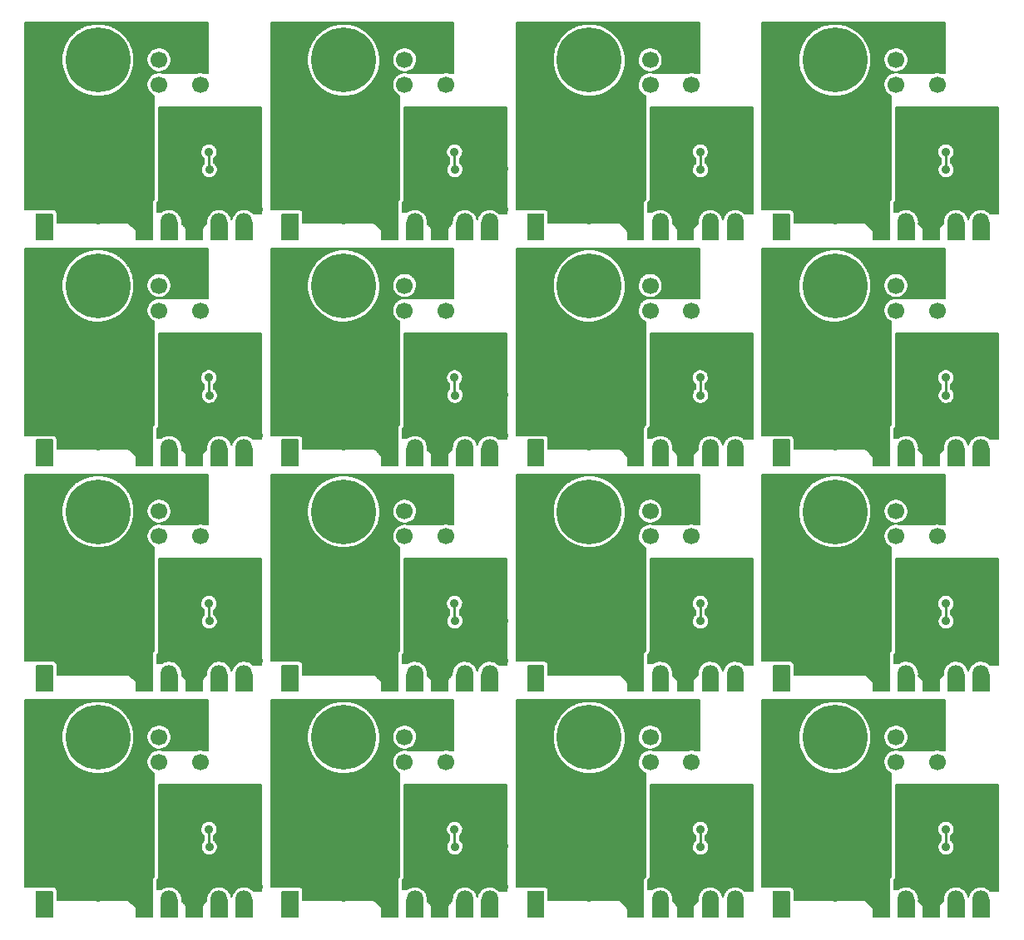
<source format=gbl>
G04 #@! TF.FileFunction,Copper,L2,Bot,Signal*
%FSLAX46Y46*%
G04 Gerber Fmt 4.6, Leading zero omitted, Abs format (unit mm)*
G04 Created by KiCad (PCBNEW 4.0.1-stable) date 31.08.2016 15:32:53*
%MOMM*%
G01*
G04 APERTURE LIST*
%ADD10C,0.100000*%
%ADD11R,1.800000X1.800000*%
%ADD12O,1.800000X1.800000*%
%ADD13C,6.600000*%
%ADD14C,1.700000*%
%ADD15C,0.900000*%
%ADD16C,0.400000*%
%ADD17C,0.250000*%
%ADD18C,0.200000*%
G04 APERTURE END LIST*
D10*
D11*
X115440000Y-115800000D03*
D12*
X125600000Y-115800000D03*
X128140000Y-115800000D03*
X130680000Y-115800000D03*
X133220000Y-115800000D03*
X135760000Y-115800000D03*
D13*
X120890000Y-99300000D03*
D14*
X127100000Y-99260000D03*
X127100000Y-101800000D03*
X131300000Y-99260000D03*
X131300000Y-101800000D03*
D11*
X90440000Y-92800000D03*
D12*
X100600000Y-92800000D03*
X103140000Y-92800000D03*
X105680000Y-92800000D03*
X108220000Y-92800000D03*
X110760000Y-92800000D03*
D14*
X102100000Y-99260000D03*
X102100000Y-101800000D03*
X106300000Y-99260000D03*
X106300000Y-101800000D03*
D13*
X95890000Y-99300000D03*
D11*
X90440000Y-115800000D03*
D12*
X100600000Y-115800000D03*
X103140000Y-115800000D03*
X105680000Y-115800000D03*
X108220000Y-115800000D03*
X110760000Y-115800000D03*
D14*
X77100000Y-99260000D03*
X77100000Y-101800000D03*
X81300000Y-99260000D03*
X81300000Y-101800000D03*
D11*
X65440000Y-115800000D03*
D12*
X75600000Y-115800000D03*
X78140000Y-115800000D03*
X80680000Y-115800000D03*
X83220000Y-115800000D03*
X85760000Y-115800000D03*
D11*
X65440000Y-92800000D03*
D12*
X75600000Y-92800000D03*
X78140000Y-92800000D03*
X80680000Y-92800000D03*
X83220000Y-92800000D03*
X85760000Y-92800000D03*
D13*
X70890000Y-99300000D03*
X95890000Y-76300000D03*
D14*
X77100000Y-76260000D03*
X77100000Y-78800000D03*
X81300000Y-76260000D03*
X81300000Y-78800000D03*
D13*
X70890000Y-76300000D03*
D14*
X102100000Y-76260000D03*
X102100000Y-78800000D03*
X106300000Y-76260000D03*
X106300000Y-78800000D03*
D13*
X120890000Y-76300000D03*
D11*
X115440000Y-92800000D03*
D12*
X125600000Y-92800000D03*
X128140000Y-92800000D03*
X130680000Y-92800000D03*
X133220000Y-92800000D03*
X135760000Y-92800000D03*
D14*
X127100000Y-76260000D03*
X127100000Y-78800000D03*
X131300000Y-76260000D03*
X131300000Y-78800000D03*
D11*
X40440000Y-115800000D03*
D12*
X50600000Y-115800000D03*
X53140000Y-115800000D03*
X55680000Y-115800000D03*
X58220000Y-115800000D03*
X60760000Y-115800000D03*
D13*
X45890000Y-99300000D03*
D14*
X52100000Y-99260000D03*
X52100000Y-101800000D03*
X56300000Y-99260000D03*
X56300000Y-101800000D03*
X52100000Y-76260000D03*
X52100000Y-78800000D03*
X56300000Y-76260000D03*
X56300000Y-78800000D03*
D13*
X45890000Y-76300000D03*
D11*
X40440000Y-92800000D03*
D12*
X50600000Y-92800000D03*
X53140000Y-92800000D03*
X55680000Y-92800000D03*
X58220000Y-92800000D03*
X60760000Y-92800000D03*
D14*
X127100000Y-53260000D03*
X127100000Y-55800000D03*
X131300000Y-53260000D03*
X131300000Y-55800000D03*
D11*
X115440000Y-46800000D03*
D12*
X125600000Y-46800000D03*
X128140000Y-46800000D03*
X130680000Y-46800000D03*
X133220000Y-46800000D03*
X135760000Y-46800000D03*
D13*
X120890000Y-53300000D03*
D11*
X115440000Y-69800000D03*
D12*
X125600000Y-69800000D03*
X128140000Y-69800000D03*
X130680000Y-69800000D03*
X133220000Y-69800000D03*
X135760000Y-69800000D03*
D11*
X90440000Y-69800000D03*
D12*
X100600000Y-69800000D03*
X103140000Y-69800000D03*
X105680000Y-69800000D03*
X108220000Y-69800000D03*
X110760000Y-69800000D03*
D13*
X95890000Y-53300000D03*
D14*
X102100000Y-53260000D03*
X102100000Y-55800000D03*
X106300000Y-53260000D03*
X106300000Y-55800000D03*
X127100000Y-30260000D03*
X127100000Y-32800000D03*
X131300000Y-30260000D03*
X131300000Y-32800000D03*
D13*
X120890000Y-30300000D03*
D14*
X102100000Y-30260000D03*
X102100000Y-32800000D03*
X106300000Y-30260000D03*
X106300000Y-32800000D03*
D13*
X95890000Y-30300000D03*
D11*
X90440000Y-46800000D03*
D12*
X100600000Y-46800000D03*
X103140000Y-46800000D03*
X105680000Y-46800000D03*
X108220000Y-46800000D03*
X110760000Y-46800000D03*
D14*
X77100000Y-30260000D03*
X77100000Y-32800000D03*
X81300000Y-30260000D03*
X81300000Y-32800000D03*
D13*
X70890000Y-30300000D03*
D11*
X65440000Y-46800000D03*
D12*
X75600000Y-46800000D03*
X78140000Y-46800000D03*
X80680000Y-46800000D03*
X83220000Y-46800000D03*
X85760000Y-46800000D03*
D14*
X52100000Y-30260000D03*
X52100000Y-32800000D03*
X56300000Y-30260000D03*
X56300000Y-32800000D03*
D11*
X40440000Y-46800000D03*
D12*
X50600000Y-46800000D03*
X53140000Y-46800000D03*
X55680000Y-46800000D03*
X58220000Y-46800000D03*
X60760000Y-46800000D03*
D13*
X45890000Y-30300000D03*
D11*
X65440000Y-69800000D03*
D12*
X75600000Y-69800000D03*
X78140000Y-69800000D03*
X80680000Y-69800000D03*
X83220000Y-69800000D03*
X85760000Y-69800000D03*
D13*
X70890000Y-53300000D03*
D14*
X77100000Y-53260000D03*
X77100000Y-55800000D03*
X81300000Y-53260000D03*
X81300000Y-55800000D03*
X52100000Y-53260000D03*
X52100000Y-55800000D03*
X56300000Y-53260000D03*
X56300000Y-55800000D03*
D11*
X40440000Y-69800000D03*
D12*
X50600000Y-69800000D03*
X53140000Y-69800000D03*
X55680000Y-69800000D03*
X58220000Y-69800000D03*
X60760000Y-69800000D03*
D13*
X45890000Y-53300000D03*
D15*
X124100000Y-107900000D03*
X124100000Y-109600000D03*
X124099998Y-111300000D03*
X125500004Y-106500000D03*
X120900000Y-115600000D03*
X124100000Y-112900000D03*
X124200000Y-114100000D03*
X123950000Y-115280000D03*
X99099998Y-88300000D03*
X99100000Y-86600000D03*
X100500004Y-83500000D03*
X99100000Y-84900000D03*
X99100000Y-89900000D03*
X99200000Y-91100000D03*
X98950000Y-92280000D03*
X95900000Y-92600000D03*
X98950000Y-115280000D03*
X99200000Y-114100000D03*
X95900000Y-115600000D03*
X99100000Y-112900000D03*
X99099998Y-111300000D03*
X99100000Y-107900000D03*
X99100000Y-109600000D03*
X100500004Y-106500000D03*
X124099998Y-88300000D03*
X124100000Y-84900000D03*
X125500004Y-83500000D03*
X124100000Y-86600000D03*
X123950000Y-92280000D03*
X124100000Y-89900000D03*
X120900000Y-92600000D03*
X124200000Y-91100000D03*
X50500004Y-83500000D03*
X49100000Y-86600000D03*
X49099998Y-88300000D03*
X49100000Y-84900000D03*
X49200000Y-91100000D03*
X45900000Y-92600000D03*
X49100000Y-89900000D03*
X48950000Y-92280000D03*
X70900000Y-115600000D03*
X73950000Y-115280000D03*
X74100000Y-112900000D03*
X74200000Y-114100000D03*
X74099998Y-111300000D03*
X74100000Y-109600000D03*
X75500004Y-106500000D03*
X74100000Y-107900000D03*
X75500004Y-83500000D03*
X74100000Y-86600000D03*
X74099998Y-88300000D03*
X74100000Y-84900000D03*
X73950000Y-92280000D03*
X74100000Y-89900000D03*
X70900000Y-92600000D03*
X74200000Y-91100000D03*
X49200000Y-114100000D03*
X49100000Y-112900000D03*
X45900000Y-115600000D03*
X48950000Y-115280000D03*
X49100000Y-109600000D03*
X49100000Y-107900000D03*
X49099998Y-111300000D03*
X50500004Y-106500000D03*
X99100000Y-38900000D03*
X99099998Y-42300000D03*
X99100000Y-40600000D03*
X100500004Y-37500000D03*
X99200000Y-45100000D03*
X99100000Y-43900000D03*
X98950000Y-46280000D03*
X95900000Y-46600000D03*
X123950000Y-69280000D03*
X124100000Y-66900000D03*
X120900000Y-69600000D03*
X124200000Y-68100000D03*
X124100000Y-61900000D03*
X125500004Y-60500000D03*
X124100000Y-63600000D03*
X124099998Y-65300000D03*
X124100000Y-38900000D03*
X124099998Y-42300000D03*
X124100000Y-40600000D03*
X125500004Y-37500000D03*
X124100000Y-43900000D03*
X120900000Y-46600000D03*
X124200000Y-45100000D03*
X123950000Y-46280000D03*
X100500004Y-60500000D03*
X99100000Y-63600000D03*
X99099998Y-65300000D03*
X99100000Y-61900000D03*
X98950000Y-69280000D03*
X95900000Y-69600000D03*
X99100000Y-66900000D03*
X99200000Y-68100000D03*
X75500004Y-37500000D03*
X74099998Y-42300000D03*
X74100000Y-38900000D03*
X74100000Y-40600000D03*
X74200000Y-45100000D03*
X73950000Y-46280000D03*
X74100000Y-43900000D03*
X70900000Y-46600000D03*
X49100000Y-40600000D03*
X49099998Y-42300000D03*
X50500004Y-37500000D03*
X49100000Y-38900000D03*
X45900000Y-46600000D03*
X49200000Y-45100000D03*
X49100000Y-43900000D03*
X48950000Y-46280000D03*
X74100000Y-61900000D03*
X74100000Y-63600000D03*
X74099998Y-65300000D03*
X75500004Y-60500000D03*
X74200000Y-68100000D03*
X74100000Y-66900000D03*
X73950000Y-69280000D03*
X70900000Y-69600000D03*
X45900000Y-69600000D03*
X48950000Y-69280000D03*
X49200000Y-68100000D03*
X50500004Y-60500000D03*
X49100000Y-66900000D03*
X49099998Y-65300000D03*
X49100000Y-63600000D03*
X49100000Y-61900000D03*
X133500000Y-104900000D03*
X135600000Y-109500000D03*
X134600000Y-104900000D03*
X134108534Y-111321336D03*
X137200000Y-110400000D03*
X131075000Y-113275000D03*
X135354078Y-111422225D03*
X137213835Y-114512921D03*
X133500000Y-114100000D03*
X131202256Y-111968821D03*
X127500000Y-114000000D03*
X109108534Y-111321336D03*
X112200000Y-110400000D03*
X110354078Y-111422225D03*
X112213835Y-114512921D03*
X108500000Y-114100000D03*
X109600000Y-104900000D03*
X110600000Y-109500000D03*
X108500000Y-104900000D03*
X106202256Y-88968821D03*
X106075000Y-90275000D03*
X109108534Y-88321336D03*
X102500000Y-91000000D03*
X106202256Y-111968821D03*
X102500000Y-114000000D03*
X106075000Y-113275000D03*
X127500000Y-91000000D03*
X134600000Y-81900000D03*
X133500000Y-81900000D03*
X135600000Y-86500000D03*
X134108534Y-88321336D03*
X137213835Y-91512921D03*
X133500000Y-91100000D03*
X131075000Y-90275000D03*
X135354078Y-88422225D03*
X137200000Y-87400000D03*
X131202256Y-88968821D03*
X112200000Y-87400000D03*
X112213835Y-91512921D03*
X110354078Y-88422225D03*
X110600000Y-86500000D03*
X108500000Y-81900000D03*
X109600000Y-81900000D03*
X108500000Y-91100000D03*
X59108534Y-88321336D03*
X60354078Y-88422225D03*
X58500000Y-91100000D03*
X62213835Y-91512921D03*
X56202256Y-88968821D03*
X56075000Y-90275000D03*
X52500000Y-91000000D03*
X59600000Y-81900000D03*
X60600000Y-86500000D03*
X58500000Y-81900000D03*
X62200000Y-87400000D03*
X77500000Y-114000000D03*
X81202256Y-111968821D03*
X83500000Y-114100000D03*
X81075000Y-113275000D03*
X85600000Y-109500000D03*
X84600000Y-104900000D03*
X83500000Y-104900000D03*
X84108534Y-111321336D03*
X87200000Y-110400000D03*
X85354078Y-111422225D03*
X87213835Y-114512921D03*
X84600000Y-81900000D03*
X83500000Y-81900000D03*
X85600000Y-86500000D03*
X87213835Y-91512921D03*
X87200000Y-87400000D03*
X85354078Y-88422225D03*
X84108534Y-88321336D03*
X81075000Y-90275000D03*
X83500000Y-91100000D03*
X81202256Y-88968821D03*
X77500000Y-91000000D03*
X56075000Y-113275000D03*
X56202256Y-111968821D03*
X58500000Y-114100000D03*
X52500000Y-114000000D03*
X58500000Y-104900000D03*
X60600000Y-109500000D03*
X59600000Y-104900000D03*
X59108534Y-111321336D03*
X62200000Y-110400000D03*
X60354078Y-111422225D03*
X62213835Y-114512921D03*
X110354078Y-42422225D03*
X109108534Y-42321336D03*
X106075000Y-44275000D03*
X106202256Y-42968821D03*
X112213835Y-45512921D03*
X108500000Y-45100000D03*
X102500000Y-45000000D03*
X112200000Y-41400000D03*
X109600000Y-35900000D03*
X108500000Y-35900000D03*
X110600000Y-40500000D03*
X127500000Y-68000000D03*
X133500000Y-58900000D03*
X134600000Y-58900000D03*
X135600000Y-63500000D03*
X131075000Y-67275000D03*
X131202256Y-65968821D03*
X133500000Y-68100000D03*
X137213835Y-68512921D03*
X137200000Y-64400000D03*
X135354078Y-65422225D03*
X134108534Y-65321336D03*
X135600000Y-40500000D03*
X134600000Y-35900000D03*
X133500000Y-35900000D03*
X131202256Y-42968821D03*
X131075000Y-44275000D03*
X134108534Y-42321336D03*
X133500000Y-45100000D03*
X137213835Y-45512921D03*
X135354078Y-42422225D03*
X137200000Y-41400000D03*
X127500000Y-45000000D03*
X106202256Y-65968821D03*
X106075000Y-67275000D03*
X112213835Y-68512921D03*
X110354078Y-65422225D03*
X109108534Y-65321336D03*
X108500000Y-68100000D03*
X112200000Y-64400000D03*
X109600000Y-58900000D03*
X108500000Y-58900000D03*
X110600000Y-63500000D03*
X102500000Y-68000000D03*
X83500000Y-45100000D03*
X81202256Y-42968821D03*
X87213835Y-45512921D03*
X85354078Y-42422225D03*
X87200000Y-41400000D03*
X84108534Y-42321336D03*
X81075000Y-44275000D03*
X77500000Y-45000000D03*
X84600000Y-35900000D03*
X85600000Y-40500000D03*
X83500000Y-35900000D03*
X62200000Y-41400000D03*
X62213835Y-45512921D03*
X60354078Y-42422225D03*
X56202256Y-42968821D03*
X56075000Y-44275000D03*
X59108534Y-42321336D03*
X58500000Y-45100000D03*
X60600000Y-40500000D03*
X58500000Y-35900000D03*
X59600000Y-35900000D03*
X52500000Y-45000000D03*
X81075000Y-67275000D03*
X83500000Y-58900000D03*
X81202256Y-65968821D03*
X84600000Y-58900000D03*
X83500000Y-68100000D03*
X85600000Y-63500000D03*
X87200000Y-64400000D03*
X84108534Y-65321336D03*
X87213835Y-68512921D03*
X85354078Y-65422225D03*
X77500000Y-68000000D03*
X60354078Y-65422225D03*
X56202256Y-65968821D03*
X62213835Y-68512921D03*
X52500000Y-68000000D03*
X56075000Y-67275000D03*
X62200000Y-64400000D03*
X60600000Y-63500000D03*
X59600000Y-58900000D03*
X58500000Y-58900000D03*
X59108534Y-65321336D03*
X58500000Y-68100000D03*
X132185095Y-108649978D03*
X132218296Y-110454465D03*
X107218296Y-110454465D03*
X107185095Y-108649978D03*
X107218296Y-87454465D03*
X107185095Y-85649978D03*
X132185095Y-85649978D03*
X132218296Y-87454465D03*
X57218296Y-87454465D03*
X57185095Y-85649978D03*
X82185095Y-108649978D03*
X82218296Y-110454465D03*
X82185095Y-85649978D03*
X82218296Y-87454465D03*
X57218296Y-110454465D03*
X57185095Y-108649978D03*
X107185095Y-39649978D03*
X107218296Y-41454465D03*
X132185095Y-62649978D03*
X132218296Y-64454465D03*
X132185095Y-39649978D03*
X132218296Y-41454465D03*
X107218296Y-64454465D03*
X107185095Y-62649978D03*
X82218296Y-41454465D03*
X82185095Y-39649978D03*
X57185095Y-39649978D03*
X57218296Y-41454465D03*
X82185095Y-62649978D03*
X82218296Y-64454465D03*
X57218296Y-64454465D03*
X57185095Y-62649978D03*
D16*
X50500004Y-98599996D02*
X50500004Y-105400000D01*
X54540000Y-97500000D02*
X51600000Y-97500000D01*
X50500004Y-105400000D02*
X50500004Y-106500000D01*
X51600000Y-97500000D02*
X50500004Y-98599996D01*
X49099998Y-110663604D02*
X49099998Y-111300000D01*
X49100000Y-109800000D02*
X49099998Y-109800002D01*
X49099998Y-109800002D02*
X49099998Y-110663604D01*
X49100000Y-111299998D02*
X49099998Y-111300000D01*
X49100000Y-111300002D02*
X49099998Y-111300000D01*
X49100000Y-108800000D02*
X49100000Y-107900000D01*
X49100000Y-109600000D02*
X49100000Y-108800000D01*
X49100000Y-109600000D02*
X49100000Y-111299998D01*
X49649999Y-113650001D02*
X49200000Y-114100000D01*
X49100000Y-114000000D02*
X49200000Y-114100000D01*
X50500004Y-112799996D02*
X49649999Y-113650001D01*
X49100000Y-112900000D02*
X49100000Y-114000000D01*
X49100000Y-112900000D02*
X49100000Y-111300002D01*
X56300000Y-99260000D02*
X54540000Y-97500000D01*
X50500004Y-106500000D02*
X50500004Y-112799996D01*
X50500004Y-83500000D02*
X50500004Y-89799996D01*
X49100000Y-85800000D02*
X49100000Y-84900000D01*
X49100000Y-86600000D02*
X49100000Y-88299998D01*
X49100000Y-86600000D02*
X49100000Y-85800000D01*
X49099998Y-86800002D02*
X49099998Y-87663604D01*
X49099998Y-87663604D02*
X49099998Y-88300000D01*
X49100000Y-88299998D02*
X49099998Y-88300000D01*
X49100000Y-86800000D02*
X49099998Y-86800002D01*
X49100000Y-88300002D02*
X49099998Y-88300000D01*
X51600000Y-74500000D02*
X50500004Y-75599996D01*
X54540000Y-74500000D02*
X51600000Y-74500000D01*
X50500004Y-75599996D02*
X50500004Y-82400000D01*
X56300000Y-76260000D02*
X54540000Y-74500000D01*
X49100000Y-89900000D02*
X49100000Y-91000000D01*
X49100000Y-89900000D02*
X49100000Y-88300002D01*
X50500004Y-82400000D02*
X50500004Y-83500000D01*
X50500004Y-89799996D02*
X49649999Y-90650001D01*
X49649999Y-90650001D02*
X49200000Y-91100000D01*
X49100000Y-91000000D02*
X49200000Y-91100000D01*
X74649999Y-113650001D02*
X74200000Y-114100000D01*
X75500004Y-112799996D02*
X74649999Y-113650001D01*
X74100000Y-114000000D02*
X74200000Y-114100000D01*
X74100000Y-112900000D02*
X74100000Y-114000000D01*
X74100000Y-111300002D02*
X74099998Y-111300000D01*
X74100000Y-112900000D02*
X74100000Y-111300002D01*
X74100000Y-109600000D02*
X74100000Y-108800000D01*
X76600000Y-97500000D02*
X75500004Y-98599996D01*
X81300000Y-99260000D02*
X79540000Y-97500000D01*
X79540000Y-97500000D02*
X76600000Y-97500000D01*
X75500004Y-98599996D02*
X75500004Y-105400000D01*
X75500004Y-105400000D02*
X75500004Y-106500000D01*
X75500004Y-89799996D02*
X74649999Y-90650001D01*
X74100000Y-89900000D02*
X74100000Y-91000000D01*
X74100000Y-91000000D02*
X74200000Y-91100000D01*
X74649999Y-90650001D02*
X74200000Y-91100000D01*
X74099998Y-87663604D02*
X74099998Y-88300000D01*
X74100000Y-88299998D02*
X74099998Y-88300000D01*
X74100000Y-88300002D02*
X74099998Y-88300000D01*
X74100000Y-89900000D02*
X74100000Y-88300002D01*
X75500004Y-83500000D02*
X75500004Y-89799996D01*
X81300000Y-76260000D02*
X79540000Y-74500000D01*
X79540000Y-74500000D02*
X76600000Y-74500000D01*
X76600000Y-74500000D02*
X75500004Y-75599996D01*
X75500004Y-75599996D02*
X75500004Y-82400000D01*
X75500004Y-82400000D02*
X75500004Y-83500000D01*
X74100000Y-86800000D02*
X74099998Y-86800002D01*
X74099998Y-86800002D02*
X74099998Y-87663604D01*
X74100000Y-86600000D02*
X74100000Y-88299998D01*
X74100000Y-86600000D02*
X74100000Y-85800000D01*
X74100000Y-85800000D02*
X74100000Y-84900000D01*
X74100000Y-108800000D02*
X74100000Y-107900000D01*
X74100000Y-111299998D02*
X74099998Y-111300000D01*
X74100000Y-109600000D02*
X74100000Y-111299998D01*
X74100000Y-109800000D02*
X74099998Y-109800002D01*
X74099998Y-110663604D02*
X74099998Y-111300000D01*
X74099998Y-109800002D02*
X74099998Y-110663604D01*
X75500004Y-106500000D02*
X75500004Y-112799996D01*
X129540000Y-74500000D02*
X126600000Y-74500000D01*
X125500004Y-75599996D02*
X125500004Y-82400000D01*
X131300000Y-76260000D02*
X129540000Y-74500000D01*
X126600000Y-74500000D02*
X125500004Y-75599996D01*
X125500004Y-89799996D02*
X124649999Y-90650001D01*
X124100000Y-91000000D02*
X124200000Y-91100000D01*
X124100000Y-88300002D02*
X124099998Y-88300000D01*
X124100000Y-89900000D02*
X124100000Y-88300002D01*
X124649999Y-90650001D02*
X124200000Y-91100000D01*
X124100000Y-89900000D02*
X124100000Y-91000000D01*
X124100000Y-86800000D02*
X124099998Y-86800002D01*
X124099998Y-87663604D02*
X124099998Y-88300000D01*
X124100000Y-88299998D02*
X124099998Y-88300000D01*
X124099998Y-86800002D02*
X124099998Y-87663604D01*
X124100000Y-86600000D02*
X124100000Y-88299998D01*
X124100000Y-86600000D02*
X124100000Y-85800000D01*
X124100000Y-85800000D02*
X124100000Y-84900000D01*
X125500004Y-106500000D02*
X125500004Y-112799996D01*
X124100000Y-109600000D02*
X124100000Y-108800000D01*
X124100000Y-108800000D02*
X124100000Y-107900000D01*
X125500004Y-105400000D02*
X125500004Y-106500000D01*
X131300000Y-99260000D02*
X129540000Y-97500000D01*
X129540000Y-97500000D02*
X126600000Y-97500000D01*
X125500004Y-98599996D02*
X125500004Y-105400000D01*
X126600000Y-97500000D02*
X125500004Y-98599996D01*
X125500004Y-82400000D02*
X125500004Y-83500000D01*
X125500004Y-83500000D02*
X125500004Y-89799996D01*
X104540000Y-74500000D02*
X101600000Y-74500000D01*
X101600000Y-74500000D02*
X100500004Y-75599996D01*
X106300000Y-76260000D02*
X104540000Y-74500000D01*
X100500004Y-75599996D02*
X100500004Y-82400000D01*
X99100000Y-89900000D02*
X99100000Y-88300002D01*
X99649999Y-90650001D02*
X99200000Y-91100000D01*
X100500004Y-82400000D02*
X100500004Y-83500000D01*
X100500004Y-89799996D02*
X99649999Y-90650001D01*
X99100000Y-91000000D02*
X99200000Y-91100000D01*
X99100000Y-89900000D02*
X99100000Y-91000000D01*
X99100000Y-88300002D02*
X99099998Y-88300000D01*
X99100000Y-86600000D02*
X99100000Y-85800000D01*
X99100000Y-85800000D02*
X99100000Y-84900000D01*
X100500004Y-83500000D02*
X100500004Y-89799996D01*
X99100000Y-86600000D02*
X99100000Y-88299998D01*
X99099998Y-86800002D02*
X99099998Y-87663604D01*
X99100000Y-88299998D02*
X99099998Y-88300000D01*
X99099998Y-87663604D02*
X99099998Y-88300000D01*
X99100000Y-86800000D02*
X99099998Y-86800002D01*
X124100000Y-109800000D02*
X124099998Y-109800002D01*
X124099998Y-110663604D02*
X124099998Y-111300000D01*
X124100000Y-109600000D02*
X124100000Y-111299998D01*
X124099998Y-109800002D02*
X124099998Y-110663604D01*
X124100000Y-111299998D02*
X124099998Y-111300000D01*
X124100000Y-112900000D02*
X124100000Y-111300002D01*
X124100000Y-112900000D02*
X124100000Y-114000000D01*
X124649999Y-113650001D02*
X124200000Y-114100000D01*
X125500004Y-112799996D02*
X124649999Y-113650001D01*
X124100000Y-111300002D02*
X124099998Y-111300000D01*
X124100000Y-114000000D02*
X124200000Y-114100000D01*
X101600000Y-97500000D02*
X100500004Y-98599996D01*
X100500004Y-98599996D02*
X100500004Y-105400000D01*
X104540000Y-97500000D02*
X101600000Y-97500000D01*
X106300000Y-99260000D02*
X104540000Y-97500000D01*
X100500004Y-105400000D02*
X100500004Y-106500000D01*
X99100000Y-109600000D02*
X99100000Y-108800000D01*
X99099998Y-110663604D02*
X99099998Y-111300000D01*
X99099998Y-109800002D02*
X99099998Y-110663604D01*
X99100000Y-109800000D02*
X99099998Y-109800002D01*
X99100000Y-111300002D02*
X99099998Y-111300000D01*
X99100000Y-111299998D02*
X99099998Y-111300000D01*
X99100000Y-108800000D02*
X99100000Y-107900000D01*
X99100000Y-109600000D02*
X99100000Y-111299998D01*
X100500004Y-112799996D02*
X99649999Y-113650001D01*
X100500004Y-106500000D02*
X100500004Y-112799996D01*
X99100000Y-114000000D02*
X99200000Y-114100000D01*
X99649999Y-113650001D02*
X99200000Y-114100000D01*
X99100000Y-112900000D02*
X99100000Y-111300002D01*
X99100000Y-112900000D02*
X99100000Y-114000000D01*
X106300000Y-30260000D02*
X104540000Y-28500000D01*
X100500004Y-29599996D02*
X100500004Y-36400000D01*
X104540000Y-28500000D02*
X101600000Y-28500000D01*
X101600000Y-28500000D02*
X100500004Y-29599996D01*
X99100000Y-40600000D02*
X99100000Y-39800000D01*
X100500004Y-37500000D02*
X100500004Y-43799996D01*
X99100000Y-39800000D02*
X99100000Y-38900000D01*
X99100000Y-40600000D02*
X99100000Y-42299998D01*
X99100000Y-40800000D02*
X99099998Y-40800002D01*
X99099998Y-41663604D02*
X99099998Y-42300000D01*
X99100000Y-42299998D02*
X99099998Y-42300000D01*
X99099998Y-40800002D02*
X99099998Y-41663604D01*
X99100000Y-43900000D02*
X99100000Y-42300002D01*
X99100000Y-42300002D02*
X99099998Y-42300000D01*
X99649999Y-44650001D02*
X99200000Y-45100000D01*
X99100000Y-43900000D02*
X99100000Y-45000000D01*
X99100000Y-45000000D02*
X99200000Y-45100000D01*
X100500004Y-36400000D02*
X100500004Y-37500000D01*
X100500004Y-43799996D02*
X99649999Y-44650001D01*
X125500004Y-43799996D02*
X124649999Y-44650001D01*
X124100000Y-43900000D02*
X124100000Y-42300002D01*
X124649999Y-44650001D02*
X124200000Y-45100000D01*
X124100000Y-45000000D02*
X124200000Y-45100000D01*
X124100000Y-43900000D02*
X124100000Y-45000000D01*
X129540000Y-28500000D02*
X126600000Y-28500000D01*
X131300000Y-30260000D02*
X129540000Y-28500000D01*
X125500004Y-36400000D02*
X125500004Y-37500000D01*
X125500004Y-29599996D02*
X125500004Y-36400000D01*
X126600000Y-28500000D02*
X125500004Y-29599996D01*
X101600000Y-51500000D02*
X100500004Y-52599996D01*
X100500004Y-52599996D02*
X100500004Y-59400000D01*
X100500004Y-59400000D02*
X100500004Y-60500000D01*
X104540000Y-51500000D02*
X101600000Y-51500000D01*
X99100000Y-65299998D02*
X99099998Y-65300000D01*
X99099998Y-63800002D02*
X99099998Y-64663604D01*
X99099998Y-64663604D02*
X99099998Y-65300000D01*
X99100000Y-63800000D02*
X99099998Y-63800002D01*
X99100000Y-63600000D02*
X99100000Y-65299998D01*
X99100000Y-65300002D02*
X99099998Y-65300000D01*
X99100000Y-63600000D02*
X99100000Y-62800000D01*
X99100000Y-62800000D02*
X99100000Y-61900000D01*
X99100000Y-66900000D02*
X99100000Y-68000000D01*
X99649999Y-67650001D02*
X99200000Y-68100000D01*
X100500004Y-66799996D02*
X99649999Y-67650001D01*
X99100000Y-68000000D02*
X99200000Y-68100000D01*
X100500004Y-60500000D02*
X100500004Y-66799996D01*
X99100000Y-66900000D02*
X99100000Y-65300002D01*
X125500004Y-59400000D02*
X125500004Y-60500000D01*
X125500004Y-60500000D02*
X125500004Y-66799996D01*
X106300000Y-53260000D02*
X104540000Y-51500000D01*
X124099998Y-41663604D02*
X124099998Y-42300000D01*
X124100000Y-42300002D02*
X124099998Y-42300000D01*
X124100000Y-42299998D02*
X124099998Y-42300000D01*
X124100000Y-40600000D02*
X124100000Y-42299998D01*
X124099998Y-40800002D02*
X124099998Y-41663604D01*
X124100000Y-40800000D02*
X124099998Y-40800002D01*
X124100000Y-39800000D02*
X124100000Y-38900000D01*
X124100000Y-40600000D02*
X124100000Y-39800000D01*
X125500004Y-37500000D02*
X125500004Y-43799996D01*
X131300000Y-53260000D02*
X129540000Y-51500000D01*
X129540000Y-51500000D02*
X126600000Y-51500000D01*
X124100000Y-62800000D02*
X124100000Y-61900000D01*
X125500004Y-52599996D02*
X125500004Y-59400000D01*
X126600000Y-51500000D02*
X125500004Y-52599996D01*
X124100000Y-63600000D02*
X124100000Y-62800000D01*
X124100000Y-66900000D02*
X124100000Y-65300002D01*
X124100000Y-65300002D02*
X124099998Y-65300000D01*
X124100000Y-66900000D02*
X124100000Y-68000000D01*
X125500004Y-66799996D02*
X124649999Y-67650001D01*
X124649999Y-67650001D02*
X124200000Y-68100000D01*
X124100000Y-68000000D02*
X124200000Y-68100000D01*
X124099998Y-64663604D02*
X124099998Y-65300000D01*
X124100000Y-65299998D02*
X124099998Y-65300000D01*
X124100000Y-63600000D02*
X124100000Y-65299998D01*
X124099998Y-63800002D02*
X124099998Y-64663604D01*
X124100000Y-63800000D02*
X124099998Y-63800002D01*
X74100000Y-40600000D02*
X74100000Y-42299998D01*
X74100000Y-43900000D02*
X74100000Y-42300002D01*
X75500004Y-37500000D02*
X75500004Y-43799996D01*
X74100000Y-40600000D02*
X74100000Y-39800000D01*
X75500004Y-36400000D02*
X75500004Y-37500000D01*
X79540000Y-28500000D02*
X76600000Y-28500000D01*
X76600000Y-28500000D02*
X75500004Y-29599996D01*
X75500004Y-29599996D02*
X75500004Y-36400000D01*
X81300000Y-30260000D02*
X79540000Y-28500000D01*
X74100000Y-39800000D02*
X74100000Y-38900000D01*
X74099998Y-41663604D02*
X74099998Y-42300000D01*
X74100000Y-42300002D02*
X74099998Y-42300000D01*
X74100000Y-40800000D02*
X74099998Y-40800002D01*
X74099998Y-40800002D02*
X74099998Y-41663604D01*
X74100000Y-42299998D02*
X74099998Y-42300000D01*
X74649999Y-44650001D02*
X74200000Y-45100000D01*
X74100000Y-45000000D02*
X74200000Y-45100000D01*
X74100000Y-43900000D02*
X74100000Y-45000000D01*
X75500004Y-43799996D02*
X74649999Y-44650001D01*
X49649999Y-44650001D02*
X49200000Y-45100000D01*
X49100000Y-43900000D02*
X49100000Y-45000000D01*
X50500004Y-43799996D02*
X49649999Y-44650001D01*
X49100000Y-45000000D02*
X49200000Y-45100000D01*
X49100000Y-42300002D02*
X49099998Y-42300000D01*
X49100000Y-42299998D02*
X49099998Y-42300000D01*
X49099998Y-40800002D02*
X49099998Y-41663604D01*
X49100000Y-40600000D02*
X49100000Y-42299998D01*
X49100000Y-40600000D02*
X49100000Y-39800000D01*
X49100000Y-40800000D02*
X49099998Y-40800002D01*
X49099998Y-41663604D02*
X49099998Y-42300000D01*
X49100000Y-39800000D02*
X49100000Y-38900000D01*
X49100000Y-43900000D02*
X49100000Y-42300002D01*
X56300000Y-30260000D02*
X54540000Y-28500000D01*
X54540000Y-28500000D02*
X51600000Y-28500000D01*
X51600000Y-28500000D02*
X50500004Y-29599996D01*
X50500004Y-29599996D02*
X50500004Y-36400000D01*
X50500004Y-37500000D02*
X50500004Y-43799996D01*
X50500004Y-36400000D02*
X50500004Y-37500000D01*
X75500004Y-59400000D02*
X75500004Y-60500000D01*
X75500004Y-60500000D02*
X75500004Y-66799996D01*
X74100000Y-62800000D02*
X74100000Y-61900000D01*
X75500004Y-52599996D02*
X75500004Y-59400000D01*
X79540000Y-51500000D02*
X76600000Y-51500000D01*
X81300000Y-53260000D02*
X79540000Y-51500000D01*
X76600000Y-51500000D02*
X75500004Y-52599996D01*
X74100000Y-66900000D02*
X74100000Y-65300002D01*
X74100000Y-63600000D02*
X74100000Y-65299998D01*
X74100000Y-63600000D02*
X74100000Y-62800000D01*
X74100000Y-68000000D02*
X74200000Y-68100000D01*
X74100000Y-66900000D02*
X74100000Y-68000000D01*
X74649999Y-67650001D02*
X74200000Y-68100000D01*
X75500004Y-66799996D02*
X74649999Y-67650001D01*
X74100000Y-65299998D02*
X74099998Y-65300000D01*
X74099998Y-63800002D02*
X74099998Y-64663604D01*
X74099998Y-64663604D02*
X74099998Y-65300000D01*
X74100000Y-65300002D02*
X74099998Y-65300000D01*
X74100000Y-63800000D02*
X74099998Y-63800002D01*
X49100000Y-66900000D02*
X49100000Y-68000000D01*
X49100000Y-68000000D02*
X49200000Y-68100000D01*
X50500004Y-66799996D02*
X49649999Y-67650001D01*
X50500004Y-60500000D02*
X50500004Y-66799996D01*
X49649999Y-67650001D02*
X49200000Y-68100000D01*
X50500004Y-59400000D02*
X50500004Y-60500000D01*
X56300000Y-53260000D02*
X54540000Y-51500000D01*
X54540000Y-51500000D02*
X51600000Y-51500000D01*
X51600000Y-51500000D02*
X50500004Y-52599996D01*
X50500004Y-52599996D02*
X50500004Y-59400000D01*
X49100000Y-66900000D02*
X49100000Y-65300002D01*
X49100000Y-65300002D02*
X49099998Y-65300000D01*
X49099998Y-64663604D02*
X49099998Y-65300000D01*
X49099998Y-63800002D02*
X49099998Y-64663604D01*
X49100000Y-63800000D02*
X49099998Y-63800002D01*
X49100000Y-65299998D02*
X49099998Y-65300000D01*
X49100000Y-63600000D02*
X49100000Y-65299998D01*
X49100000Y-63600000D02*
X49100000Y-62800000D01*
X49100000Y-62800000D02*
X49100000Y-61900000D01*
X60600000Y-86500000D02*
X60600000Y-88176303D01*
X59000000Y-84100000D02*
X58400000Y-83500000D01*
X62200000Y-91499086D02*
X62213835Y-91512921D01*
X60253189Y-88321336D02*
X60354078Y-88422225D01*
X59108534Y-88321336D02*
X60253189Y-88321336D01*
X60600000Y-88176303D02*
X60354078Y-88422225D01*
X59108534Y-88321336D02*
X59108534Y-87684940D01*
X59108534Y-87684940D02*
X59000000Y-87576406D01*
X62200000Y-87400000D02*
X62200000Y-91499086D01*
X57780000Y-91100000D02*
X56080000Y-92800000D01*
X58500000Y-91100000D02*
X57780000Y-91100000D01*
X53225000Y-90275000D02*
X52949999Y-90550001D01*
X52949999Y-90550001D02*
X52500000Y-91000000D01*
X56075000Y-90275000D02*
X53225000Y-90275000D01*
X58400000Y-82900000D02*
X58600000Y-82900000D01*
X58400000Y-82900000D02*
X58500000Y-82800000D01*
X58500000Y-82800000D02*
X58500000Y-82536396D01*
X58400000Y-83500000D02*
X58400000Y-82900000D01*
X59000000Y-87576406D02*
X59000000Y-84100000D01*
X58600000Y-82900000D02*
X59150001Y-82349999D01*
X59150001Y-82349999D02*
X59600000Y-81900000D01*
X58500000Y-82536396D02*
X58500000Y-81900000D01*
X59108534Y-111321336D02*
X59108534Y-110684940D01*
X59108534Y-111321336D02*
X60253189Y-111321336D01*
X60600000Y-109500000D02*
X60600000Y-111176303D01*
X58500000Y-105800000D02*
X58500000Y-105536396D01*
X58600000Y-105900000D02*
X59150001Y-105349999D01*
X59150001Y-105349999D02*
X59600000Y-104900000D01*
X58500000Y-105536396D02*
X58500000Y-104900000D01*
X58500000Y-114100000D02*
X57780000Y-114100000D01*
X57780000Y-114100000D02*
X56080000Y-115800000D01*
X60600000Y-111176303D02*
X60354078Y-111422225D01*
X62200000Y-110400000D02*
X62200000Y-114499086D01*
X62200000Y-114499086D02*
X62213835Y-114512921D01*
X60253189Y-111321336D02*
X60354078Y-111422225D01*
X56075000Y-113275000D02*
X53225000Y-113275000D01*
X52949999Y-113550001D02*
X52500000Y-114000000D01*
X53225000Y-113275000D02*
X52949999Y-113550001D01*
X59000000Y-107100000D02*
X58400000Y-106500000D01*
X58400000Y-105900000D02*
X58600000Y-105900000D01*
X59000000Y-110576406D02*
X59000000Y-107100000D01*
X58400000Y-106500000D02*
X58400000Y-105900000D01*
X59108534Y-110684940D02*
X59000000Y-110576406D01*
X58400000Y-105900000D02*
X58500000Y-105800000D01*
X82780000Y-114100000D02*
X81080000Y-115800000D01*
X83500000Y-114100000D02*
X82780000Y-114100000D01*
X84000000Y-87576406D02*
X84000000Y-84100000D01*
X84108534Y-87684940D02*
X84000000Y-87576406D01*
X77949999Y-90550001D02*
X77500000Y-91000000D01*
X84108534Y-88321336D02*
X84108534Y-87684940D01*
X84108534Y-88321336D02*
X85253189Y-88321336D01*
X85600000Y-88176303D02*
X85354078Y-88422225D01*
X85600000Y-86500000D02*
X85600000Y-88176303D01*
X85253189Y-88321336D02*
X85354078Y-88422225D01*
X83400000Y-83500000D02*
X83400000Y-82900000D01*
X84000000Y-84100000D02*
X83400000Y-83500000D01*
X83400000Y-82900000D02*
X83600000Y-82900000D01*
X83400000Y-82900000D02*
X83500000Y-82800000D01*
X81075000Y-90275000D02*
X78225000Y-90275000D01*
X83500000Y-91100000D02*
X82780000Y-91100000D01*
X82780000Y-91100000D02*
X81080000Y-92800000D01*
X78225000Y-90275000D02*
X77949999Y-90550001D01*
X84108534Y-110684940D02*
X84000000Y-110576406D01*
X84000000Y-110576406D02*
X84000000Y-107100000D01*
X83600000Y-105900000D02*
X84150001Y-105349999D01*
X83500000Y-105536396D02*
X83500000Y-104900000D01*
X83500000Y-105800000D02*
X83500000Y-105536396D01*
X84150001Y-105349999D02*
X84600000Y-104900000D01*
X84108534Y-111321336D02*
X84108534Y-110684940D01*
X84108534Y-111321336D02*
X85253189Y-111321336D01*
X85253189Y-111321336D02*
X85354078Y-111422225D01*
X84000000Y-107100000D02*
X83400000Y-106500000D01*
X85600000Y-111176303D02*
X85354078Y-111422225D01*
X85600000Y-109500000D02*
X85600000Y-111176303D01*
X83400000Y-105900000D02*
X83500000Y-105800000D01*
X83400000Y-105900000D02*
X83600000Y-105900000D01*
X83400000Y-106500000D02*
X83400000Y-105900000D01*
X78225000Y-113275000D02*
X77949999Y-113550001D01*
X77949999Y-113550001D02*
X77500000Y-114000000D01*
X81075000Y-113275000D02*
X78225000Y-113275000D01*
X133400000Y-82900000D02*
X133500000Y-82800000D01*
X134150001Y-82349999D02*
X134600000Y-81900000D01*
X133500000Y-82800000D02*
X133500000Y-82536396D01*
X133500000Y-82536396D02*
X133500000Y-81900000D01*
X133600000Y-82900000D02*
X134150001Y-82349999D01*
X133400000Y-82900000D02*
X133600000Y-82900000D01*
X133400000Y-106500000D02*
X133400000Y-105900000D01*
X133400000Y-105900000D02*
X133600000Y-105900000D01*
X133500000Y-105800000D02*
X133500000Y-105536396D01*
X134150001Y-105349999D02*
X134600000Y-104900000D01*
X133600000Y-105900000D02*
X134150001Y-105349999D01*
X133500000Y-105536396D02*
X133500000Y-104900000D01*
X134108534Y-87684940D02*
X134000000Y-87576406D01*
X134000000Y-87576406D02*
X134000000Y-84100000D01*
X134000000Y-84100000D02*
X133400000Y-83500000D01*
X132780000Y-91100000D02*
X131080000Y-92800000D01*
X133500000Y-91100000D02*
X132780000Y-91100000D01*
X135600000Y-86500000D02*
X135600000Y-88176303D01*
X135253189Y-88321336D02*
X135354078Y-88422225D01*
X137200000Y-91499086D02*
X137213835Y-91512921D01*
X134108534Y-88321336D02*
X135253189Y-88321336D01*
X134108534Y-88321336D02*
X134108534Y-87684940D01*
X137200000Y-87400000D02*
X137200000Y-91499086D01*
X135600000Y-88176303D02*
X135354078Y-88422225D01*
X133400000Y-83500000D02*
X133400000Y-82900000D01*
X128225000Y-90275000D02*
X127949999Y-90550001D01*
X131075000Y-90275000D02*
X128225000Y-90275000D01*
X127949999Y-90550001D02*
X127500000Y-91000000D01*
X109108534Y-88321336D02*
X110253189Y-88321336D01*
X112200000Y-91499086D02*
X112213835Y-91512921D01*
X110253189Y-88321336D02*
X110354078Y-88422225D01*
X109108534Y-88321336D02*
X109108534Y-87684940D01*
X112200000Y-87400000D02*
X112200000Y-91499086D01*
X110600000Y-88176303D02*
X110354078Y-88422225D01*
X108500000Y-91100000D02*
X107780000Y-91100000D01*
X107780000Y-91100000D02*
X106080000Y-92800000D01*
X108400000Y-82900000D02*
X108500000Y-82800000D01*
X108500000Y-82800000D02*
X108500000Y-82536396D01*
X108400000Y-82900000D02*
X108600000Y-82900000D01*
X108600000Y-82900000D02*
X109150001Y-82349999D01*
X108500000Y-82536396D02*
X108500000Y-81900000D01*
X102949999Y-90550001D02*
X102500000Y-91000000D01*
X106075000Y-90275000D02*
X103225000Y-90275000D01*
X103225000Y-90275000D02*
X102949999Y-90550001D01*
X110600000Y-86500000D02*
X110600000Y-88176303D01*
X108400000Y-83500000D02*
X108400000Y-82900000D01*
X109150001Y-82349999D02*
X109600000Y-81900000D01*
X109000000Y-87576406D02*
X109000000Y-84100000D01*
X109000000Y-84100000D02*
X108400000Y-83500000D01*
X109108534Y-87684940D02*
X109000000Y-87576406D01*
X109000000Y-110576406D02*
X109000000Y-107100000D01*
X110600000Y-109500000D02*
X110600000Y-111176303D01*
X112200000Y-110400000D02*
X112200000Y-114499086D01*
X112200000Y-114499086D02*
X112213835Y-114512921D01*
X107780000Y-114100000D02*
X106080000Y-115800000D01*
X109108534Y-110684940D02*
X109000000Y-110576406D01*
X108500000Y-114100000D02*
X107780000Y-114100000D01*
X108600000Y-105900000D02*
X109150001Y-105349999D01*
X108400000Y-105900000D02*
X108600000Y-105900000D01*
X109150001Y-105349999D02*
X109600000Y-104900000D01*
X109000000Y-107100000D02*
X108400000Y-106500000D01*
X109108534Y-111321336D02*
X110253189Y-111321336D01*
X110253189Y-111321336D02*
X110354078Y-111422225D01*
X110600000Y-111176303D02*
X110354078Y-111422225D01*
X109108534Y-111321336D02*
X109108534Y-110684940D01*
X108400000Y-105900000D02*
X108500000Y-105800000D01*
X108500000Y-105536396D02*
X108500000Y-104900000D01*
X108500000Y-105800000D02*
X108500000Y-105536396D01*
X108400000Y-106500000D02*
X108400000Y-105900000D01*
X87200000Y-87400000D02*
X87200000Y-91499086D01*
X87200000Y-91499086D02*
X87213835Y-91512921D01*
X83500000Y-82536396D02*
X83500000Y-81900000D01*
X83500000Y-82800000D02*
X83500000Y-82536396D01*
X84150001Y-82349999D02*
X84600000Y-81900000D01*
X83600000Y-82900000D02*
X84150001Y-82349999D01*
X135253189Y-111321336D02*
X135354078Y-111422225D01*
X134108534Y-111321336D02*
X134108534Y-110684940D01*
X134108534Y-110684940D02*
X134000000Y-110576406D01*
X134000000Y-110576406D02*
X134000000Y-107100000D01*
X135600000Y-111176303D02*
X135354078Y-111422225D01*
X134108534Y-111321336D02*
X135253189Y-111321336D01*
X135600000Y-109500000D02*
X135600000Y-111176303D01*
X133500000Y-114100000D02*
X132780000Y-114100000D01*
X132780000Y-114100000D02*
X131080000Y-115800000D01*
X137200000Y-110400000D02*
X137200000Y-114499086D01*
X137200000Y-114499086D02*
X137213835Y-114512921D01*
X128225000Y-113275000D02*
X127949999Y-113550001D01*
X134000000Y-107100000D02*
X133400000Y-106500000D01*
X133400000Y-105900000D02*
X133500000Y-105800000D01*
X131075000Y-113275000D02*
X128225000Y-113275000D01*
X127949999Y-113550001D02*
X127500000Y-114000000D01*
X87200000Y-114499086D02*
X87213835Y-114512921D01*
X87200000Y-110400000D02*
X87200000Y-114499086D01*
X103225000Y-113275000D02*
X102949999Y-113550001D01*
X102949999Y-113550001D02*
X102500000Y-114000000D01*
X106075000Y-113275000D02*
X103225000Y-113275000D01*
X106075000Y-44275000D02*
X103225000Y-44275000D01*
X102949999Y-44550001D02*
X102500000Y-45000000D01*
X103225000Y-44275000D02*
X102949999Y-44550001D01*
X108500000Y-45100000D02*
X107780000Y-45100000D01*
X107780000Y-45100000D02*
X106080000Y-46800000D01*
X112200000Y-45499086D02*
X112213835Y-45512921D01*
X109108534Y-42321336D02*
X110253189Y-42321336D01*
X110253189Y-42321336D02*
X110354078Y-42422225D01*
X110600000Y-42176303D02*
X110354078Y-42422225D01*
X109108534Y-42321336D02*
X109108534Y-41684940D01*
X112200000Y-41400000D02*
X112200000Y-45499086D01*
X108400000Y-37500000D02*
X108400000Y-36900000D01*
X108400000Y-36900000D02*
X108500000Y-36800000D01*
X134000000Y-41576406D02*
X134000000Y-38100000D01*
X134108534Y-41684940D02*
X134000000Y-41576406D01*
X134150001Y-36349999D02*
X134600000Y-35900000D01*
X133500000Y-36800000D02*
X133500000Y-36536396D01*
X133600000Y-36900000D02*
X134150001Y-36349999D01*
X133500000Y-36536396D02*
X133500000Y-35900000D01*
X133400000Y-36900000D02*
X133500000Y-36800000D01*
X135600000Y-40500000D02*
X135600000Y-42176303D01*
X134108534Y-42321336D02*
X135253189Y-42321336D01*
X134108534Y-42321336D02*
X134108534Y-41684940D01*
X134108534Y-65321336D02*
X134108534Y-64684940D01*
X131075000Y-67275000D02*
X128225000Y-67275000D01*
X134108534Y-65321336D02*
X135253189Y-65321336D01*
X134000000Y-61100000D02*
X133400000Y-60500000D01*
X135253189Y-65321336D02*
X135354078Y-65422225D01*
X133400000Y-59900000D02*
X133600000Y-59900000D01*
X133400000Y-59900000D02*
X133500000Y-59800000D01*
X133400000Y-60500000D02*
X133400000Y-59900000D01*
X133500000Y-68100000D02*
X132780000Y-68100000D01*
X132780000Y-68100000D02*
X131080000Y-69800000D01*
X134108534Y-64684940D02*
X134000000Y-64576406D01*
X134000000Y-64576406D02*
X134000000Y-61100000D01*
X135600000Y-63500000D02*
X135600000Y-65176303D01*
X137200000Y-64400000D02*
X137200000Y-68499086D01*
X135600000Y-65176303D02*
X135354078Y-65422225D01*
X137200000Y-68499086D02*
X137213835Y-68512921D01*
X128225000Y-67275000D02*
X127949999Y-67550001D01*
X127949999Y-67550001D02*
X127500000Y-68000000D01*
X109000000Y-61100000D02*
X108400000Y-60500000D01*
X108400000Y-60500000D02*
X108400000Y-59900000D01*
X108400000Y-59900000D02*
X108600000Y-59900000D01*
X112200000Y-64400000D02*
X112200000Y-68499086D01*
X112200000Y-68499086D02*
X112213835Y-68512921D01*
X107780000Y-68100000D02*
X106080000Y-69800000D01*
X103225000Y-67275000D02*
X102949999Y-67550001D01*
X102949999Y-67550001D02*
X102500000Y-68000000D01*
X106075000Y-67275000D02*
X103225000Y-67275000D01*
X109108534Y-65321336D02*
X109108534Y-64684940D01*
X109108534Y-65321336D02*
X110253189Y-65321336D01*
X110600000Y-63500000D02*
X110600000Y-65176303D01*
X109108534Y-64684940D02*
X109000000Y-64576406D01*
X109000000Y-64576406D02*
X109000000Y-61100000D01*
X108400000Y-59900000D02*
X108500000Y-59800000D01*
X108600000Y-59900000D02*
X109150001Y-59349999D01*
X109150001Y-59349999D02*
X109600000Y-58900000D01*
X108500000Y-59800000D02*
X108500000Y-59536396D01*
X108500000Y-59536396D02*
X108500000Y-58900000D01*
X110253189Y-65321336D02*
X110354078Y-65422225D01*
X110600000Y-65176303D02*
X110354078Y-65422225D01*
X108500000Y-68100000D02*
X107780000Y-68100000D01*
X110600000Y-40500000D02*
X110600000Y-42176303D01*
X109000000Y-41576406D02*
X109000000Y-38100000D01*
X109108534Y-41684940D02*
X109000000Y-41576406D01*
X109000000Y-38100000D02*
X108400000Y-37500000D01*
X109150001Y-36349999D02*
X109600000Y-35900000D01*
X108500000Y-36536396D02*
X108500000Y-35900000D01*
X108500000Y-36800000D02*
X108500000Y-36536396D01*
X108600000Y-36900000D02*
X109150001Y-36349999D01*
X108400000Y-36900000D02*
X108600000Y-36900000D01*
X127949999Y-44550001D02*
X127500000Y-45000000D01*
X134000000Y-38100000D02*
X133400000Y-37500000D01*
X133400000Y-36900000D02*
X133600000Y-36900000D01*
X133400000Y-37500000D02*
X133400000Y-36900000D01*
X135253189Y-42321336D02*
X135354078Y-42422225D01*
X128225000Y-44275000D02*
X127949999Y-44550001D01*
X133500000Y-45100000D02*
X132780000Y-45100000D01*
X132780000Y-45100000D02*
X131080000Y-46800000D01*
X131075000Y-44275000D02*
X128225000Y-44275000D01*
X137200000Y-41400000D02*
X137200000Y-45499086D01*
X135600000Y-42176303D02*
X135354078Y-42422225D01*
X137200000Y-45499086D02*
X137213835Y-45512921D01*
X133500000Y-59536396D02*
X133500000Y-58900000D01*
X133600000Y-59900000D02*
X134150001Y-59349999D01*
X133500000Y-59800000D02*
X133500000Y-59536396D01*
X134150001Y-59349999D02*
X134600000Y-58900000D01*
X52949999Y-44550001D02*
X52500000Y-45000000D01*
X53225000Y-44275000D02*
X52949999Y-44550001D01*
X58400000Y-36900000D02*
X58600000Y-36900000D01*
X58400000Y-36900000D02*
X58500000Y-36800000D01*
X59000000Y-38100000D02*
X58400000Y-37500000D01*
X58400000Y-37500000D02*
X58400000Y-36900000D01*
X58500000Y-36800000D02*
X58500000Y-36536396D01*
X56075000Y-44275000D02*
X53225000Y-44275000D01*
X60600000Y-42176303D02*
X60354078Y-42422225D01*
X59108534Y-42321336D02*
X59108534Y-41684940D01*
X60253189Y-42321336D02*
X60354078Y-42422225D01*
X59108534Y-42321336D02*
X60253189Y-42321336D01*
X62200000Y-41400000D02*
X62200000Y-45499086D01*
X62200000Y-45499086D02*
X62213835Y-45512921D01*
X58500000Y-45100000D02*
X57780000Y-45100000D01*
X59108534Y-41684940D02*
X59000000Y-41576406D01*
X57780000Y-45100000D02*
X56080000Y-46800000D01*
X59000000Y-41576406D02*
X59000000Y-38100000D01*
X58600000Y-36900000D02*
X59150001Y-36349999D01*
X59150001Y-36349999D02*
X59600000Y-35900000D01*
X58500000Y-36536396D02*
X58500000Y-35900000D01*
X60600000Y-40500000D02*
X60600000Y-42176303D01*
X81075000Y-44275000D02*
X78225000Y-44275000D01*
X78225000Y-44275000D02*
X77949999Y-44550001D01*
X82780000Y-45100000D02*
X81080000Y-46800000D01*
X83500000Y-45100000D02*
X82780000Y-45100000D01*
X77949999Y-44550001D02*
X77500000Y-45000000D01*
X84108534Y-41684940D02*
X84000000Y-41576406D01*
X84000000Y-41576406D02*
X84000000Y-38100000D01*
X84000000Y-38100000D02*
X83400000Y-37500000D01*
X84150001Y-36349999D02*
X84600000Y-35900000D01*
X85600000Y-40500000D02*
X85600000Y-42176303D01*
X83400000Y-36900000D02*
X83500000Y-36800000D01*
X83400000Y-36900000D02*
X83600000Y-36900000D01*
X83600000Y-36900000D02*
X84150001Y-36349999D01*
X83500000Y-36800000D02*
X83500000Y-36536396D01*
X83400000Y-37500000D02*
X83400000Y-36900000D01*
X83500000Y-36536396D02*
X83500000Y-35900000D01*
X85600000Y-42176303D02*
X85354078Y-42422225D01*
X85253189Y-42321336D02*
X85354078Y-42422225D01*
X87200000Y-45499086D02*
X87213835Y-45512921D01*
X84108534Y-42321336D02*
X85253189Y-42321336D01*
X87200000Y-41400000D02*
X87200000Y-45499086D01*
X84108534Y-42321336D02*
X84108534Y-41684940D01*
X84000000Y-61100000D02*
X83400000Y-60500000D01*
X83400000Y-60500000D02*
X83400000Y-59900000D01*
X84000000Y-64576406D02*
X84000000Y-61100000D01*
X83500000Y-59536396D02*
X83500000Y-58900000D01*
X83600000Y-59900000D02*
X84150001Y-59349999D01*
X83500000Y-59800000D02*
X83500000Y-59536396D01*
X83400000Y-59900000D02*
X83600000Y-59900000D01*
X84150001Y-59349999D02*
X84600000Y-58900000D01*
X83400000Y-59900000D02*
X83500000Y-59800000D01*
X84108534Y-64684940D02*
X84000000Y-64576406D01*
X84108534Y-65321336D02*
X85253189Y-65321336D01*
X85600000Y-63500000D02*
X85600000Y-65176303D01*
X85600000Y-65176303D02*
X85354078Y-65422225D01*
X85253189Y-65321336D02*
X85354078Y-65422225D01*
X84108534Y-65321336D02*
X84108534Y-64684940D01*
X87200000Y-68499086D02*
X87213835Y-68512921D01*
X87200000Y-64400000D02*
X87200000Y-68499086D01*
X83500000Y-68100000D02*
X82780000Y-68100000D01*
X82780000Y-68100000D02*
X81080000Y-69800000D01*
X81075000Y-67275000D02*
X78225000Y-67275000D01*
X77949999Y-67550001D02*
X77500000Y-68000000D01*
X78225000Y-67275000D02*
X77949999Y-67550001D01*
X60253189Y-65321336D02*
X60354078Y-65422225D01*
X60600000Y-65176303D02*
X60354078Y-65422225D01*
X60600000Y-63500000D02*
X60600000Y-65176303D01*
X59108534Y-65321336D02*
X60253189Y-65321336D01*
X62200000Y-64400000D02*
X62200000Y-68499086D01*
X62200000Y-68499086D02*
X62213835Y-68512921D01*
X52949999Y-67550001D02*
X52500000Y-68000000D01*
X53225000Y-67275000D02*
X52949999Y-67550001D01*
X56075000Y-67275000D02*
X53225000Y-67275000D01*
X58500000Y-68100000D02*
X57780000Y-68100000D01*
X57780000Y-68100000D02*
X56080000Y-69800000D01*
X59150001Y-59349999D02*
X59600000Y-58900000D01*
X58600000Y-59900000D02*
X59150001Y-59349999D01*
X58400000Y-59900000D02*
X58600000Y-59900000D01*
X58500000Y-59800000D02*
X58500000Y-59536396D01*
X58400000Y-59900000D02*
X58500000Y-59800000D01*
X58500000Y-59536396D02*
X58500000Y-58900000D01*
X58400000Y-60500000D02*
X58400000Y-59900000D01*
X59108534Y-64684940D02*
X59000000Y-64576406D01*
X59108534Y-65321336D02*
X59108534Y-64684940D01*
X59000000Y-64576406D02*
X59000000Y-61100000D01*
X59000000Y-61100000D02*
X58400000Y-60500000D01*
D17*
X57185095Y-87421264D02*
X57218296Y-87454465D01*
X57185095Y-85649978D02*
X57185095Y-87421264D01*
X57185095Y-110421264D02*
X57218296Y-110454465D01*
X57185095Y-108649978D02*
X57185095Y-110421264D01*
X82185095Y-85649978D02*
X82185095Y-87421264D01*
X82185095Y-87421264D02*
X82218296Y-87454465D01*
X82185095Y-110421264D02*
X82218296Y-110454465D01*
X82185095Y-108649978D02*
X82185095Y-110421264D01*
X132185095Y-110421264D02*
X132218296Y-110454465D01*
X132185095Y-108649978D02*
X132185095Y-110421264D01*
X132185095Y-85649978D02*
X132185095Y-87421264D01*
X132185095Y-87421264D02*
X132218296Y-87454465D01*
X107185095Y-85649978D02*
X107185095Y-87421264D01*
X107185095Y-87421264D02*
X107218296Y-87454465D01*
X107185095Y-108649978D02*
X107185095Y-110421264D01*
X107185095Y-110421264D02*
X107218296Y-110454465D01*
X107185095Y-41421264D02*
X107218296Y-41454465D01*
X107185095Y-39649978D02*
X107185095Y-41421264D01*
X132185095Y-41421264D02*
X132218296Y-41454465D01*
X132185095Y-39649978D02*
X132185095Y-41421264D01*
X132185095Y-62649978D02*
X132185095Y-64421264D01*
X132185095Y-64421264D02*
X132218296Y-64454465D01*
X107185095Y-62649978D02*
X107185095Y-64421264D01*
X107185095Y-64421264D02*
X107218296Y-64454465D01*
X57185095Y-39649978D02*
X57185095Y-41421264D01*
X57185095Y-41421264D02*
X57218296Y-41454465D01*
X82185095Y-41421264D02*
X82218296Y-41454465D01*
X82185095Y-39649978D02*
X82185095Y-41421264D01*
X82185095Y-62649978D02*
X82185095Y-64421264D01*
X82185095Y-64421264D02*
X82218296Y-64454465D01*
X57185095Y-64421264D02*
X57218296Y-64454465D01*
X57185095Y-62649978D02*
X57185095Y-64421264D01*
D18*
X62500000Y-58100000D02*
X52100000Y-58100000D01*
X62500000Y-58249200D02*
X52100000Y-58249200D01*
X62500000Y-58398400D02*
X52100000Y-58398400D01*
X62500000Y-58547600D02*
X52100000Y-58547600D01*
X62500000Y-58696800D02*
X52100000Y-58696800D01*
X62500000Y-58846000D02*
X52100000Y-58846000D01*
X62500000Y-58995200D02*
X52100000Y-58995200D01*
X62500000Y-59144400D02*
X52100000Y-59144400D01*
X62500000Y-59293600D02*
X52100000Y-59293600D01*
X62500000Y-59442800D02*
X52100000Y-59442800D01*
X62500000Y-59592000D02*
X52100000Y-59592000D01*
X62500000Y-59741200D02*
X52100000Y-59741200D01*
X62500000Y-59890400D02*
X52100000Y-59890400D01*
X62500000Y-60039600D02*
X52100000Y-60039600D01*
X62500000Y-60188800D02*
X52100000Y-60188800D01*
X62500000Y-60338000D02*
X52100000Y-60338000D01*
X62500000Y-60487200D02*
X52100000Y-60487200D01*
X62500000Y-60636400D02*
X52100000Y-60636400D01*
X62500000Y-60785600D02*
X52100000Y-60785600D01*
X62500000Y-60934800D02*
X52100000Y-60934800D01*
X62500000Y-61084000D02*
X52100000Y-61084000D01*
X62500000Y-61233200D02*
X52100000Y-61233200D01*
X62500000Y-61382400D02*
X52100000Y-61382400D01*
X62500000Y-61531600D02*
X52100000Y-61531600D01*
X62500000Y-61680800D02*
X52100000Y-61680800D01*
X56947167Y-61830000D02*
X52100000Y-61830000D01*
X62500000Y-61830000D02*
X57417875Y-61830000D01*
X56657753Y-61979200D02*
X52100000Y-61979200D01*
X62500000Y-61979200D02*
X57710739Y-61979200D01*
X56512021Y-62128400D02*
X52100000Y-62128400D01*
X62500000Y-62128400D02*
X57859108Y-62128400D01*
X56419875Y-62277600D02*
X52100000Y-62277600D01*
X62500000Y-62277600D02*
X57951022Y-62277600D01*
X56363506Y-62426800D02*
X52100000Y-62426800D01*
X62500000Y-62426800D02*
X58007445Y-62426800D01*
X56336009Y-62576000D02*
X52100000Y-62576000D01*
X62500000Y-62576000D02*
X58035001Y-62576000D01*
X56334665Y-62725200D02*
X52100000Y-62725200D01*
X62500000Y-62725200D02*
X58032917Y-62725200D01*
X56362049Y-62874400D02*
X52100000Y-62874400D01*
X62500000Y-62874400D02*
X58005806Y-62874400D01*
X56418784Y-63023600D02*
X52100000Y-63023600D01*
X62500000Y-63023600D02*
X57949228Y-63023600D01*
X56510764Y-63172800D02*
X52100000Y-63172800D01*
X62500000Y-63172800D02*
X57856536Y-63172800D01*
X56660095Y-63322000D02*
X52100000Y-63322000D01*
X62500000Y-63322000D02*
X57712018Y-63322000D01*
X56660095Y-63471200D02*
X52100000Y-63471200D01*
X62500000Y-63471200D02*
X57710095Y-63471200D01*
X56660095Y-63620400D02*
X52100000Y-63620400D01*
X62500000Y-63620400D02*
X57710095Y-63620400D01*
X56660095Y-63769600D02*
X52100000Y-63769600D01*
X62500000Y-63769600D02*
X57723056Y-63769600D01*
X56554868Y-63918800D02*
X52100000Y-63918800D01*
X62500000Y-63918800D02*
X57882950Y-63918800D01*
X56459113Y-64068000D02*
X52100000Y-64068000D01*
X62500000Y-64068000D02*
X57978417Y-64068000D01*
X56399701Y-64217200D02*
X52100000Y-64217200D01*
X62500000Y-64217200D02*
X58037857Y-64217200D01*
X56369407Y-64366400D02*
X52100000Y-64366400D01*
X62500000Y-64366400D02*
X58067399Y-64366400D01*
X56367323Y-64515600D02*
X52100000Y-64515600D01*
X62500000Y-64515600D02*
X58066315Y-64515600D01*
X56392665Y-64664800D02*
X52100000Y-64664800D01*
X62500000Y-64664800D02*
X58042207Y-64664800D01*
X56446408Y-64814000D02*
X52100000Y-64814000D01*
X62500000Y-64814000D02*
X57988701Y-64814000D01*
X56534887Y-64963200D02*
X52100000Y-64963200D01*
X62500000Y-64963200D02*
X57899674Y-64963200D01*
X56675511Y-65112400D02*
X52100000Y-65112400D01*
X62500000Y-65112400D02*
X57760012Y-65112400D01*
X56942515Y-65261600D02*
X52100000Y-65261600D01*
X62500000Y-65261600D02*
X57487983Y-65261600D01*
X62500000Y-65410800D02*
X52100000Y-65410800D01*
X62500000Y-65560000D02*
X52100000Y-65560000D01*
X62500000Y-65709200D02*
X52100000Y-65709200D01*
X62500000Y-65858400D02*
X52100000Y-65858400D01*
X62500000Y-66007600D02*
X52100000Y-66007600D01*
X62500000Y-66156800D02*
X52100000Y-66156800D01*
X62500000Y-66306000D02*
X52100000Y-66306000D01*
X62500000Y-66455200D02*
X52100000Y-66455200D01*
X62500000Y-66604400D02*
X52100000Y-66604400D01*
X62500000Y-66753600D02*
X52100000Y-66753600D01*
X62500000Y-66902800D02*
X52100000Y-66902800D01*
X62500000Y-67052000D02*
X52100000Y-67052000D01*
X62500000Y-67201200D02*
X52100000Y-67201200D01*
X62500000Y-67350400D02*
X52100000Y-67350400D01*
X62500000Y-67499600D02*
X52100000Y-67499600D01*
X62500000Y-67648800D02*
X52069867Y-67648800D01*
X62500000Y-67798000D02*
X51967686Y-67798000D01*
X62500000Y-67947200D02*
X51900000Y-67947200D01*
X62500000Y-68096400D02*
X51900000Y-68096400D01*
X62500000Y-68245600D02*
X51900000Y-68245600D01*
X62500000Y-68394800D02*
X51900000Y-68394800D01*
X52817473Y-68544000D02*
X51900000Y-68544000D01*
X57897473Y-68544000D02*
X53465728Y-68544000D01*
X60437473Y-68544000D02*
X58545728Y-68544000D01*
X62500000Y-68544000D02*
X61085728Y-68544000D01*
X52459443Y-68693200D02*
X51900000Y-68693200D01*
X57539443Y-68693200D02*
X53818625Y-68693200D01*
X60079443Y-68693200D02*
X58898625Y-68693200D01*
X62500000Y-68693200D02*
X61438625Y-68693200D01*
X57340794Y-68842400D02*
X54017855Y-68842400D01*
X59880794Y-68842400D02*
X59097855Y-68842400D01*
X62500000Y-68842400D02*
X61637855Y-68842400D01*
X57203342Y-68991600D02*
X54156441Y-68991600D01*
X59743342Y-68991600D02*
X59236441Y-68991600D01*
X57099329Y-69140800D02*
X54261600Y-69140800D01*
X59639329Y-69140800D02*
X59341600Y-69140800D01*
X57018657Y-69290000D02*
X54339600Y-69290000D01*
X59558657Y-69290000D02*
X59419600Y-69290000D01*
X56971032Y-69439200D02*
X54388769Y-69439200D01*
X59511031Y-69439200D02*
X59468768Y-69439200D01*
X56935028Y-69588400D02*
X54426175Y-69588400D01*
X56919347Y-69737600D02*
X54439754Y-69737600D01*
X56922467Y-69886800D02*
X54438089Y-69886800D01*
X56842578Y-70036000D02*
X54477422Y-70036000D01*
X56693378Y-70185200D02*
X54626622Y-70185200D01*
X56544178Y-70334400D02*
X54775822Y-70334400D01*
X56470000Y-70483600D02*
X54880000Y-70483600D01*
X56470000Y-70632800D02*
X54880000Y-70632800D01*
X56470000Y-70782000D02*
X54880000Y-70782000D01*
X56470000Y-70931200D02*
X54880000Y-70931200D01*
X56470000Y-71080400D02*
X54880000Y-71080400D01*
X56470000Y-71229600D02*
X54880000Y-71229600D01*
X56470000Y-71378800D02*
X54880000Y-71378800D01*
X56470000Y-71528000D02*
X54880000Y-71528000D01*
X62500000Y-68900000D02*
X61702792Y-68900000D01*
X61695104Y-68890438D01*
X61500747Y-68727352D01*
X61278414Y-68605124D01*
X61036575Y-68528408D01*
X60784441Y-68500127D01*
X60766290Y-68500000D01*
X60753710Y-68500000D01*
X60501205Y-68524758D01*
X60258319Y-68598090D01*
X60034301Y-68717202D01*
X59837686Y-68877558D01*
X59675961Y-69073049D01*
X59555288Y-69296230D01*
X59489366Y-69509187D01*
X59431629Y-69313011D01*
X59314084Y-69088168D01*
X59155104Y-68890438D01*
X58960747Y-68727352D01*
X58738414Y-68605124D01*
X58496575Y-68528408D01*
X58244441Y-68500127D01*
X58226290Y-68500000D01*
X58213710Y-68500000D01*
X57961205Y-68524758D01*
X57718319Y-68598090D01*
X57494301Y-68717202D01*
X57297686Y-68877558D01*
X57135961Y-69073049D01*
X57015288Y-69296230D01*
X56940262Y-69538599D01*
X56913742Y-69790924D01*
X56925000Y-69914628D01*
X56925000Y-69953578D01*
X56499289Y-70379289D01*
X56482389Y-70401788D01*
X56472426Y-70428105D01*
X56470000Y-70450000D01*
X56470000Y-71550000D01*
X54880000Y-71550000D01*
X54880000Y-70480000D01*
X54876041Y-70452141D01*
X54864477Y-70426487D01*
X54850711Y-70409289D01*
X54427640Y-69986218D01*
X54446258Y-69809076D01*
X54423263Y-69556404D01*
X54351629Y-69313011D01*
X54234084Y-69088168D01*
X54075104Y-68890438D01*
X53880747Y-68727352D01*
X53658414Y-68605124D01*
X53416575Y-68528408D01*
X53164441Y-68500127D01*
X53146290Y-68500000D01*
X53133710Y-68500000D01*
X52881205Y-68524758D01*
X52638319Y-68598090D01*
X52414301Y-68717202D01*
X52337964Y-68779461D01*
X51900000Y-68779307D01*
X51900000Y-67865686D01*
X51982843Y-67782843D01*
X52068486Y-67655622D01*
X52100000Y-67500000D01*
X52100000Y-62721448D01*
X56333977Y-62721448D01*
X56364069Y-62885403D01*
X56425433Y-63040391D01*
X56515732Y-63180508D01*
X56631527Y-63300418D01*
X56660095Y-63320273D01*
X56660095Y-63811356D01*
X56564007Y-63905452D01*
X56469831Y-64042993D01*
X56404163Y-64196207D01*
X56369506Y-64359258D01*
X56367178Y-64525935D01*
X56397270Y-64689890D01*
X56458634Y-64844878D01*
X56548933Y-64984995D01*
X56664728Y-65104905D01*
X56801609Y-65200039D01*
X56954361Y-65266775D01*
X57117166Y-65302570D01*
X57283823Y-65306061D01*
X57447984Y-65277115D01*
X57603396Y-65216834D01*
X57744140Y-65127515D01*
X57864855Y-65012560D01*
X57960943Y-64876347D01*
X58028743Y-64724065D01*
X58065674Y-64561514D01*
X58068333Y-64371118D01*
X58035955Y-64207599D01*
X57972433Y-64053483D01*
X57880186Y-63914641D01*
X57762728Y-63796360D01*
X57710095Y-63760858D01*
X57710095Y-63323564D01*
X57710939Y-63323028D01*
X57831654Y-63208073D01*
X57927742Y-63071860D01*
X57995542Y-62919578D01*
X58032473Y-62757027D01*
X58035132Y-62566631D01*
X58002754Y-62403112D01*
X57939232Y-62248996D01*
X57846985Y-62110154D01*
X57729527Y-61991873D01*
X57591332Y-61898659D01*
X57437663Y-61834062D01*
X57274374Y-61800544D01*
X57107685Y-61799380D01*
X56943943Y-61830615D01*
X56789388Y-61893060D01*
X56649905Y-61984335D01*
X56530806Y-62100965D01*
X56436630Y-62238506D01*
X56370962Y-62391720D01*
X56336305Y-62554771D01*
X56333977Y-62721448D01*
X52100000Y-62721448D01*
X52100000Y-58100000D01*
X62500000Y-58100000D01*
X62500000Y-68900000D01*
X57100000Y-49500000D02*
X38500000Y-49500000D01*
X45281483Y-49649200D02*
X38500000Y-49649200D01*
X57100000Y-49649200D02*
X46506307Y-49649200D01*
X44679312Y-49798400D02*
X38500000Y-49798400D01*
X57100000Y-49798400D02*
X47108436Y-49798400D01*
X44310029Y-49947600D02*
X38500000Y-49947600D01*
X57100000Y-49947600D02*
X47463369Y-49947600D01*
X44027502Y-50096800D02*
X38500000Y-50096800D01*
X57100000Y-50096800D02*
X47758025Y-50096800D01*
X43799501Y-50246000D02*
X38500000Y-50246000D01*
X57100000Y-50246000D02*
X47979223Y-50246000D01*
X43571499Y-50395200D02*
X38500000Y-50395200D01*
X57100000Y-50395200D02*
X48200420Y-50395200D01*
X43415442Y-50544400D02*
X38500000Y-50544400D01*
X57100000Y-50544400D02*
X48368216Y-50544400D01*
X43263084Y-50693600D02*
X38500000Y-50693600D01*
X57100000Y-50693600D02*
X48516378Y-50693600D01*
X43110726Y-50842800D02*
X38500000Y-50842800D01*
X57100000Y-50842800D02*
X48664540Y-50842800D01*
X42985897Y-50992000D02*
X38500000Y-50992000D01*
X57100000Y-50992000D02*
X48798956Y-50992000D01*
X42883738Y-51141200D02*
X38500000Y-51141200D01*
X57100000Y-51141200D02*
X48898085Y-51141200D01*
X42781578Y-51290400D02*
X38500000Y-51290400D01*
X57100000Y-51290400D02*
X48997213Y-51290400D01*
X42679419Y-51439600D02*
X38500000Y-51439600D01*
X57100000Y-51439600D02*
X49096342Y-51439600D01*
X42597727Y-51588800D02*
X38500000Y-51588800D01*
X57100000Y-51588800D02*
X49186831Y-51588800D01*
X42533780Y-51738000D02*
X38500000Y-51738000D01*
X57100000Y-51738000D02*
X49248327Y-51738000D01*
X42469832Y-51887200D02*
X38500000Y-51887200D01*
X57100000Y-51887200D02*
X49309823Y-51887200D01*
X42405885Y-52036400D02*
X38500000Y-52036400D01*
X51843163Y-52036400D02*
X49371318Y-52036400D01*
X57100000Y-52036400D02*
X52355846Y-52036400D01*
X42344051Y-52185600D02*
X38500000Y-52185600D01*
X51458917Y-52185600D02*
X49432814Y-52185600D01*
X57100000Y-52185600D02*
X52742597Y-52185600D01*
X42312338Y-52334800D02*
X38500000Y-52334800D01*
X51258134Y-52334800D02*
X49470882Y-52334800D01*
X57100000Y-52334800D02*
X52942941Y-52334800D01*
X42280624Y-52484000D02*
X38500000Y-52484000D01*
X51116331Y-52484000D02*
X49500424Y-52484000D01*
X57100000Y-52484000D02*
X53085233Y-52484000D01*
X42248910Y-52633200D02*
X38500000Y-52633200D01*
X51014172Y-52633200D02*
X49529967Y-52633200D01*
X57100000Y-52633200D02*
X53184362Y-52633200D01*
X42217197Y-52782400D02*
X38500000Y-52782400D01*
X50944668Y-52782400D02*
X49559509Y-52782400D01*
X57100000Y-52782400D02*
X53255221Y-52782400D01*
X42194625Y-52931600D02*
X38500000Y-52931600D01*
X50891824Y-52931600D02*
X49589051Y-52931600D01*
X57100000Y-52931600D02*
X53309298Y-52931600D01*
X42192541Y-53080800D02*
X38500000Y-53080800D01*
X50860111Y-53080800D02*
X49588153Y-53080800D01*
X57100000Y-53080800D02*
X53338840Y-53080800D01*
X42190458Y-53230000D02*
X38500000Y-53230000D01*
X50850244Y-53230000D02*
X49586069Y-53230000D01*
X57100000Y-53230000D02*
X53348760Y-53230000D01*
X42188375Y-53379200D02*
X38500000Y-53379200D01*
X50850944Y-53379200D02*
X49583986Y-53379200D01*
X57100000Y-53379200D02*
X53346677Y-53379200D01*
X42186291Y-53528400D02*
X38500000Y-53528400D01*
X50878327Y-53528400D02*
X49581903Y-53528400D01*
X57100000Y-53528400D02*
X53320930Y-53528400D01*
X42197339Y-53677600D02*
X38500000Y-53677600D01*
X50920872Y-53677600D02*
X49579819Y-53677600D01*
X57100000Y-53677600D02*
X53282426Y-53677600D01*
X42224723Y-53826800D02*
X38500000Y-53826800D01*
X50979945Y-53826800D02*
X49564767Y-53826800D01*
X57100000Y-53826800D02*
X53215997Y-53826800D01*
X42252106Y-53976000D02*
X38500000Y-53976000D01*
X51074274Y-53976000D02*
X49530870Y-53976000D01*
X57100000Y-53976000D02*
X53124699Y-53976000D01*
X42279489Y-54125200D02*
X38500000Y-54125200D01*
X51197734Y-54125200D02*
X49496972Y-54125200D01*
X57100000Y-54125200D02*
X53004121Y-54125200D01*
X42306873Y-54274400D02*
X38500000Y-54274400D01*
X51369195Y-54274400D02*
X49463075Y-54274400D01*
X57100000Y-54274400D02*
X52834503Y-54274400D01*
X42355242Y-54423600D02*
X38500000Y-54423600D01*
X51640965Y-54423600D02*
X49429178Y-54423600D01*
X57100000Y-54423600D02*
X52556831Y-54423600D01*
X42414314Y-54572800D02*
X38500000Y-54572800D01*
X51862034Y-54572800D02*
X49373641Y-54572800D01*
X56062034Y-54572800D02*
X52338308Y-54572800D01*
X57100000Y-54572800D02*
X56538308Y-54572800D01*
X42473387Y-54722000D02*
X38500000Y-54722000D01*
X51464419Y-54722000D02*
X49307213Y-54722000D01*
X42532459Y-54871200D02*
X38500000Y-54871200D01*
X51261810Y-54871200D02*
X49240785Y-54871200D01*
X42596739Y-55020400D02*
X38500000Y-55020400D01*
X51118796Y-55020400D02*
X49174357Y-55020400D01*
X42692892Y-55169600D02*
X38500000Y-55169600D01*
X51016637Y-55169600D02*
X49099297Y-55169600D01*
X42789045Y-55318800D02*
X38500000Y-55318800D01*
X50946211Y-55318800D02*
X48994048Y-55318800D01*
X42885199Y-55468000D02*
X38500000Y-55468000D01*
X50892589Y-55468000D02*
X48888799Y-55468000D01*
X42983868Y-55617200D02*
X38500000Y-55617200D01*
X50860876Y-55617200D02*
X48783550Y-55617200D01*
X43127948Y-55766400D02*
X38500000Y-55766400D01*
X50850294Y-55766400D02*
X48665531Y-55766400D01*
X43272029Y-55915600D02*
X38500000Y-55915600D01*
X50850283Y-55915600D02*
X48508856Y-55915600D01*
X43416109Y-56064800D02*
X38500000Y-56064800D01*
X50877666Y-56064800D02*
X48352181Y-56064800D01*
X43599305Y-56214000D02*
X38500000Y-56214000D01*
X50919447Y-56214000D02*
X48195506Y-56214000D01*
X43813975Y-56363200D02*
X38500000Y-56363200D01*
X50978519Y-56363200D02*
X47968682Y-56363200D01*
X44028646Y-56512400D02*
X38500000Y-56512400D01*
X51071954Y-56512400D02*
X47733580Y-56512400D01*
X44342065Y-56661600D02*
X38500000Y-56661600D01*
X51194258Y-56661600D02*
X47455321Y-56661600D01*
X44683570Y-56810800D02*
X38500000Y-56810800D01*
X51364016Y-56810800D02*
X47070662Y-56810800D01*
X45305382Y-56960000D02*
X38500000Y-56960000D01*
X51600000Y-56960000D02*
X46441473Y-56960000D01*
X51600000Y-57109200D02*
X38500000Y-57109200D01*
X51600000Y-57258400D02*
X38500000Y-57258400D01*
X51600000Y-57407600D02*
X38500000Y-57407600D01*
X51600000Y-57556800D02*
X38500000Y-57556800D01*
X51600000Y-57706000D02*
X38500000Y-57706000D01*
X51600000Y-57855200D02*
X38500000Y-57855200D01*
X51600000Y-58004400D02*
X38500000Y-58004400D01*
X51600000Y-58153600D02*
X38500000Y-58153600D01*
X51600000Y-58302800D02*
X38500000Y-58302800D01*
X51600000Y-58452000D02*
X38500000Y-58452000D01*
X51600000Y-58601200D02*
X38500000Y-58601200D01*
X51600000Y-58750400D02*
X38500000Y-58750400D01*
X51600000Y-58899600D02*
X38500000Y-58899600D01*
X51600000Y-59048800D02*
X38500000Y-59048800D01*
X51600000Y-59198000D02*
X38500000Y-59198000D01*
X51600000Y-59347200D02*
X38500000Y-59347200D01*
X51600000Y-59496400D02*
X38500000Y-59496400D01*
X51600000Y-59645600D02*
X38500000Y-59645600D01*
X51600000Y-59794800D02*
X38500000Y-59794800D01*
X51600000Y-59944000D02*
X38500000Y-59944000D01*
X51600000Y-60093200D02*
X38500000Y-60093200D01*
X51600000Y-60242400D02*
X38500000Y-60242400D01*
X51600000Y-60391600D02*
X38500000Y-60391600D01*
X51600000Y-60540800D02*
X38500000Y-60540800D01*
X51600000Y-60690000D02*
X38500000Y-60690000D01*
X51600000Y-60839200D02*
X38500000Y-60839200D01*
X51600000Y-60988400D02*
X38500000Y-60988400D01*
X51600000Y-61137600D02*
X38500000Y-61137600D01*
X51600000Y-61286800D02*
X38500000Y-61286800D01*
X51600000Y-61436000D02*
X38500000Y-61436000D01*
X51600000Y-61585200D02*
X38500000Y-61585200D01*
X51600000Y-61734400D02*
X38500000Y-61734400D01*
X51600000Y-61883600D02*
X38500000Y-61883600D01*
X51600000Y-62032800D02*
X38500000Y-62032800D01*
X51600000Y-62182000D02*
X38500000Y-62182000D01*
X51600000Y-62331200D02*
X38500000Y-62331200D01*
X51600000Y-62480400D02*
X38500000Y-62480400D01*
X51600000Y-62629600D02*
X38500000Y-62629600D01*
X51600000Y-62778800D02*
X38500000Y-62778800D01*
X51600000Y-62928000D02*
X38500000Y-62928000D01*
X51600000Y-63077200D02*
X38500000Y-63077200D01*
X51600000Y-63226400D02*
X38500000Y-63226400D01*
X51600000Y-63375600D02*
X38500000Y-63375600D01*
X51600000Y-63524800D02*
X38500000Y-63524800D01*
X51600000Y-63674000D02*
X38500000Y-63674000D01*
X51600000Y-63823200D02*
X38500000Y-63823200D01*
X51600000Y-63972400D02*
X38500000Y-63972400D01*
X51600000Y-64121600D02*
X38500000Y-64121600D01*
X51600000Y-64270800D02*
X38500000Y-64270800D01*
X51600000Y-64420000D02*
X38500000Y-64420000D01*
X51600000Y-64569200D02*
X38500000Y-64569200D01*
X51600000Y-64718400D02*
X38500000Y-64718400D01*
X51600000Y-64867600D02*
X38500000Y-64867600D01*
X51600000Y-65016800D02*
X38500000Y-65016800D01*
X51600000Y-65166000D02*
X38500000Y-65166000D01*
X51600000Y-65315200D02*
X38500000Y-65315200D01*
X51600000Y-65464400D02*
X38500000Y-65464400D01*
X51600000Y-65613600D02*
X38500000Y-65613600D01*
X51600000Y-65762800D02*
X38500000Y-65762800D01*
X51600000Y-65912000D02*
X38500000Y-65912000D01*
X51600000Y-66061200D02*
X38500000Y-66061200D01*
X51600000Y-66210400D02*
X38500000Y-66210400D01*
X51600000Y-66359600D02*
X38500000Y-66359600D01*
X51600000Y-66508800D02*
X38500000Y-66508800D01*
X51600000Y-66658000D02*
X38500000Y-66658000D01*
X51600000Y-66807200D02*
X38500000Y-66807200D01*
X51600000Y-66956400D02*
X38500000Y-66956400D01*
X51600000Y-67105600D02*
X38500000Y-67105600D01*
X51600000Y-67254800D02*
X38500000Y-67254800D01*
X51600000Y-67404000D02*
X38500000Y-67404000D01*
X51505378Y-67553200D02*
X38500000Y-67553200D01*
X51400000Y-67702400D02*
X38500000Y-67702400D01*
X51400000Y-67851600D02*
X38500000Y-67851600D01*
X51400000Y-68000800D02*
X38500000Y-68000800D01*
X51400000Y-68150000D02*
X38500000Y-68150000D01*
X51400000Y-68299200D02*
X38500000Y-68299200D01*
X51400000Y-68448400D02*
X38500000Y-68448400D01*
X51400000Y-68597600D02*
X41598667Y-68597600D01*
X51400000Y-68746800D02*
X41709139Y-68746800D01*
X51400000Y-68896000D02*
X41741616Y-68896000D01*
X51400000Y-69045200D02*
X41741935Y-69045200D01*
X51400000Y-69194400D02*
X41741935Y-69194400D01*
X51400000Y-69343600D02*
X41741935Y-69343600D01*
X51400000Y-69492800D02*
X41741935Y-69492800D01*
X51400000Y-69642000D02*
X41741935Y-69642000D01*
X51400000Y-69791200D02*
X41741935Y-69791200D01*
X51400000Y-69940400D02*
X49081822Y-69940400D01*
X51400000Y-70089600D02*
X49231022Y-70089600D01*
X51400000Y-70238800D02*
X49380222Y-70238800D01*
X51400000Y-70388000D02*
X49529422Y-70388000D01*
X51400000Y-70537200D02*
X49678622Y-70537200D01*
X51400000Y-70686400D02*
X49798068Y-70686400D01*
X51400000Y-70835600D02*
X49800000Y-70835600D01*
X51400000Y-70984800D02*
X49800000Y-70984800D01*
X51400000Y-71134000D02*
X49800000Y-71134000D01*
X51400000Y-71283200D02*
X49800000Y-71283200D01*
X51400000Y-71432400D02*
X49800000Y-71432400D01*
X57100000Y-54600000D02*
X56670815Y-54600000D01*
X56431293Y-54550833D01*
X56186161Y-54549121D01*
X55945366Y-54595056D01*
X55933129Y-54600000D01*
X52470815Y-54600000D01*
X52231293Y-54550833D01*
X51986161Y-54549121D01*
X51745366Y-54595056D01*
X51733129Y-54600000D01*
X51700000Y-54600000D01*
X51672141Y-54603959D01*
X51646487Y-54615523D01*
X51625071Y-54633776D01*
X51616196Y-54647244D01*
X51518078Y-54686886D01*
X51312956Y-54821114D01*
X51137811Y-54992628D01*
X50999317Y-55194894D01*
X50902747Y-55420209D01*
X50851780Y-55659990D01*
X50848357Y-55905103D01*
X50892609Y-56146214D01*
X50982850Y-56374137D01*
X51115643Y-56580191D01*
X51285930Y-56756529D01*
X51487225Y-56896432D01*
X51600000Y-56945702D01*
X51600000Y-67458578D01*
X51429289Y-67629289D01*
X51412389Y-67651788D01*
X51402426Y-67678105D01*
X51400000Y-67700000D01*
X51400000Y-71550000D01*
X49800000Y-71550000D01*
X49800000Y-70700000D01*
X49796041Y-70672141D01*
X49784477Y-70646487D01*
X49770711Y-70629289D01*
X49070711Y-69929289D01*
X49048212Y-69912389D01*
X49021895Y-69902426D01*
X49000000Y-69900000D01*
X41741935Y-69900000D01*
X41741935Y-68900000D01*
X41736855Y-68836302D01*
X41714324Y-68763543D01*
X41712644Y-68754617D01*
X41710553Y-68751368D01*
X41703398Y-68728262D01*
X41641165Y-68633821D01*
X41627322Y-68622023D01*
X41626723Y-68621092D01*
X41624236Y-68619393D01*
X41555086Y-68560457D01*
X41504819Y-68537798D01*
X41495622Y-68531514D01*
X41487009Y-68529770D01*
X41451976Y-68513978D01*
X41340000Y-68498065D01*
X39540000Y-68498065D01*
X39515737Y-68500000D01*
X38500000Y-68500000D01*
X38500000Y-53611106D01*
X42185136Y-53611106D01*
X42316122Y-54324793D01*
X42583236Y-54999446D01*
X42976304Y-55609367D01*
X43480353Y-56131326D01*
X44076185Y-56545440D01*
X44741105Y-56835936D01*
X45449786Y-56991749D01*
X46175234Y-57006945D01*
X46889818Y-56880945D01*
X47566319Y-56618547D01*
X48178970Y-56229748D01*
X48704434Y-55729354D01*
X49122698Y-55136428D01*
X49417829Y-54473553D01*
X49578586Y-53765977D01*
X49584183Y-53365103D01*
X50848357Y-53365103D01*
X50892609Y-53606214D01*
X50982850Y-53834137D01*
X51115643Y-54040191D01*
X51285930Y-54216529D01*
X51487225Y-54356432D01*
X51711860Y-54454573D01*
X51951279Y-54507212D01*
X52196363Y-54512346D01*
X52437776Y-54469778D01*
X52666324Y-54381131D01*
X52873300Y-54249779D01*
X53050822Y-54080728D01*
X53192127Y-53880415D01*
X53291834Y-53656470D01*
X53346144Y-53417425D01*
X53350053Y-53137431D01*
X53302439Y-52896962D01*
X53209025Y-52670321D01*
X53073367Y-52466141D01*
X52900635Y-52292198D01*
X52697407Y-52155119D01*
X52471424Y-52060125D01*
X52231293Y-52010833D01*
X51986161Y-52009121D01*
X51745366Y-52055056D01*
X51518078Y-52146886D01*
X51312956Y-52281114D01*
X51137811Y-52452628D01*
X50999317Y-52654894D01*
X50902747Y-52880209D01*
X50851780Y-53119990D01*
X50848357Y-53365103D01*
X49584183Y-53365103D01*
X49590159Y-52937196D01*
X49449221Y-52225408D01*
X49172714Y-51554550D01*
X48771168Y-50950176D01*
X48259881Y-50435307D01*
X47658325Y-50029552D01*
X46989414Y-49748368D01*
X46278627Y-49602464D01*
X45553037Y-49597398D01*
X44840282Y-49733364D01*
X44167510Y-50005181D01*
X43560348Y-50402497D01*
X43041921Y-50910178D01*
X42631977Y-51508887D01*
X42346130Y-52175818D01*
X42195267Y-52885569D01*
X42185136Y-53611106D01*
X38500000Y-53611106D01*
X38500000Y-49500000D01*
X57100000Y-49500000D01*
X57100000Y-54600000D01*
X41240000Y-69000000D02*
X39640000Y-69000000D01*
X41240000Y-69149200D02*
X39640000Y-69149200D01*
X41240000Y-69298400D02*
X39640000Y-69298400D01*
X41240000Y-69447600D02*
X39640000Y-69447600D01*
X41240000Y-69596800D02*
X39640000Y-69596800D01*
X41240000Y-69746000D02*
X39640000Y-69746000D01*
X41240000Y-69895200D02*
X39640000Y-69895200D01*
X41240000Y-70044400D02*
X39640000Y-70044400D01*
X41240000Y-70193600D02*
X39640000Y-70193600D01*
X41240000Y-70342800D02*
X39640000Y-70342800D01*
X41240000Y-70492000D02*
X39640000Y-70492000D01*
X41240000Y-70641200D02*
X39640000Y-70641200D01*
X41240000Y-70790400D02*
X39640000Y-70790400D01*
X41240000Y-70939600D02*
X39640000Y-70939600D01*
X41240000Y-71088800D02*
X39640000Y-71088800D01*
X41240000Y-71238000D02*
X39640000Y-71238000D01*
X41240000Y-71387200D02*
X39640000Y-71387200D01*
X41240000Y-71536400D02*
X39640000Y-71536400D01*
X41240000Y-71550000D02*
X39640000Y-71550000D01*
X39640000Y-69000000D01*
X41240000Y-69000000D01*
X41240000Y-71550000D01*
X59025000Y-69800000D02*
X57425000Y-69800000D01*
X59025000Y-69949200D02*
X57425000Y-69949200D01*
X59025000Y-70098400D02*
X57425000Y-70098400D01*
X59025000Y-70247600D02*
X57425000Y-70247600D01*
X59025000Y-70396800D02*
X57425000Y-70396800D01*
X59025000Y-70546000D02*
X57425000Y-70546000D01*
X59025000Y-70695200D02*
X57425000Y-70695200D01*
X59025000Y-70844400D02*
X57425000Y-70844400D01*
X59025000Y-70993600D02*
X57425000Y-70993600D01*
X59025000Y-71142800D02*
X57425000Y-71142800D01*
X59025000Y-71292000D02*
X57425000Y-71292000D01*
X59025000Y-71441200D02*
X57425000Y-71441200D01*
X59025000Y-71550000D02*
X57425000Y-71550000D01*
X57425000Y-69800000D01*
X59025000Y-69800000D01*
X59025000Y-71550000D01*
X61550000Y-69800000D02*
X59975000Y-69800000D01*
X61550000Y-69949200D02*
X59975000Y-69949200D01*
X61550000Y-70098400D02*
X59975000Y-70098400D01*
X61550000Y-70247600D02*
X59975000Y-70247600D01*
X61550000Y-70396800D02*
X59975000Y-70396800D01*
X61550000Y-70546000D02*
X59975000Y-70546000D01*
X61550000Y-70695200D02*
X59975000Y-70695200D01*
X61550000Y-70844400D02*
X59975000Y-70844400D01*
X61550000Y-70993600D02*
X59975000Y-70993600D01*
X61550000Y-71142800D02*
X59975000Y-71142800D01*
X61550000Y-71292000D02*
X59975000Y-71292000D01*
X61550000Y-71441200D02*
X59975000Y-71441200D01*
X61550000Y-71550000D02*
X59975000Y-71550000D01*
X59975000Y-69800000D01*
X61550000Y-69800000D01*
X61550000Y-71550000D01*
X53925000Y-69800000D02*
X52350000Y-69800000D01*
X53925000Y-69949200D02*
X52350000Y-69949200D01*
X53925000Y-70098400D02*
X52350000Y-70098400D01*
X53925000Y-70247600D02*
X52350000Y-70247600D01*
X53925000Y-70396800D02*
X52350000Y-70396800D01*
X53925000Y-70546000D02*
X52350000Y-70546000D01*
X53925000Y-70695200D02*
X52350000Y-70695200D01*
X53925000Y-70844400D02*
X52350000Y-70844400D01*
X53925000Y-70993600D02*
X52350000Y-70993600D01*
X53925000Y-71142800D02*
X52350000Y-71142800D01*
X53925000Y-71292000D02*
X52350000Y-71292000D01*
X53925000Y-71441200D02*
X52350000Y-71441200D01*
X53925000Y-71550000D02*
X52350000Y-71550000D01*
X52350000Y-69800000D01*
X53925000Y-69800000D01*
X53925000Y-71550000D01*
X78925000Y-69800000D02*
X77350000Y-69800000D01*
X78925000Y-69949200D02*
X77350000Y-69949200D01*
X78925000Y-70098400D02*
X77350000Y-70098400D01*
X78925000Y-70247600D02*
X77350000Y-70247600D01*
X78925000Y-70396800D02*
X77350000Y-70396800D01*
X78925000Y-70546000D02*
X77350000Y-70546000D01*
X78925000Y-70695200D02*
X77350000Y-70695200D01*
X78925000Y-70844400D02*
X77350000Y-70844400D01*
X78925000Y-70993600D02*
X77350000Y-70993600D01*
X78925000Y-71142800D02*
X77350000Y-71142800D01*
X78925000Y-71292000D02*
X77350000Y-71292000D01*
X78925000Y-71441200D02*
X77350000Y-71441200D01*
X78925000Y-71550000D02*
X77350000Y-71550000D01*
X77350000Y-69800000D01*
X78925000Y-69800000D01*
X78925000Y-71550000D01*
X66240000Y-69000000D02*
X64640000Y-69000000D01*
X66240000Y-69149200D02*
X64640000Y-69149200D01*
X66240000Y-69298400D02*
X64640000Y-69298400D01*
X66240000Y-69447600D02*
X64640000Y-69447600D01*
X66240000Y-69596800D02*
X64640000Y-69596800D01*
X66240000Y-69746000D02*
X64640000Y-69746000D01*
X66240000Y-69895200D02*
X64640000Y-69895200D01*
X66240000Y-70044400D02*
X64640000Y-70044400D01*
X66240000Y-70193600D02*
X64640000Y-70193600D01*
X66240000Y-70342800D02*
X64640000Y-70342800D01*
X66240000Y-70492000D02*
X64640000Y-70492000D01*
X66240000Y-70641200D02*
X64640000Y-70641200D01*
X66240000Y-70790400D02*
X64640000Y-70790400D01*
X66240000Y-70939600D02*
X64640000Y-70939600D01*
X66240000Y-71088800D02*
X64640000Y-71088800D01*
X66240000Y-71238000D02*
X64640000Y-71238000D01*
X66240000Y-71387200D02*
X64640000Y-71387200D01*
X66240000Y-71536400D02*
X64640000Y-71536400D01*
X66240000Y-71550000D02*
X64640000Y-71550000D01*
X64640000Y-69000000D01*
X66240000Y-69000000D01*
X66240000Y-71550000D01*
X82100000Y-49500000D02*
X63500000Y-49500000D01*
X70281483Y-49649200D02*
X63500000Y-49649200D01*
X82100000Y-49649200D02*
X71506307Y-49649200D01*
X69679312Y-49798400D02*
X63500000Y-49798400D01*
X82100000Y-49798400D02*
X72108436Y-49798400D01*
X69310029Y-49947600D02*
X63500000Y-49947600D01*
X82100000Y-49947600D02*
X72463369Y-49947600D01*
X69027502Y-50096800D02*
X63500000Y-50096800D01*
X82100000Y-50096800D02*
X72758025Y-50096800D01*
X68799501Y-50246000D02*
X63500000Y-50246000D01*
X82100000Y-50246000D02*
X72979223Y-50246000D01*
X68571499Y-50395200D02*
X63500000Y-50395200D01*
X82100000Y-50395200D02*
X73200420Y-50395200D01*
X68415442Y-50544400D02*
X63500000Y-50544400D01*
X82100000Y-50544400D02*
X73368216Y-50544400D01*
X68263084Y-50693600D02*
X63500000Y-50693600D01*
X82100000Y-50693600D02*
X73516378Y-50693600D01*
X68110726Y-50842800D02*
X63500000Y-50842800D01*
X82100000Y-50842800D02*
X73664540Y-50842800D01*
X67985897Y-50992000D02*
X63500000Y-50992000D01*
X82100000Y-50992000D02*
X73798956Y-50992000D01*
X67883738Y-51141200D02*
X63500000Y-51141200D01*
X82100000Y-51141200D02*
X73898085Y-51141200D01*
X67781578Y-51290400D02*
X63500000Y-51290400D01*
X82100000Y-51290400D02*
X73997213Y-51290400D01*
X67679419Y-51439600D02*
X63500000Y-51439600D01*
X82100000Y-51439600D02*
X74096342Y-51439600D01*
X67597727Y-51588800D02*
X63500000Y-51588800D01*
X82100000Y-51588800D02*
X74186831Y-51588800D01*
X67533780Y-51738000D02*
X63500000Y-51738000D01*
X82100000Y-51738000D02*
X74248327Y-51738000D01*
X67469832Y-51887200D02*
X63500000Y-51887200D01*
X82100000Y-51887200D02*
X74309823Y-51887200D01*
X67405885Y-52036400D02*
X63500000Y-52036400D01*
X76843163Y-52036400D02*
X74371318Y-52036400D01*
X82100000Y-52036400D02*
X77355846Y-52036400D01*
X67344051Y-52185600D02*
X63500000Y-52185600D01*
X76458917Y-52185600D02*
X74432814Y-52185600D01*
X82100000Y-52185600D02*
X77742597Y-52185600D01*
X67312338Y-52334800D02*
X63500000Y-52334800D01*
X76258134Y-52334800D02*
X74470882Y-52334800D01*
X82100000Y-52334800D02*
X77942941Y-52334800D01*
X67280624Y-52484000D02*
X63500000Y-52484000D01*
X76116331Y-52484000D02*
X74500424Y-52484000D01*
X82100000Y-52484000D02*
X78085233Y-52484000D01*
X67248910Y-52633200D02*
X63500000Y-52633200D01*
X76014172Y-52633200D02*
X74529967Y-52633200D01*
X82100000Y-52633200D02*
X78184362Y-52633200D01*
X67217197Y-52782400D02*
X63500000Y-52782400D01*
X75944668Y-52782400D02*
X74559509Y-52782400D01*
X82100000Y-52782400D02*
X78255221Y-52782400D01*
X67194625Y-52931600D02*
X63500000Y-52931600D01*
X75891824Y-52931600D02*
X74589051Y-52931600D01*
X82100000Y-52931600D02*
X78309298Y-52931600D01*
X67192541Y-53080800D02*
X63500000Y-53080800D01*
X75860111Y-53080800D02*
X74588153Y-53080800D01*
X82100000Y-53080800D02*
X78338840Y-53080800D01*
X67190458Y-53230000D02*
X63500000Y-53230000D01*
X75850244Y-53230000D02*
X74586069Y-53230000D01*
X82100000Y-53230000D02*
X78348760Y-53230000D01*
X67188375Y-53379200D02*
X63500000Y-53379200D01*
X75850944Y-53379200D02*
X74583986Y-53379200D01*
X82100000Y-53379200D02*
X78346677Y-53379200D01*
X67186291Y-53528400D02*
X63500000Y-53528400D01*
X75878327Y-53528400D02*
X74581903Y-53528400D01*
X82100000Y-53528400D02*
X78320930Y-53528400D01*
X67197339Y-53677600D02*
X63500000Y-53677600D01*
X75920872Y-53677600D02*
X74579819Y-53677600D01*
X82100000Y-53677600D02*
X78282426Y-53677600D01*
X67224723Y-53826800D02*
X63500000Y-53826800D01*
X75979945Y-53826800D02*
X74564767Y-53826800D01*
X82100000Y-53826800D02*
X78215997Y-53826800D01*
X67252106Y-53976000D02*
X63500000Y-53976000D01*
X76074274Y-53976000D02*
X74530870Y-53976000D01*
X82100000Y-53976000D02*
X78124699Y-53976000D01*
X67279489Y-54125200D02*
X63500000Y-54125200D01*
X76197734Y-54125200D02*
X74496972Y-54125200D01*
X82100000Y-54125200D02*
X78004121Y-54125200D01*
X67306873Y-54274400D02*
X63500000Y-54274400D01*
X76369195Y-54274400D02*
X74463075Y-54274400D01*
X82100000Y-54274400D02*
X77834503Y-54274400D01*
X67355242Y-54423600D02*
X63500000Y-54423600D01*
X76640965Y-54423600D02*
X74429178Y-54423600D01*
X82100000Y-54423600D02*
X77556831Y-54423600D01*
X67414314Y-54572800D02*
X63500000Y-54572800D01*
X76862034Y-54572800D02*
X74373641Y-54572800D01*
X81062034Y-54572800D02*
X77338308Y-54572800D01*
X82100000Y-54572800D02*
X81538308Y-54572800D01*
X67473387Y-54722000D02*
X63500000Y-54722000D01*
X76464419Y-54722000D02*
X74307213Y-54722000D01*
X67532459Y-54871200D02*
X63500000Y-54871200D01*
X76261810Y-54871200D02*
X74240785Y-54871200D01*
X67596739Y-55020400D02*
X63500000Y-55020400D01*
X76118796Y-55020400D02*
X74174357Y-55020400D01*
X67692892Y-55169600D02*
X63500000Y-55169600D01*
X76016637Y-55169600D02*
X74099297Y-55169600D01*
X67789045Y-55318800D02*
X63500000Y-55318800D01*
X75946211Y-55318800D02*
X73994048Y-55318800D01*
X67885199Y-55468000D02*
X63500000Y-55468000D01*
X75892589Y-55468000D02*
X73888799Y-55468000D01*
X67983868Y-55617200D02*
X63500000Y-55617200D01*
X75860876Y-55617200D02*
X73783550Y-55617200D01*
X68127948Y-55766400D02*
X63500000Y-55766400D01*
X75850294Y-55766400D02*
X73665531Y-55766400D01*
X68272029Y-55915600D02*
X63500000Y-55915600D01*
X75850283Y-55915600D02*
X73508856Y-55915600D01*
X68416109Y-56064800D02*
X63500000Y-56064800D01*
X75877666Y-56064800D02*
X73352181Y-56064800D01*
X68599305Y-56214000D02*
X63500000Y-56214000D01*
X75919447Y-56214000D02*
X73195506Y-56214000D01*
X68813975Y-56363200D02*
X63500000Y-56363200D01*
X75978519Y-56363200D02*
X72968682Y-56363200D01*
X69028646Y-56512400D02*
X63500000Y-56512400D01*
X76071954Y-56512400D02*
X72733580Y-56512400D01*
X69342065Y-56661600D02*
X63500000Y-56661600D01*
X76194258Y-56661600D02*
X72455321Y-56661600D01*
X69683570Y-56810800D02*
X63500000Y-56810800D01*
X76364016Y-56810800D02*
X72070662Y-56810800D01*
X70305382Y-56960000D02*
X63500000Y-56960000D01*
X76600000Y-56960000D02*
X71441473Y-56960000D01*
X76600000Y-57109200D02*
X63500000Y-57109200D01*
X76600000Y-57258400D02*
X63500000Y-57258400D01*
X76600000Y-57407600D02*
X63500000Y-57407600D01*
X76600000Y-57556800D02*
X63500000Y-57556800D01*
X76600000Y-57706000D02*
X63500000Y-57706000D01*
X76600000Y-57855200D02*
X63500000Y-57855200D01*
X76600000Y-58004400D02*
X63500000Y-58004400D01*
X76600000Y-58153600D02*
X63500000Y-58153600D01*
X76600000Y-58302800D02*
X63500000Y-58302800D01*
X76600000Y-58452000D02*
X63500000Y-58452000D01*
X76600000Y-58601200D02*
X63500000Y-58601200D01*
X76600000Y-58750400D02*
X63500000Y-58750400D01*
X76600000Y-58899600D02*
X63500000Y-58899600D01*
X76600000Y-59048800D02*
X63500000Y-59048800D01*
X76600000Y-59198000D02*
X63500000Y-59198000D01*
X76600000Y-59347200D02*
X63500000Y-59347200D01*
X76600000Y-59496400D02*
X63500000Y-59496400D01*
X76600000Y-59645600D02*
X63500000Y-59645600D01*
X76600000Y-59794800D02*
X63500000Y-59794800D01*
X76600000Y-59944000D02*
X63500000Y-59944000D01*
X76600000Y-60093200D02*
X63500000Y-60093200D01*
X76600000Y-60242400D02*
X63500000Y-60242400D01*
X76600000Y-60391600D02*
X63500000Y-60391600D01*
X76600000Y-60540800D02*
X63500000Y-60540800D01*
X76600000Y-60690000D02*
X63500000Y-60690000D01*
X76600000Y-60839200D02*
X63500000Y-60839200D01*
X76600000Y-60988400D02*
X63500000Y-60988400D01*
X76600000Y-61137600D02*
X63500000Y-61137600D01*
X76600000Y-61286800D02*
X63500000Y-61286800D01*
X76600000Y-61436000D02*
X63500000Y-61436000D01*
X76600000Y-61585200D02*
X63500000Y-61585200D01*
X76600000Y-61734400D02*
X63500000Y-61734400D01*
X76600000Y-61883600D02*
X63500000Y-61883600D01*
X76600000Y-62032800D02*
X63500000Y-62032800D01*
X76600000Y-62182000D02*
X63500000Y-62182000D01*
X76600000Y-62331200D02*
X63500000Y-62331200D01*
X76600000Y-62480400D02*
X63500000Y-62480400D01*
X76600000Y-62629600D02*
X63500000Y-62629600D01*
X76600000Y-62778800D02*
X63500000Y-62778800D01*
X76600000Y-62928000D02*
X63500000Y-62928000D01*
X76600000Y-63077200D02*
X63500000Y-63077200D01*
X76600000Y-63226400D02*
X63500000Y-63226400D01*
X76600000Y-63375600D02*
X63500000Y-63375600D01*
X76600000Y-63524800D02*
X63500000Y-63524800D01*
X76600000Y-63674000D02*
X63500000Y-63674000D01*
X76600000Y-63823200D02*
X63500000Y-63823200D01*
X76600000Y-63972400D02*
X63500000Y-63972400D01*
X76600000Y-64121600D02*
X63500000Y-64121600D01*
X76600000Y-64270800D02*
X63500000Y-64270800D01*
X76600000Y-64420000D02*
X63500000Y-64420000D01*
X76600000Y-64569200D02*
X63500000Y-64569200D01*
X76600000Y-64718400D02*
X63500000Y-64718400D01*
X76600000Y-64867600D02*
X63500000Y-64867600D01*
X76600000Y-65016800D02*
X63500000Y-65016800D01*
X76600000Y-65166000D02*
X63500000Y-65166000D01*
X76600000Y-65315200D02*
X63500000Y-65315200D01*
X76600000Y-65464400D02*
X63500000Y-65464400D01*
X76600000Y-65613600D02*
X63500000Y-65613600D01*
X76600000Y-65762800D02*
X63500000Y-65762800D01*
X76600000Y-65912000D02*
X63500000Y-65912000D01*
X76600000Y-66061200D02*
X63500000Y-66061200D01*
X76600000Y-66210400D02*
X63500000Y-66210400D01*
X76600000Y-66359600D02*
X63500000Y-66359600D01*
X76600000Y-66508800D02*
X63500000Y-66508800D01*
X76600000Y-66658000D02*
X63500000Y-66658000D01*
X76600000Y-66807200D02*
X63500000Y-66807200D01*
X76600000Y-66956400D02*
X63500000Y-66956400D01*
X76600000Y-67105600D02*
X63500000Y-67105600D01*
X76600000Y-67254800D02*
X63500000Y-67254800D01*
X76600000Y-67404000D02*
X63500000Y-67404000D01*
X76505378Y-67553200D02*
X63500000Y-67553200D01*
X76400000Y-67702400D02*
X63500000Y-67702400D01*
X76400000Y-67851600D02*
X63500000Y-67851600D01*
X76400000Y-68000800D02*
X63500000Y-68000800D01*
X76400000Y-68150000D02*
X63500000Y-68150000D01*
X76400000Y-68299200D02*
X63500000Y-68299200D01*
X76400000Y-68448400D02*
X63500000Y-68448400D01*
X76400000Y-68597600D02*
X66598667Y-68597600D01*
X76400000Y-68746800D02*
X66709139Y-68746800D01*
X76400000Y-68896000D02*
X66741616Y-68896000D01*
X76400000Y-69045200D02*
X66741935Y-69045200D01*
X76400000Y-69194400D02*
X66741935Y-69194400D01*
X76400000Y-69343600D02*
X66741935Y-69343600D01*
X76400000Y-69492800D02*
X66741935Y-69492800D01*
X76400000Y-69642000D02*
X66741935Y-69642000D01*
X76400000Y-69791200D02*
X66741935Y-69791200D01*
X76400000Y-69940400D02*
X74081822Y-69940400D01*
X76400000Y-70089600D02*
X74231022Y-70089600D01*
X76400000Y-70238800D02*
X74380222Y-70238800D01*
X76400000Y-70388000D02*
X74529422Y-70388000D01*
X76400000Y-70537200D02*
X74678622Y-70537200D01*
X76400000Y-70686400D02*
X74798068Y-70686400D01*
X76400000Y-70835600D02*
X74800000Y-70835600D01*
X76400000Y-70984800D02*
X74800000Y-70984800D01*
X76400000Y-71134000D02*
X74800000Y-71134000D01*
X76400000Y-71283200D02*
X74800000Y-71283200D01*
X76400000Y-71432400D02*
X74800000Y-71432400D01*
X82100000Y-54600000D02*
X81670815Y-54600000D01*
X81431293Y-54550833D01*
X81186161Y-54549121D01*
X80945366Y-54595056D01*
X80933129Y-54600000D01*
X77470815Y-54600000D01*
X77231293Y-54550833D01*
X76986161Y-54549121D01*
X76745366Y-54595056D01*
X76733129Y-54600000D01*
X76700000Y-54600000D01*
X76672141Y-54603959D01*
X76646487Y-54615523D01*
X76625071Y-54633776D01*
X76616196Y-54647244D01*
X76518078Y-54686886D01*
X76312956Y-54821114D01*
X76137811Y-54992628D01*
X75999317Y-55194894D01*
X75902747Y-55420209D01*
X75851780Y-55659990D01*
X75848357Y-55905103D01*
X75892609Y-56146214D01*
X75982850Y-56374137D01*
X76115643Y-56580191D01*
X76285930Y-56756529D01*
X76487225Y-56896432D01*
X76600000Y-56945702D01*
X76600000Y-67458578D01*
X76429289Y-67629289D01*
X76412389Y-67651788D01*
X76402426Y-67678105D01*
X76400000Y-67700000D01*
X76400000Y-71550000D01*
X74800000Y-71550000D01*
X74800000Y-70700000D01*
X74796041Y-70672141D01*
X74784477Y-70646487D01*
X74770711Y-70629289D01*
X74070711Y-69929289D01*
X74048212Y-69912389D01*
X74021895Y-69902426D01*
X74000000Y-69900000D01*
X66741935Y-69900000D01*
X66741935Y-68900000D01*
X66736855Y-68836302D01*
X66714324Y-68763543D01*
X66712644Y-68754617D01*
X66710553Y-68751368D01*
X66703398Y-68728262D01*
X66641165Y-68633821D01*
X66627322Y-68622023D01*
X66626723Y-68621092D01*
X66624236Y-68619393D01*
X66555086Y-68560457D01*
X66504819Y-68537798D01*
X66495622Y-68531514D01*
X66487009Y-68529770D01*
X66451976Y-68513978D01*
X66340000Y-68498065D01*
X64540000Y-68498065D01*
X64515737Y-68500000D01*
X63500000Y-68500000D01*
X63500000Y-53611106D01*
X67185136Y-53611106D01*
X67316122Y-54324793D01*
X67583236Y-54999446D01*
X67976304Y-55609367D01*
X68480353Y-56131326D01*
X69076185Y-56545440D01*
X69741105Y-56835936D01*
X70449786Y-56991749D01*
X71175234Y-57006945D01*
X71889818Y-56880945D01*
X72566319Y-56618547D01*
X73178970Y-56229748D01*
X73704434Y-55729354D01*
X74122698Y-55136428D01*
X74417829Y-54473553D01*
X74578586Y-53765977D01*
X74584183Y-53365103D01*
X75848357Y-53365103D01*
X75892609Y-53606214D01*
X75982850Y-53834137D01*
X76115643Y-54040191D01*
X76285930Y-54216529D01*
X76487225Y-54356432D01*
X76711860Y-54454573D01*
X76951279Y-54507212D01*
X77196363Y-54512346D01*
X77437776Y-54469778D01*
X77666324Y-54381131D01*
X77873300Y-54249779D01*
X78050822Y-54080728D01*
X78192127Y-53880415D01*
X78291834Y-53656470D01*
X78346144Y-53417425D01*
X78350053Y-53137431D01*
X78302439Y-52896962D01*
X78209025Y-52670321D01*
X78073367Y-52466141D01*
X77900635Y-52292198D01*
X77697407Y-52155119D01*
X77471424Y-52060125D01*
X77231293Y-52010833D01*
X76986161Y-52009121D01*
X76745366Y-52055056D01*
X76518078Y-52146886D01*
X76312956Y-52281114D01*
X76137811Y-52452628D01*
X75999317Y-52654894D01*
X75902747Y-52880209D01*
X75851780Y-53119990D01*
X75848357Y-53365103D01*
X74584183Y-53365103D01*
X74590159Y-52937196D01*
X74449221Y-52225408D01*
X74172714Y-51554550D01*
X73771168Y-50950176D01*
X73259881Y-50435307D01*
X72658325Y-50029552D01*
X71989414Y-49748368D01*
X71278627Y-49602464D01*
X70553037Y-49597398D01*
X69840282Y-49733364D01*
X69167510Y-50005181D01*
X68560348Y-50402497D01*
X68041921Y-50910178D01*
X67631977Y-51508887D01*
X67346130Y-52175818D01*
X67195267Y-52885569D01*
X67185136Y-53611106D01*
X63500000Y-53611106D01*
X63500000Y-49500000D01*
X82100000Y-49500000D01*
X82100000Y-54600000D01*
X84025000Y-69800000D02*
X82425000Y-69800000D01*
X84025000Y-69949200D02*
X82425000Y-69949200D01*
X84025000Y-70098400D02*
X82425000Y-70098400D01*
X84025000Y-70247600D02*
X82425000Y-70247600D01*
X84025000Y-70396800D02*
X82425000Y-70396800D01*
X84025000Y-70546000D02*
X82425000Y-70546000D01*
X84025000Y-70695200D02*
X82425000Y-70695200D01*
X84025000Y-70844400D02*
X82425000Y-70844400D01*
X84025000Y-70993600D02*
X82425000Y-70993600D01*
X84025000Y-71142800D02*
X82425000Y-71142800D01*
X84025000Y-71292000D02*
X82425000Y-71292000D01*
X84025000Y-71441200D02*
X82425000Y-71441200D01*
X84025000Y-71550000D02*
X82425000Y-71550000D01*
X82425000Y-69800000D01*
X84025000Y-69800000D01*
X84025000Y-71550000D01*
X86550000Y-69800000D02*
X84975000Y-69800000D01*
X86550000Y-69949200D02*
X84975000Y-69949200D01*
X86550000Y-70098400D02*
X84975000Y-70098400D01*
X86550000Y-70247600D02*
X84975000Y-70247600D01*
X86550000Y-70396800D02*
X84975000Y-70396800D01*
X86550000Y-70546000D02*
X84975000Y-70546000D01*
X86550000Y-70695200D02*
X84975000Y-70695200D01*
X86550000Y-70844400D02*
X84975000Y-70844400D01*
X86550000Y-70993600D02*
X84975000Y-70993600D01*
X86550000Y-71142800D02*
X84975000Y-71142800D01*
X86550000Y-71292000D02*
X84975000Y-71292000D01*
X86550000Y-71441200D02*
X84975000Y-71441200D01*
X86550000Y-71550000D02*
X84975000Y-71550000D01*
X84975000Y-69800000D01*
X86550000Y-69800000D01*
X86550000Y-71550000D01*
X87500000Y-58100000D02*
X77100000Y-58100000D01*
X87500000Y-58249200D02*
X77100000Y-58249200D01*
X87500000Y-58398400D02*
X77100000Y-58398400D01*
X87500000Y-58547600D02*
X77100000Y-58547600D01*
X87500000Y-58696800D02*
X77100000Y-58696800D01*
X87500000Y-58846000D02*
X77100000Y-58846000D01*
X87500000Y-58995200D02*
X77100000Y-58995200D01*
X87500000Y-59144400D02*
X77100000Y-59144400D01*
X87500000Y-59293600D02*
X77100000Y-59293600D01*
X87500000Y-59442800D02*
X77100000Y-59442800D01*
X87500000Y-59592000D02*
X77100000Y-59592000D01*
X87500000Y-59741200D02*
X77100000Y-59741200D01*
X87500000Y-59890400D02*
X77100000Y-59890400D01*
X87500000Y-60039600D02*
X77100000Y-60039600D01*
X87500000Y-60188800D02*
X77100000Y-60188800D01*
X87500000Y-60338000D02*
X77100000Y-60338000D01*
X87500000Y-60487200D02*
X77100000Y-60487200D01*
X87500000Y-60636400D02*
X77100000Y-60636400D01*
X87500000Y-60785600D02*
X77100000Y-60785600D01*
X87500000Y-60934800D02*
X77100000Y-60934800D01*
X87500000Y-61084000D02*
X77100000Y-61084000D01*
X87500000Y-61233200D02*
X77100000Y-61233200D01*
X87500000Y-61382400D02*
X77100000Y-61382400D01*
X87500000Y-61531600D02*
X77100000Y-61531600D01*
X87500000Y-61680800D02*
X77100000Y-61680800D01*
X81947167Y-61830000D02*
X77100000Y-61830000D01*
X87500000Y-61830000D02*
X82417875Y-61830000D01*
X81657753Y-61979200D02*
X77100000Y-61979200D01*
X87500000Y-61979200D02*
X82710739Y-61979200D01*
X81512021Y-62128400D02*
X77100000Y-62128400D01*
X87500000Y-62128400D02*
X82859108Y-62128400D01*
X81419875Y-62277600D02*
X77100000Y-62277600D01*
X87500000Y-62277600D02*
X82951022Y-62277600D01*
X81363506Y-62426800D02*
X77100000Y-62426800D01*
X87500000Y-62426800D02*
X83007445Y-62426800D01*
X81336009Y-62576000D02*
X77100000Y-62576000D01*
X87500000Y-62576000D02*
X83035001Y-62576000D01*
X81334665Y-62725200D02*
X77100000Y-62725200D01*
X87500000Y-62725200D02*
X83032917Y-62725200D01*
X81362049Y-62874400D02*
X77100000Y-62874400D01*
X87500000Y-62874400D02*
X83005806Y-62874400D01*
X81418784Y-63023600D02*
X77100000Y-63023600D01*
X87500000Y-63023600D02*
X82949228Y-63023600D01*
X81510764Y-63172800D02*
X77100000Y-63172800D01*
X87500000Y-63172800D02*
X82856536Y-63172800D01*
X81660095Y-63322000D02*
X77100000Y-63322000D01*
X87500000Y-63322000D02*
X82712018Y-63322000D01*
X81660095Y-63471200D02*
X77100000Y-63471200D01*
X87500000Y-63471200D02*
X82710095Y-63471200D01*
X81660095Y-63620400D02*
X77100000Y-63620400D01*
X87500000Y-63620400D02*
X82710095Y-63620400D01*
X81660095Y-63769600D02*
X77100000Y-63769600D01*
X87500000Y-63769600D02*
X82723056Y-63769600D01*
X81554868Y-63918800D02*
X77100000Y-63918800D01*
X87500000Y-63918800D02*
X82882950Y-63918800D01*
X81459113Y-64068000D02*
X77100000Y-64068000D01*
X87500000Y-64068000D02*
X82978417Y-64068000D01*
X81399701Y-64217200D02*
X77100000Y-64217200D01*
X87500000Y-64217200D02*
X83037857Y-64217200D01*
X81369407Y-64366400D02*
X77100000Y-64366400D01*
X87500000Y-64366400D02*
X83067399Y-64366400D01*
X81367323Y-64515600D02*
X77100000Y-64515600D01*
X87500000Y-64515600D02*
X83066315Y-64515600D01*
X81392665Y-64664800D02*
X77100000Y-64664800D01*
X87500000Y-64664800D02*
X83042207Y-64664800D01*
X81446408Y-64814000D02*
X77100000Y-64814000D01*
X87500000Y-64814000D02*
X82988701Y-64814000D01*
X81534887Y-64963200D02*
X77100000Y-64963200D01*
X87500000Y-64963200D02*
X82899674Y-64963200D01*
X81675511Y-65112400D02*
X77100000Y-65112400D01*
X87500000Y-65112400D02*
X82760012Y-65112400D01*
X81942515Y-65261600D02*
X77100000Y-65261600D01*
X87500000Y-65261600D02*
X82487983Y-65261600D01*
X87500000Y-65410800D02*
X77100000Y-65410800D01*
X87500000Y-65560000D02*
X77100000Y-65560000D01*
X87500000Y-65709200D02*
X77100000Y-65709200D01*
X87500000Y-65858400D02*
X77100000Y-65858400D01*
X87500000Y-66007600D02*
X77100000Y-66007600D01*
X87500000Y-66156800D02*
X77100000Y-66156800D01*
X87500000Y-66306000D02*
X77100000Y-66306000D01*
X87500000Y-66455200D02*
X77100000Y-66455200D01*
X87500000Y-66604400D02*
X77100000Y-66604400D01*
X87500000Y-66753600D02*
X77100000Y-66753600D01*
X87500000Y-66902800D02*
X77100000Y-66902800D01*
X87500000Y-67052000D02*
X77100000Y-67052000D01*
X87500000Y-67201200D02*
X77100000Y-67201200D01*
X87500000Y-67350400D02*
X77100000Y-67350400D01*
X87500000Y-67499600D02*
X77100000Y-67499600D01*
X87500000Y-67648800D02*
X77069867Y-67648800D01*
X87500000Y-67798000D02*
X76967686Y-67798000D01*
X87500000Y-67947200D02*
X76900000Y-67947200D01*
X87500000Y-68096400D02*
X76900000Y-68096400D01*
X87500000Y-68245600D02*
X76900000Y-68245600D01*
X87500000Y-68394800D02*
X76900000Y-68394800D01*
X77817473Y-68544000D02*
X76900000Y-68544000D01*
X82897473Y-68544000D02*
X78465728Y-68544000D01*
X85437473Y-68544000D02*
X83545728Y-68544000D01*
X87500000Y-68544000D02*
X86085728Y-68544000D01*
X77459443Y-68693200D02*
X76900000Y-68693200D01*
X82539443Y-68693200D02*
X78818625Y-68693200D01*
X85079443Y-68693200D02*
X83898625Y-68693200D01*
X87500000Y-68693200D02*
X86438625Y-68693200D01*
X82340794Y-68842400D02*
X79017855Y-68842400D01*
X84880794Y-68842400D02*
X84097855Y-68842400D01*
X87500000Y-68842400D02*
X86637855Y-68842400D01*
X82203342Y-68991600D02*
X79156441Y-68991600D01*
X84743342Y-68991600D02*
X84236441Y-68991600D01*
X82099329Y-69140800D02*
X79261600Y-69140800D01*
X84639329Y-69140800D02*
X84341600Y-69140800D01*
X82018657Y-69290000D02*
X79339600Y-69290000D01*
X84558657Y-69290000D02*
X84419600Y-69290000D01*
X81971032Y-69439200D02*
X79388769Y-69439200D01*
X84511031Y-69439200D02*
X84468768Y-69439200D01*
X81935028Y-69588400D02*
X79426175Y-69588400D01*
X81919347Y-69737600D02*
X79439754Y-69737600D01*
X81922467Y-69886800D02*
X79438089Y-69886800D01*
X81842578Y-70036000D02*
X79477422Y-70036000D01*
X81693378Y-70185200D02*
X79626622Y-70185200D01*
X81544178Y-70334400D02*
X79775822Y-70334400D01*
X81470000Y-70483600D02*
X79880000Y-70483600D01*
X81470000Y-70632800D02*
X79880000Y-70632800D01*
X81470000Y-70782000D02*
X79880000Y-70782000D01*
X81470000Y-70931200D02*
X79880000Y-70931200D01*
X81470000Y-71080400D02*
X79880000Y-71080400D01*
X81470000Y-71229600D02*
X79880000Y-71229600D01*
X81470000Y-71378800D02*
X79880000Y-71378800D01*
X81470000Y-71528000D02*
X79880000Y-71528000D01*
X87500000Y-68900000D02*
X86702792Y-68900000D01*
X86695104Y-68890438D01*
X86500747Y-68727352D01*
X86278414Y-68605124D01*
X86036575Y-68528408D01*
X85784441Y-68500127D01*
X85766290Y-68500000D01*
X85753710Y-68500000D01*
X85501205Y-68524758D01*
X85258319Y-68598090D01*
X85034301Y-68717202D01*
X84837686Y-68877558D01*
X84675961Y-69073049D01*
X84555288Y-69296230D01*
X84489366Y-69509187D01*
X84431629Y-69313011D01*
X84314084Y-69088168D01*
X84155104Y-68890438D01*
X83960747Y-68727352D01*
X83738414Y-68605124D01*
X83496575Y-68528408D01*
X83244441Y-68500127D01*
X83226290Y-68500000D01*
X83213710Y-68500000D01*
X82961205Y-68524758D01*
X82718319Y-68598090D01*
X82494301Y-68717202D01*
X82297686Y-68877558D01*
X82135961Y-69073049D01*
X82015288Y-69296230D01*
X81940262Y-69538599D01*
X81913742Y-69790924D01*
X81925000Y-69914628D01*
X81925000Y-69953578D01*
X81499289Y-70379289D01*
X81482389Y-70401788D01*
X81472426Y-70428105D01*
X81470000Y-70450000D01*
X81470000Y-71550000D01*
X79880000Y-71550000D01*
X79880000Y-70480000D01*
X79876041Y-70452141D01*
X79864477Y-70426487D01*
X79850711Y-70409289D01*
X79427640Y-69986218D01*
X79446258Y-69809076D01*
X79423263Y-69556404D01*
X79351629Y-69313011D01*
X79234084Y-69088168D01*
X79075104Y-68890438D01*
X78880747Y-68727352D01*
X78658414Y-68605124D01*
X78416575Y-68528408D01*
X78164441Y-68500127D01*
X78146290Y-68500000D01*
X78133710Y-68500000D01*
X77881205Y-68524758D01*
X77638319Y-68598090D01*
X77414301Y-68717202D01*
X77337964Y-68779461D01*
X76900000Y-68779307D01*
X76900000Y-67865686D01*
X76982843Y-67782843D01*
X77068486Y-67655622D01*
X77100000Y-67500000D01*
X77100000Y-62721448D01*
X81333977Y-62721448D01*
X81364069Y-62885403D01*
X81425433Y-63040391D01*
X81515732Y-63180508D01*
X81631527Y-63300418D01*
X81660095Y-63320273D01*
X81660095Y-63811356D01*
X81564007Y-63905452D01*
X81469831Y-64042993D01*
X81404163Y-64196207D01*
X81369506Y-64359258D01*
X81367178Y-64525935D01*
X81397270Y-64689890D01*
X81458634Y-64844878D01*
X81548933Y-64984995D01*
X81664728Y-65104905D01*
X81801609Y-65200039D01*
X81954361Y-65266775D01*
X82117166Y-65302570D01*
X82283823Y-65306061D01*
X82447984Y-65277115D01*
X82603396Y-65216834D01*
X82744140Y-65127515D01*
X82864855Y-65012560D01*
X82960943Y-64876347D01*
X83028743Y-64724065D01*
X83065674Y-64561514D01*
X83068333Y-64371118D01*
X83035955Y-64207599D01*
X82972433Y-64053483D01*
X82880186Y-63914641D01*
X82762728Y-63796360D01*
X82710095Y-63760858D01*
X82710095Y-63323564D01*
X82710939Y-63323028D01*
X82831654Y-63208073D01*
X82927742Y-63071860D01*
X82995542Y-62919578D01*
X83032473Y-62757027D01*
X83035132Y-62566631D01*
X83002754Y-62403112D01*
X82939232Y-62248996D01*
X82846985Y-62110154D01*
X82729527Y-61991873D01*
X82591332Y-61898659D01*
X82437663Y-61834062D01*
X82274374Y-61800544D01*
X82107685Y-61799380D01*
X81943943Y-61830615D01*
X81789388Y-61893060D01*
X81649905Y-61984335D01*
X81530806Y-62100965D01*
X81436630Y-62238506D01*
X81370962Y-62391720D01*
X81336305Y-62554771D01*
X81333977Y-62721448D01*
X77100000Y-62721448D01*
X77100000Y-58100000D01*
X87500000Y-58100000D01*
X87500000Y-68900000D01*
X84025000Y-46800000D02*
X82425000Y-46800000D01*
X84025000Y-46949200D02*
X82425000Y-46949200D01*
X84025000Y-47098400D02*
X82425000Y-47098400D01*
X84025000Y-47247600D02*
X82425000Y-47247600D01*
X84025000Y-47396800D02*
X82425000Y-47396800D01*
X84025000Y-47546000D02*
X82425000Y-47546000D01*
X84025000Y-47695200D02*
X82425000Y-47695200D01*
X84025000Y-47844400D02*
X82425000Y-47844400D01*
X84025000Y-47993600D02*
X82425000Y-47993600D01*
X84025000Y-48142800D02*
X82425000Y-48142800D01*
X84025000Y-48292000D02*
X82425000Y-48292000D01*
X84025000Y-48441200D02*
X82425000Y-48441200D01*
X84025000Y-48550000D02*
X82425000Y-48550000D01*
X82425000Y-46800000D01*
X84025000Y-46800000D01*
X84025000Y-48550000D01*
X78925000Y-46800000D02*
X77350000Y-46800000D01*
X78925000Y-46949200D02*
X77350000Y-46949200D01*
X78925000Y-47098400D02*
X77350000Y-47098400D01*
X78925000Y-47247600D02*
X77350000Y-47247600D01*
X78925000Y-47396800D02*
X77350000Y-47396800D01*
X78925000Y-47546000D02*
X77350000Y-47546000D01*
X78925000Y-47695200D02*
X77350000Y-47695200D01*
X78925000Y-47844400D02*
X77350000Y-47844400D01*
X78925000Y-47993600D02*
X77350000Y-47993600D01*
X78925000Y-48142800D02*
X77350000Y-48142800D01*
X78925000Y-48292000D02*
X77350000Y-48292000D01*
X78925000Y-48441200D02*
X77350000Y-48441200D01*
X78925000Y-48550000D02*
X77350000Y-48550000D01*
X77350000Y-46800000D01*
X78925000Y-46800000D01*
X78925000Y-48550000D01*
X86550000Y-46800000D02*
X84975000Y-46800000D01*
X86550000Y-46949200D02*
X84975000Y-46949200D01*
X86550000Y-47098400D02*
X84975000Y-47098400D01*
X86550000Y-47247600D02*
X84975000Y-47247600D01*
X86550000Y-47396800D02*
X84975000Y-47396800D01*
X86550000Y-47546000D02*
X84975000Y-47546000D01*
X86550000Y-47695200D02*
X84975000Y-47695200D01*
X86550000Y-47844400D02*
X84975000Y-47844400D01*
X86550000Y-47993600D02*
X84975000Y-47993600D01*
X86550000Y-48142800D02*
X84975000Y-48142800D01*
X86550000Y-48292000D02*
X84975000Y-48292000D01*
X86550000Y-48441200D02*
X84975000Y-48441200D01*
X86550000Y-48550000D02*
X84975000Y-48550000D01*
X84975000Y-46800000D01*
X86550000Y-46800000D01*
X86550000Y-48550000D01*
X87500000Y-35100000D02*
X77100000Y-35100000D01*
X87500000Y-35249200D02*
X77100000Y-35249200D01*
X87500000Y-35398400D02*
X77100000Y-35398400D01*
X87500000Y-35547600D02*
X77100000Y-35547600D01*
X87500000Y-35696800D02*
X77100000Y-35696800D01*
X87500000Y-35846000D02*
X77100000Y-35846000D01*
X87500000Y-35995200D02*
X77100000Y-35995200D01*
X87500000Y-36144400D02*
X77100000Y-36144400D01*
X87500000Y-36293600D02*
X77100000Y-36293600D01*
X87500000Y-36442800D02*
X77100000Y-36442800D01*
X87500000Y-36592000D02*
X77100000Y-36592000D01*
X87500000Y-36741200D02*
X77100000Y-36741200D01*
X87500000Y-36890400D02*
X77100000Y-36890400D01*
X87500000Y-37039600D02*
X77100000Y-37039600D01*
X87500000Y-37188800D02*
X77100000Y-37188800D01*
X87500000Y-37338000D02*
X77100000Y-37338000D01*
X87500000Y-37487200D02*
X77100000Y-37487200D01*
X87500000Y-37636400D02*
X77100000Y-37636400D01*
X87500000Y-37785600D02*
X77100000Y-37785600D01*
X87500000Y-37934800D02*
X77100000Y-37934800D01*
X87500000Y-38084000D02*
X77100000Y-38084000D01*
X87500000Y-38233200D02*
X77100000Y-38233200D01*
X87500000Y-38382400D02*
X77100000Y-38382400D01*
X87500000Y-38531600D02*
X77100000Y-38531600D01*
X87500000Y-38680800D02*
X77100000Y-38680800D01*
X81947167Y-38830000D02*
X77100000Y-38830000D01*
X87500000Y-38830000D02*
X82417875Y-38830000D01*
X81657753Y-38979200D02*
X77100000Y-38979200D01*
X87500000Y-38979200D02*
X82710739Y-38979200D01*
X81512021Y-39128400D02*
X77100000Y-39128400D01*
X87500000Y-39128400D02*
X82859108Y-39128400D01*
X81419875Y-39277600D02*
X77100000Y-39277600D01*
X87500000Y-39277600D02*
X82951022Y-39277600D01*
X81363506Y-39426800D02*
X77100000Y-39426800D01*
X87500000Y-39426800D02*
X83007445Y-39426800D01*
X81336009Y-39576000D02*
X77100000Y-39576000D01*
X87500000Y-39576000D02*
X83035001Y-39576000D01*
X81334665Y-39725200D02*
X77100000Y-39725200D01*
X87500000Y-39725200D02*
X83032917Y-39725200D01*
X81362049Y-39874400D02*
X77100000Y-39874400D01*
X87500000Y-39874400D02*
X83005806Y-39874400D01*
X81418784Y-40023600D02*
X77100000Y-40023600D01*
X87500000Y-40023600D02*
X82949228Y-40023600D01*
X81510764Y-40172800D02*
X77100000Y-40172800D01*
X87500000Y-40172800D02*
X82856536Y-40172800D01*
X81660095Y-40322000D02*
X77100000Y-40322000D01*
X87500000Y-40322000D02*
X82712018Y-40322000D01*
X81660095Y-40471200D02*
X77100000Y-40471200D01*
X87500000Y-40471200D02*
X82710095Y-40471200D01*
X81660095Y-40620400D02*
X77100000Y-40620400D01*
X87500000Y-40620400D02*
X82710095Y-40620400D01*
X81660095Y-40769600D02*
X77100000Y-40769600D01*
X87500000Y-40769600D02*
X82723056Y-40769600D01*
X81554868Y-40918800D02*
X77100000Y-40918800D01*
X87500000Y-40918800D02*
X82882950Y-40918800D01*
X81459113Y-41068000D02*
X77100000Y-41068000D01*
X87500000Y-41068000D02*
X82978417Y-41068000D01*
X81399701Y-41217200D02*
X77100000Y-41217200D01*
X87500000Y-41217200D02*
X83037857Y-41217200D01*
X81369407Y-41366400D02*
X77100000Y-41366400D01*
X87500000Y-41366400D02*
X83067399Y-41366400D01*
X81367323Y-41515600D02*
X77100000Y-41515600D01*
X87500000Y-41515600D02*
X83066315Y-41515600D01*
X81392665Y-41664800D02*
X77100000Y-41664800D01*
X87500000Y-41664800D02*
X83042207Y-41664800D01*
X81446408Y-41814000D02*
X77100000Y-41814000D01*
X87500000Y-41814000D02*
X82988701Y-41814000D01*
X81534887Y-41963200D02*
X77100000Y-41963200D01*
X87500000Y-41963200D02*
X82899674Y-41963200D01*
X81675511Y-42112400D02*
X77100000Y-42112400D01*
X87500000Y-42112400D02*
X82760012Y-42112400D01*
X81942515Y-42261600D02*
X77100000Y-42261600D01*
X87500000Y-42261600D02*
X82487983Y-42261600D01*
X87500000Y-42410800D02*
X77100000Y-42410800D01*
X87500000Y-42560000D02*
X77100000Y-42560000D01*
X87500000Y-42709200D02*
X77100000Y-42709200D01*
X87500000Y-42858400D02*
X77100000Y-42858400D01*
X87500000Y-43007600D02*
X77100000Y-43007600D01*
X87500000Y-43156800D02*
X77100000Y-43156800D01*
X87500000Y-43306000D02*
X77100000Y-43306000D01*
X87500000Y-43455200D02*
X77100000Y-43455200D01*
X87500000Y-43604400D02*
X77100000Y-43604400D01*
X87500000Y-43753600D02*
X77100000Y-43753600D01*
X87500000Y-43902800D02*
X77100000Y-43902800D01*
X87500000Y-44052000D02*
X77100000Y-44052000D01*
X87500000Y-44201200D02*
X77100000Y-44201200D01*
X87500000Y-44350400D02*
X77100000Y-44350400D01*
X87500000Y-44499600D02*
X77100000Y-44499600D01*
X87500000Y-44648800D02*
X77069867Y-44648800D01*
X87500000Y-44798000D02*
X76967686Y-44798000D01*
X87500000Y-44947200D02*
X76900000Y-44947200D01*
X87500000Y-45096400D02*
X76900000Y-45096400D01*
X87500000Y-45245600D02*
X76900000Y-45245600D01*
X87500000Y-45394800D02*
X76900000Y-45394800D01*
X77817473Y-45544000D02*
X76900000Y-45544000D01*
X82897473Y-45544000D02*
X78465728Y-45544000D01*
X85437473Y-45544000D02*
X83545728Y-45544000D01*
X87500000Y-45544000D02*
X86085728Y-45544000D01*
X77459443Y-45693200D02*
X76900000Y-45693200D01*
X82539443Y-45693200D02*
X78818625Y-45693200D01*
X85079443Y-45693200D02*
X83898625Y-45693200D01*
X87500000Y-45693200D02*
X86438625Y-45693200D01*
X82340794Y-45842400D02*
X79017855Y-45842400D01*
X84880794Y-45842400D02*
X84097855Y-45842400D01*
X87500000Y-45842400D02*
X86637855Y-45842400D01*
X82203342Y-45991600D02*
X79156441Y-45991600D01*
X84743342Y-45991600D02*
X84236441Y-45991600D01*
X82099329Y-46140800D02*
X79261600Y-46140800D01*
X84639329Y-46140800D02*
X84341600Y-46140800D01*
X82018657Y-46290000D02*
X79339600Y-46290000D01*
X84558657Y-46290000D02*
X84419600Y-46290000D01*
X81971032Y-46439200D02*
X79388769Y-46439200D01*
X84511031Y-46439200D02*
X84468768Y-46439200D01*
X81935028Y-46588400D02*
X79426175Y-46588400D01*
X81919347Y-46737600D02*
X79439754Y-46737600D01*
X81922467Y-46886800D02*
X79438089Y-46886800D01*
X81842578Y-47036000D02*
X79477422Y-47036000D01*
X81693378Y-47185200D02*
X79626622Y-47185200D01*
X81544178Y-47334400D02*
X79775822Y-47334400D01*
X81470000Y-47483600D02*
X79880000Y-47483600D01*
X81470000Y-47632800D02*
X79880000Y-47632800D01*
X81470000Y-47782000D02*
X79880000Y-47782000D01*
X81470000Y-47931200D02*
X79880000Y-47931200D01*
X81470000Y-48080400D02*
X79880000Y-48080400D01*
X81470000Y-48229600D02*
X79880000Y-48229600D01*
X81470000Y-48378800D02*
X79880000Y-48378800D01*
X81470000Y-48528000D02*
X79880000Y-48528000D01*
X87500000Y-45900000D02*
X86702792Y-45900000D01*
X86695104Y-45890438D01*
X86500747Y-45727352D01*
X86278414Y-45605124D01*
X86036575Y-45528408D01*
X85784441Y-45500127D01*
X85766290Y-45500000D01*
X85753710Y-45500000D01*
X85501205Y-45524758D01*
X85258319Y-45598090D01*
X85034301Y-45717202D01*
X84837686Y-45877558D01*
X84675961Y-46073049D01*
X84555288Y-46296230D01*
X84489366Y-46509187D01*
X84431629Y-46313011D01*
X84314084Y-46088168D01*
X84155104Y-45890438D01*
X83960747Y-45727352D01*
X83738414Y-45605124D01*
X83496575Y-45528408D01*
X83244441Y-45500127D01*
X83226290Y-45500000D01*
X83213710Y-45500000D01*
X82961205Y-45524758D01*
X82718319Y-45598090D01*
X82494301Y-45717202D01*
X82297686Y-45877558D01*
X82135961Y-46073049D01*
X82015288Y-46296230D01*
X81940262Y-46538599D01*
X81913742Y-46790924D01*
X81925000Y-46914628D01*
X81925000Y-46953578D01*
X81499289Y-47379289D01*
X81482389Y-47401788D01*
X81472426Y-47428105D01*
X81470000Y-47450000D01*
X81470000Y-48550000D01*
X79880000Y-48550000D01*
X79880000Y-47480000D01*
X79876041Y-47452141D01*
X79864477Y-47426487D01*
X79850711Y-47409289D01*
X79427640Y-46986218D01*
X79446258Y-46809076D01*
X79423263Y-46556404D01*
X79351629Y-46313011D01*
X79234084Y-46088168D01*
X79075104Y-45890438D01*
X78880747Y-45727352D01*
X78658414Y-45605124D01*
X78416575Y-45528408D01*
X78164441Y-45500127D01*
X78146290Y-45500000D01*
X78133710Y-45500000D01*
X77881205Y-45524758D01*
X77638319Y-45598090D01*
X77414301Y-45717202D01*
X77337964Y-45779461D01*
X76900000Y-45779307D01*
X76900000Y-44865686D01*
X76982843Y-44782843D01*
X77068486Y-44655622D01*
X77100000Y-44500000D01*
X77100000Y-39721448D01*
X81333977Y-39721448D01*
X81364069Y-39885403D01*
X81425433Y-40040391D01*
X81515732Y-40180508D01*
X81631527Y-40300418D01*
X81660095Y-40320273D01*
X81660095Y-40811356D01*
X81564007Y-40905452D01*
X81469831Y-41042993D01*
X81404163Y-41196207D01*
X81369506Y-41359258D01*
X81367178Y-41525935D01*
X81397270Y-41689890D01*
X81458634Y-41844878D01*
X81548933Y-41984995D01*
X81664728Y-42104905D01*
X81801609Y-42200039D01*
X81954361Y-42266775D01*
X82117166Y-42302570D01*
X82283823Y-42306061D01*
X82447984Y-42277115D01*
X82603396Y-42216834D01*
X82744140Y-42127515D01*
X82864855Y-42012560D01*
X82960943Y-41876347D01*
X83028743Y-41724065D01*
X83065674Y-41561514D01*
X83068333Y-41371118D01*
X83035955Y-41207599D01*
X82972433Y-41053483D01*
X82880186Y-40914641D01*
X82762728Y-40796360D01*
X82710095Y-40760858D01*
X82710095Y-40323564D01*
X82710939Y-40323028D01*
X82831654Y-40208073D01*
X82927742Y-40071860D01*
X82995542Y-39919578D01*
X83032473Y-39757027D01*
X83035132Y-39566631D01*
X83002754Y-39403112D01*
X82939232Y-39248996D01*
X82846985Y-39110154D01*
X82729527Y-38991873D01*
X82591332Y-38898659D01*
X82437663Y-38834062D01*
X82274374Y-38800544D01*
X82107685Y-38799380D01*
X81943943Y-38830615D01*
X81789388Y-38893060D01*
X81649905Y-38984335D01*
X81530806Y-39100965D01*
X81436630Y-39238506D01*
X81370962Y-39391720D01*
X81336305Y-39554771D01*
X81333977Y-39721448D01*
X77100000Y-39721448D01*
X77100000Y-35100000D01*
X87500000Y-35100000D01*
X87500000Y-45900000D01*
X59025000Y-46800000D02*
X57425000Y-46800000D01*
X59025000Y-46949200D02*
X57425000Y-46949200D01*
X59025000Y-47098400D02*
X57425000Y-47098400D01*
X59025000Y-47247600D02*
X57425000Y-47247600D01*
X59025000Y-47396800D02*
X57425000Y-47396800D01*
X59025000Y-47546000D02*
X57425000Y-47546000D01*
X59025000Y-47695200D02*
X57425000Y-47695200D01*
X59025000Y-47844400D02*
X57425000Y-47844400D01*
X59025000Y-47993600D02*
X57425000Y-47993600D01*
X59025000Y-48142800D02*
X57425000Y-48142800D01*
X59025000Y-48292000D02*
X57425000Y-48292000D01*
X59025000Y-48441200D02*
X57425000Y-48441200D01*
X59025000Y-48550000D02*
X57425000Y-48550000D01*
X57425000Y-46800000D01*
X59025000Y-46800000D01*
X59025000Y-48550000D01*
X61550000Y-46800000D02*
X59975000Y-46800000D01*
X61550000Y-46949200D02*
X59975000Y-46949200D01*
X61550000Y-47098400D02*
X59975000Y-47098400D01*
X61550000Y-47247600D02*
X59975000Y-47247600D01*
X61550000Y-47396800D02*
X59975000Y-47396800D01*
X61550000Y-47546000D02*
X59975000Y-47546000D01*
X61550000Y-47695200D02*
X59975000Y-47695200D01*
X61550000Y-47844400D02*
X59975000Y-47844400D01*
X61550000Y-47993600D02*
X59975000Y-47993600D01*
X61550000Y-48142800D02*
X59975000Y-48142800D01*
X61550000Y-48292000D02*
X59975000Y-48292000D01*
X61550000Y-48441200D02*
X59975000Y-48441200D01*
X61550000Y-48550000D02*
X59975000Y-48550000D01*
X59975000Y-46800000D01*
X61550000Y-46800000D01*
X61550000Y-48550000D01*
X62500000Y-35100000D02*
X52100000Y-35100000D01*
X62500000Y-35249200D02*
X52100000Y-35249200D01*
X62500000Y-35398400D02*
X52100000Y-35398400D01*
X62500000Y-35547600D02*
X52100000Y-35547600D01*
X62500000Y-35696800D02*
X52100000Y-35696800D01*
X62500000Y-35846000D02*
X52100000Y-35846000D01*
X62500000Y-35995200D02*
X52100000Y-35995200D01*
X62500000Y-36144400D02*
X52100000Y-36144400D01*
X62500000Y-36293600D02*
X52100000Y-36293600D01*
X62500000Y-36442800D02*
X52100000Y-36442800D01*
X62500000Y-36592000D02*
X52100000Y-36592000D01*
X62500000Y-36741200D02*
X52100000Y-36741200D01*
X62500000Y-36890400D02*
X52100000Y-36890400D01*
X62500000Y-37039600D02*
X52100000Y-37039600D01*
X62500000Y-37188800D02*
X52100000Y-37188800D01*
X62500000Y-37338000D02*
X52100000Y-37338000D01*
X62500000Y-37487200D02*
X52100000Y-37487200D01*
X62500000Y-37636400D02*
X52100000Y-37636400D01*
X62500000Y-37785600D02*
X52100000Y-37785600D01*
X62500000Y-37934800D02*
X52100000Y-37934800D01*
X62500000Y-38084000D02*
X52100000Y-38084000D01*
X62500000Y-38233200D02*
X52100000Y-38233200D01*
X62500000Y-38382400D02*
X52100000Y-38382400D01*
X62500000Y-38531600D02*
X52100000Y-38531600D01*
X62500000Y-38680800D02*
X52100000Y-38680800D01*
X56947167Y-38830000D02*
X52100000Y-38830000D01*
X62500000Y-38830000D02*
X57417875Y-38830000D01*
X56657753Y-38979200D02*
X52100000Y-38979200D01*
X62500000Y-38979200D02*
X57710739Y-38979200D01*
X56512021Y-39128400D02*
X52100000Y-39128400D01*
X62500000Y-39128400D02*
X57859108Y-39128400D01*
X56419875Y-39277600D02*
X52100000Y-39277600D01*
X62500000Y-39277600D02*
X57951022Y-39277600D01*
X56363506Y-39426800D02*
X52100000Y-39426800D01*
X62500000Y-39426800D02*
X58007445Y-39426800D01*
X56336009Y-39576000D02*
X52100000Y-39576000D01*
X62500000Y-39576000D02*
X58035001Y-39576000D01*
X56334665Y-39725200D02*
X52100000Y-39725200D01*
X62500000Y-39725200D02*
X58032917Y-39725200D01*
X56362049Y-39874400D02*
X52100000Y-39874400D01*
X62500000Y-39874400D02*
X58005806Y-39874400D01*
X56418784Y-40023600D02*
X52100000Y-40023600D01*
X62500000Y-40023600D02*
X57949228Y-40023600D01*
X56510764Y-40172800D02*
X52100000Y-40172800D01*
X62500000Y-40172800D02*
X57856536Y-40172800D01*
X56660095Y-40322000D02*
X52100000Y-40322000D01*
X62500000Y-40322000D02*
X57712018Y-40322000D01*
X56660095Y-40471200D02*
X52100000Y-40471200D01*
X62500000Y-40471200D02*
X57710095Y-40471200D01*
X56660095Y-40620400D02*
X52100000Y-40620400D01*
X62500000Y-40620400D02*
X57710095Y-40620400D01*
X56660095Y-40769600D02*
X52100000Y-40769600D01*
X62500000Y-40769600D02*
X57723056Y-40769600D01*
X56554868Y-40918800D02*
X52100000Y-40918800D01*
X62500000Y-40918800D02*
X57882950Y-40918800D01*
X56459113Y-41068000D02*
X52100000Y-41068000D01*
X62500000Y-41068000D02*
X57978417Y-41068000D01*
X56399701Y-41217200D02*
X52100000Y-41217200D01*
X62500000Y-41217200D02*
X58037857Y-41217200D01*
X56369407Y-41366400D02*
X52100000Y-41366400D01*
X62500000Y-41366400D02*
X58067399Y-41366400D01*
X56367323Y-41515600D02*
X52100000Y-41515600D01*
X62500000Y-41515600D02*
X58066315Y-41515600D01*
X56392665Y-41664800D02*
X52100000Y-41664800D01*
X62500000Y-41664800D02*
X58042207Y-41664800D01*
X56446408Y-41814000D02*
X52100000Y-41814000D01*
X62500000Y-41814000D02*
X57988701Y-41814000D01*
X56534887Y-41963200D02*
X52100000Y-41963200D01*
X62500000Y-41963200D02*
X57899674Y-41963200D01*
X56675511Y-42112400D02*
X52100000Y-42112400D01*
X62500000Y-42112400D02*
X57760012Y-42112400D01*
X56942515Y-42261600D02*
X52100000Y-42261600D01*
X62500000Y-42261600D02*
X57487983Y-42261600D01*
X62500000Y-42410800D02*
X52100000Y-42410800D01*
X62500000Y-42560000D02*
X52100000Y-42560000D01*
X62500000Y-42709200D02*
X52100000Y-42709200D01*
X62500000Y-42858400D02*
X52100000Y-42858400D01*
X62500000Y-43007600D02*
X52100000Y-43007600D01*
X62500000Y-43156800D02*
X52100000Y-43156800D01*
X62500000Y-43306000D02*
X52100000Y-43306000D01*
X62500000Y-43455200D02*
X52100000Y-43455200D01*
X62500000Y-43604400D02*
X52100000Y-43604400D01*
X62500000Y-43753600D02*
X52100000Y-43753600D01*
X62500000Y-43902800D02*
X52100000Y-43902800D01*
X62500000Y-44052000D02*
X52100000Y-44052000D01*
X62500000Y-44201200D02*
X52100000Y-44201200D01*
X62500000Y-44350400D02*
X52100000Y-44350400D01*
X62500000Y-44499600D02*
X52100000Y-44499600D01*
X62500000Y-44648800D02*
X52069867Y-44648800D01*
X62500000Y-44798000D02*
X51967686Y-44798000D01*
X62500000Y-44947200D02*
X51900000Y-44947200D01*
X62500000Y-45096400D02*
X51900000Y-45096400D01*
X62500000Y-45245600D02*
X51900000Y-45245600D01*
X62500000Y-45394800D02*
X51900000Y-45394800D01*
X52817473Y-45544000D02*
X51900000Y-45544000D01*
X57897473Y-45544000D02*
X53465728Y-45544000D01*
X60437473Y-45544000D02*
X58545728Y-45544000D01*
X62500000Y-45544000D02*
X61085728Y-45544000D01*
X52459443Y-45693200D02*
X51900000Y-45693200D01*
X57539443Y-45693200D02*
X53818625Y-45693200D01*
X60079443Y-45693200D02*
X58898625Y-45693200D01*
X62500000Y-45693200D02*
X61438625Y-45693200D01*
X57340794Y-45842400D02*
X54017855Y-45842400D01*
X59880794Y-45842400D02*
X59097855Y-45842400D01*
X62500000Y-45842400D02*
X61637855Y-45842400D01*
X57203342Y-45991600D02*
X54156441Y-45991600D01*
X59743342Y-45991600D02*
X59236441Y-45991600D01*
X57099329Y-46140800D02*
X54261600Y-46140800D01*
X59639329Y-46140800D02*
X59341600Y-46140800D01*
X57018657Y-46290000D02*
X54339600Y-46290000D01*
X59558657Y-46290000D02*
X59419600Y-46290000D01*
X56971032Y-46439200D02*
X54388769Y-46439200D01*
X59511031Y-46439200D02*
X59468768Y-46439200D01*
X56935028Y-46588400D02*
X54426175Y-46588400D01*
X56919347Y-46737600D02*
X54439754Y-46737600D01*
X56922467Y-46886800D02*
X54438089Y-46886800D01*
X56842578Y-47036000D02*
X54477422Y-47036000D01*
X56693378Y-47185200D02*
X54626622Y-47185200D01*
X56544178Y-47334400D02*
X54775822Y-47334400D01*
X56470000Y-47483600D02*
X54880000Y-47483600D01*
X56470000Y-47632800D02*
X54880000Y-47632800D01*
X56470000Y-47782000D02*
X54880000Y-47782000D01*
X56470000Y-47931200D02*
X54880000Y-47931200D01*
X56470000Y-48080400D02*
X54880000Y-48080400D01*
X56470000Y-48229600D02*
X54880000Y-48229600D01*
X56470000Y-48378800D02*
X54880000Y-48378800D01*
X56470000Y-48528000D02*
X54880000Y-48528000D01*
X62500000Y-45900000D02*
X61702792Y-45900000D01*
X61695104Y-45890438D01*
X61500747Y-45727352D01*
X61278414Y-45605124D01*
X61036575Y-45528408D01*
X60784441Y-45500127D01*
X60766290Y-45500000D01*
X60753710Y-45500000D01*
X60501205Y-45524758D01*
X60258319Y-45598090D01*
X60034301Y-45717202D01*
X59837686Y-45877558D01*
X59675961Y-46073049D01*
X59555288Y-46296230D01*
X59489366Y-46509187D01*
X59431629Y-46313011D01*
X59314084Y-46088168D01*
X59155104Y-45890438D01*
X58960747Y-45727352D01*
X58738414Y-45605124D01*
X58496575Y-45528408D01*
X58244441Y-45500127D01*
X58226290Y-45500000D01*
X58213710Y-45500000D01*
X57961205Y-45524758D01*
X57718319Y-45598090D01*
X57494301Y-45717202D01*
X57297686Y-45877558D01*
X57135961Y-46073049D01*
X57015288Y-46296230D01*
X56940262Y-46538599D01*
X56913742Y-46790924D01*
X56925000Y-46914628D01*
X56925000Y-46953578D01*
X56499289Y-47379289D01*
X56482389Y-47401788D01*
X56472426Y-47428105D01*
X56470000Y-47450000D01*
X56470000Y-48550000D01*
X54880000Y-48550000D01*
X54880000Y-47480000D01*
X54876041Y-47452141D01*
X54864477Y-47426487D01*
X54850711Y-47409289D01*
X54427640Y-46986218D01*
X54446258Y-46809076D01*
X54423263Y-46556404D01*
X54351629Y-46313011D01*
X54234084Y-46088168D01*
X54075104Y-45890438D01*
X53880747Y-45727352D01*
X53658414Y-45605124D01*
X53416575Y-45528408D01*
X53164441Y-45500127D01*
X53146290Y-45500000D01*
X53133710Y-45500000D01*
X52881205Y-45524758D01*
X52638319Y-45598090D01*
X52414301Y-45717202D01*
X52337964Y-45779461D01*
X51900000Y-45779307D01*
X51900000Y-44865686D01*
X51982843Y-44782843D01*
X52068486Y-44655622D01*
X52100000Y-44500000D01*
X52100000Y-39721448D01*
X56333977Y-39721448D01*
X56364069Y-39885403D01*
X56425433Y-40040391D01*
X56515732Y-40180508D01*
X56631527Y-40300418D01*
X56660095Y-40320273D01*
X56660095Y-40811356D01*
X56564007Y-40905452D01*
X56469831Y-41042993D01*
X56404163Y-41196207D01*
X56369506Y-41359258D01*
X56367178Y-41525935D01*
X56397270Y-41689890D01*
X56458634Y-41844878D01*
X56548933Y-41984995D01*
X56664728Y-42104905D01*
X56801609Y-42200039D01*
X56954361Y-42266775D01*
X57117166Y-42302570D01*
X57283823Y-42306061D01*
X57447984Y-42277115D01*
X57603396Y-42216834D01*
X57744140Y-42127515D01*
X57864855Y-42012560D01*
X57960943Y-41876347D01*
X58028743Y-41724065D01*
X58065674Y-41561514D01*
X58068333Y-41371118D01*
X58035955Y-41207599D01*
X57972433Y-41053483D01*
X57880186Y-40914641D01*
X57762728Y-40796360D01*
X57710095Y-40760858D01*
X57710095Y-40323564D01*
X57710939Y-40323028D01*
X57831654Y-40208073D01*
X57927742Y-40071860D01*
X57995542Y-39919578D01*
X58032473Y-39757027D01*
X58035132Y-39566631D01*
X58002754Y-39403112D01*
X57939232Y-39248996D01*
X57846985Y-39110154D01*
X57729527Y-38991873D01*
X57591332Y-38898659D01*
X57437663Y-38834062D01*
X57274374Y-38800544D01*
X57107685Y-38799380D01*
X56943943Y-38830615D01*
X56789388Y-38893060D01*
X56649905Y-38984335D01*
X56530806Y-39100965D01*
X56436630Y-39238506D01*
X56370962Y-39391720D01*
X56336305Y-39554771D01*
X56333977Y-39721448D01*
X52100000Y-39721448D01*
X52100000Y-35100000D01*
X62500000Y-35100000D01*
X62500000Y-45900000D01*
X53925000Y-46800000D02*
X52350000Y-46800000D01*
X53925000Y-46949200D02*
X52350000Y-46949200D01*
X53925000Y-47098400D02*
X52350000Y-47098400D01*
X53925000Y-47247600D02*
X52350000Y-47247600D01*
X53925000Y-47396800D02*
X52350000Y-47396800D01*
X53925000Y-47546000D02*
X52350000Y-47546000D01*
X53925000Y-47695200D02*
X52350000Y-47695200D01*
X53925000Y-47844400D02*
X52350000Y-47844400D01*
X53925000Y-47993600D02*
X52350000Y-47993600D01*
X53925000Y-48142800D02*
X52350000Y-48142800D01*
X53925000Y-48292000D02*
X52350000Y-48292000D01*
X53925000Y-48441200D02*
X52350000Y-48441200D01*
X53925000Y-48550000D02*
X52350000Y-48550000D01*
X52350000Y-46800000D01*
X53925000Y-46800000D01*
X53925000Y-48550000D01*
X57100000Y-26500000D02*
X38500000Y-26500000D01*
X45281483Y-26649200D02*
X38500000Y-26649200D01*
X57100000Y-26649200D02*
X46506307Y-26649200D01*
X44679312Y-26798400D02*
X38500000Y-26798400D01*
X57100000Y-26798400D02*
X47108436Y-26798400D01*
X44310029Y-26947600D02*
X38500000Y-26947600D01*
X57100000Y-26947600D02*
X47463369Y-26947600D01*
X44027502Y-27096800D02*
X38500000Y-27096800D01*
X57100000Y-27096800D02*
X47758025Y-27096800D01*
X43799501Y-27246000D02*
X38500000Y-27246000D01*
X57100000Y-27246000D02*
X47979223Y-27246000D01*
X43571499Y-27395200D02*
X38500000Y-27395200D01*
X57100000Y-27395200D02*
X48200420Y-27395200D01*
X43415442Y-27544400D02*
X38500000Y-27544400D01*
X57100000Y-27544400D02*
X48368216Y-27544400D01*
X43263084Y-27693600D02*
X38500000Y-27693600D01*
X57100000Y-27693600D02*
X48516378Y-27693600D01*
X43110726Y-27842800D02*
X38500000Y-27842800D01*
X57100000Y-27842800D02*
X48664540Y-27842800D01*
X42985897Y-27992000D02*
X38500000Y-27992000D01*
X57100000Y-27992000D02*
X48798956Y-27992000D01*
X42883738Y-28141200D02*
X38500000Y-28141200D01*
X57100000Y-28141200D02*
X48898085Y-28141200D01*
X42781578Y-28290400D02*
X38500000Y-28290400D01*
X57100000Y-28290400D02*
X48997213Y-28290400D01*
X42679419Y-28439600D02*
X38500000Y-28439600D01*
X57100000Y-28439600D02*
X49096342Y-28439600D01*
X42597727Y-28588800D02*
X38500000Y-28588800D01*
X57100000Y-28588800D02*
X49186831Y-28588800D01*
X42533780Y-28738000D02*
X38500000Y-28738000D01*
X57100000Y-28738000D02*
X49248327Y-28738000D01*
X42469832Y-28887200D02*
X38500000Y-28887200D01*
X57100000Y-28887200D02*
X49309823Y-28887200D01*
X42405885Y-29036400D02*
X38500000Y-29036400D01*
X51843163Y-29036400D02*
X49371318Y-29036400D01*
X57100000Y-29036400D02*
X52355846Y-29036400D01*
X42344051Y-29185600D02*
X38500000Y-29185600D01*
X51458917Y-29185600D02*
X49432814Y-29185600D01*
X57100000Y-29185600D02*
X52742597Y-29185600D01*
X42312338Y-29334800D02*
X38500000Y-29334800D01*
X51258134Y-29334800D02*
X49470882Y-29334800D01*
X57100000Y-29334800D02*
X52942941Y-29334800D01*
X42280624Y-29484000D02*
X38500000Y-29484000D01*
X51116331Y-29484000D02*
X49500424Y-29484000D01*
X57100000Y-29484000D02*
X53085233Y-29484000D01*
X42248910Y-29633200D02*
X38500000Y-29633200D01*
X51014172Y-29633200D02*
X49529967Y-29633200D01*
X57100000Y-29633200D02*
X53184362Y-29633200D01*
X42217197Y-29782400D02*
X38500000Y-29782400D01*
X50944668Y-29782400D02*
X49559509Y-29782400D01*
X57100000Y-29782400D02*
X53255221Y-29782400D01*
X42194625Y-29931600D02*
X38500000Y-29931600D01*
X50891824Y-29931600D02*
X49589051Y-29931600D01*
X57100000Y-29931600D02*
X53309298Y-29931600D01*
X42192541Y-30080800D02*
X38500000Y-30080800D01*
X50860111Y-30080800D02*
X49588153Y-30080800D01*
X57100000Y-30080800D02*
X53338840Y-30080800D01*
X42190458Y-30230000D02*
X38500000Y-30230000D01*
X50850244Y-30230000D02*
X49586069Y-30230000D01*
X57100000Y-30230000D02*
X53348760Y-30230000D01*
X42188375Y-30379200D02*
X38500000Y-30379200D01*
X50850944Y-30379200D02*
X49583986Y-30379200D01*
X57100000Y-30379200D02*
X53346677Y-30379200D01*
X42186291Y-30528400D02*
X38500000Y-30528400D01*
X50878327Y-30528400D02*
X49581903Y-30528400D01*
X57100000Y-30528400D02*
X53320930Y-30528400D01*
X42197339Y-30677600D02*
X38500000Y-30677600D01*
X50920872Y-30677600D02*
X49579819Y-30677600D01*
X57100000Y-30677600D02*
X53282426Y-30677600D01*
X42224723Y-30826800D02*
X38500000Y-30826800D01*
X50979945Y-30826800D02*
X49564767Y-30826800D01*
X57100000Y-30826800D02*
X53215997Y-30826800D01*
X42252106Y-30976000D02*
X38500000Y-30976000D01*
X51074274Y-30976000D02*
X49530870Y-30976000D01*
X57100000Y-30976000D02*
X53124699Y-30976000D01*
X42279489Y-31125200D02*
X38500000Y-31125200D01*
X51197734Y-31125200D02*
X49496972Y-31125200D01*
X57100000Y-31125200D02*
X53004121Y-31125200D01*
X42306873Y-31274400D02*
X38500000Y-31274400D01*
X51369195Y-31274400D02*
X49463075Y-31274400D01*
X57100000Y-31274400D02*
X52834503Y-31274400D01*
X42355242Y-31423600D02*
X38500000Y-31423600D01*
X51640965Y-31423600D02*
X49429178Y-31423600D01*
X57100000Y-31423600D02*
X52556831Y-31423600D01*
X42414314Y-31572800D02*
X38500000Y-31572800D01*
X51862034Y-31572800D02*
X49373641Y-31572800D01*
X56062034Y-31572800D02*
X52338308Y-31572800D01*
X57100000Y-31572800D02*
X56538308Y-31572800D01*
X42473387Y-31722000D02*
X38500000Y-31722000D01*
X51464419Y-31722000D02*
X49307213Y-31722000D01*
X42532459Y-31871200D02*
X38500000Y-31871200D01*
X51261810Y-31871200D02*
X49240785Y-31871200D01*
X42596739Y-32020400D02*
X38500000Y-32020400D01*
X51118796Y-32020400D02*
X49174357Y-32020400D01*
X42692892Y-32169600D02*
X38500000Y-32169600D01*
X51016637Y-32169600D02*
X49099297Y-32169600D01*
X42789045Y-32318800D02*
X38500000Y-32318800D01*
X50946211Y-32318800D02*
X48994048Y-32318800D01*
X42885199Y-32468000D02*
X38500000Y-32468000D01*
X50892589Y-32468000D02*
X48888799Y-32468000D01*
X42983868Y-32617200D02*
X38500000Y-32617200D01*
X50860876Y-32617200D02*
X48783550Y-32617200D01*
X43127948Y-32766400D02*
X38500000Y-32766400D01*
X50850294Y-32766400D02*
X48665531Y-32766400D01*
X43272029Y-32915600D02*
X38500000Y-32915600D01*
X50850283Y-32915600D02*
X48508856Y-32915600D01*
X43416109Y-33064800D02*
X38500000Y-33064800D01*
X50877666Y-33064800D02*
X48352181Y-33064800D01*
X43599305Y-33214000D02*
X38500000Y-33214000D01*
X50919447Y-33214000D02*
X48195506Y-33214000D01*
X43813975Y-33363200D02*
X38500000Y-33363200D01*
X50978519Y-33363200D02*
X47968682Y-33363200D01*
X44028646Y-33512400D02*
X38500000Y-33512400D01*
X51071954Y-33512400D02*
X47733580Y-33512400D01*
X44342065Y-33661600D02*
X38500000Y-33661600D01*
X51194258Y-33661600D02*
X47455321Y-33661600D01*
X44683570Y-33810800D02*
X38500000Y-33810800D01*
X51364016Y-33810800D02*
X47070662Y-33810800D01*
X45305382Y-33960000D02*
X38500000Y-33960000D01*
X51600000Y-33960000D02*
X46441473Y-33960000D01*
X51600000Y-34109200D02*
X38500000Y-34109200D01*
X51600000Y-34258400D02*
X38500000Y-34258400D01*
X51600000Y-34407600D02*
X38500000Y-34407600D01*
X51600000Y-34556800D02*
X38500000Y-34556800D01*
X51600000Y-34706000D02*
X38500000Y-34706000D01*
X51600000Y-34855200D02*
X38500000Y-34855200D01*
X51600000Y-35004400D02*
X38500000Y-35004400D01*
X51600000Y-35153600D02*
X38500000Y-35153600D01*
X51600000Y-35302800D02*
X38500000Y-35302800D01*
X51600000Y-35452000D02*
X38500000Y-35452000D01*
X51600000Y-35601200D02*
X38500000Y-35601200D01*
X51600000Y-35750400D02*
X38500000Y-35750400D01*
X51600000Y-35899600D02*
X38500000Y-35899600D01*
X51600000Y-36048800D02*
X38500000Y-36048800D01*
X51600000Y-36198000D02*
X38500000Y-36198000D01*
X51600000Y-36347200D02*
X38500000Y-36347200D01*
X51600000Y-36496400D02*
X38500000Y-36496400D01*
X51600000Y-36645600D02*
X38500000Y-36645600D01*
X51600000Y-36794800D02*
X38500000Y-36794800D01*
X51600000Y-36944000D02*
X38500000Y-36944000D01*
X51600000Y-37093200D02*
X38500000Y-37093200D01*
X51600000Y-37242400D02*
X38500000Y-37242400D01*
X51600000Y-37391600D02*
X38500000Y-37391600D01*
X51600000Y-37540800D02*
X38500000Y-37540800D01*
X51600000Y-37690000D02*
X38500000Y-37690000D01*
X51600000Y-37839200D02*
X38500000Y-37839200D01*
X51600000Y-37988400D02*
X38500000Y-37988400D01*
X51600000Y-38137600D02*
X38500000Y-38137600D01*
X51600000Y-38286800D02*
X38500000Y-38286800D01*
X51600000Y-38436000D02*
X38500000Y-38436000D01*
X51600000Y-38585200D02*
X38500000Y-38585200D01*
X51600000Y-38734400D02*
X38500000Y-38734400D01*
X51600000Y-38883600D02*
X38500000Y-38883600D01*
X51600000Y-39032800D02*
X38500000Y-39032800D01*
X51600000Y-39182000D02*
X38500000Y-39182000D01*
X51600000Y-39331200D02*
X38500000Y-39331200D01*
X51600000Y-39480400D02*
X38500000Y-39480400D01*
X51600000Y-39629600D02*
X38500000Y-39629600D01*
X51600000Y-39778800D02*
X38500000Y-39778800D01*
X51600000Y-39928000D02*
X38500000Y-39928000D01*
X51600000Y-40077200D02*
X38500000Y-40077200D01*
X51600000Y-40226400D02*
X38500000Y-40226400D01*
X51600000Y-40375600D02*
X38500000Y-40375600D01*
X51600000Y-40524800D02*
X38500000Y-40524800D01*
X51600000Y-40674000D02*
X38500000Y-40674000D01*
X51600000Y-40823200D02*
X38500000Y-40823200D01*
X51600000Y-40972400D02*
X38500000Y-40972400D01*
X51600000Y-41121600D02*
X38500000Y-41121600D01*
X51600000Y-41270800D02*
X38500000Y-41270800D01*
X51600000Y-41420000D02*
X38500000Y-41420000D01*
X51600000Y-41569200D02*
X38500000Y-41569200D01*
X51600000Y-41718400D02*
X38500000Y-41718400D01*
X51600000Y-41867600D02*
X38500000Y-41867600D01*
X51600000Y-42016800D02*
X38500000Y-42016800D01*
X51600000Y-42166000D02*
X38500000Y-42166000D01*
X51600000Y-42315200D02*
X38500000Y-42315200D01*
X51600000Y-42464400D02*
X38500000Y-42464400D01*
X51600000Y-42613600D02*
X38500000Y-42613600D01*
X51600000Y-42762800D02*
X38500000Y-42762800D01*
X51600000Y-42912000D02*
X38500000Y-42912000D01*
X51600000Y-43061200D02*
X38500000Y-43061200D01*
X51600000Y-43210400D02*
X38500000Y-43210400D01*
X51600000Y-43359600D02*
X38500000Y-43359600D01*
X51600000Y-43508800D02*
X38500000Y-43508800D01*
X51600000Y-43658000D02*
X38500000Y-43658000D01*
X51600000Y-43807200D02*
X38500000Y-43807200D01*
X51600000Y-43956400D02*
X38500000Y-43956400D01*
X51600000Y-44105600D02*
X38500000Y-44105600D01*
X51600000Y-44254800D02*
X38500000Y-44254800D01*
X51600000Y-44404000D02*
X38500000Y-44404000D01*
X51505378Y-44553200D02*
X38500000Y-44553200D01*
X51400000Y-44702400D02*
X38500000Y-44702400D01*
X51400000Y-44851600D02*
X38500000Y-44851600D01*
X51400000Y-45000800D02*
X38500000Y-45000800D01*
X51400000Y-45150000D02*
X38500000Y-45150000D01*
X51400000Y-45299200D02*
X38500000Y-45299200D01*
X51400000Y-45448400D02*
X38500000Y-45448400D01*
X51400000Y-45597600D02*
X41598667Y-45597600D01*
X51400000Y-45746800D02*
X41709139Y-45746800D01*
X51400000Y-45896000D02*
X41741616Y-45896000D01*
X51400000Y-46045200D02*
X41741935Y-46045200D01*
X51400000Y-46194400D02*
X41741935Y-46194400D01*
X51400000Y-46343600D02*
X41741935Y-46343600D01*
X51400000Y-46492800D02*
X41741935Y-46492800D01*
X51400000Y-46642000D02*
X41741935Y-46642000D01*
X51400000Y-46791200D02*
X41741935Y-46791200D01*
X51400000Y-46940400D02*
X49081822Y-46940400D01*
X51400000Y-47089600D02*
X49231022Y-47089600D01*
X51400000Y-47238800D02*
X49380222Y-47238800D01*
X51400000Y-47388000D02*
X49529422Y-47388000D01*
X51400000Y-47537200D02*
X49678622Y-47537200D01*
X51400000Y-47686400D02*
X49798068Y-47686400D01*
X51400000Y-47835600D02*
X49800000Y-47835600D01*
X51400000Y-47984800D02*
X49800000Y-47984800D01*
X51400000Y-48134000D02*
X49800000Y-48134000D01*
X51400000Y-48283200D02*
X49800000Y-48283200D01*
X51400000Y-48432400D02*
X49800000Y-48432400D01*
X57100000Y-31600000D02*
X56670815Y-31600000D01*
X56431293Y-31550833D01*
X56186161Y-31549121D01*
X55945366Y-31595056D01*
X55933129Y-31600000D01*
X52470815Y-31600000D01*
X52231293Y-31550833D01*
X51986161Y-31549121D01*
X51745366Y-31595056D01*
X51733129Y-31600000D01*
X51700000Y-31600000D01*
X51672141Y-31603959D01*
X51646487Y-31615523D01*
X51625071Y-31633776D01*
X51616196Y-31647244D01*
X51518078Y-31686886D01*
X51312956Y-31821114D01*
X51137811Y-31992628D01*
X50999317Y-32194894D01*
X50902747Y-32420209D01*
X50851780Y-32659990D01*
X50848357Y-32905103D01*
X50892609Y-33146214D01*
X50982850Y-33374137D01*
X51115643Y-33580191D01*
X51285930Y-33756529D01*
X51487225Y-33896432D01*
X51600000Y-33945702D01*
X51600000Y-44458578D01*
X51429289Y-44629289D01*
X51412389Y-44651788D01*
X51402426Y-44678105D01*
X51400000Y-44700000D01*
X51400000Y-48550000D01*
X49800000Y-48550000D01*
X49800000Y-47700000D01*
X49796041Y-47672141D01*
X49784477Y-47646487D01*
X49770711Y-47629289D01*
X49070711Y-46929289D01*
X49048212Y-46912389D01*
X49021895Y-46902426D01*
X49000000Y-46900000D01*
X41741935Y-46900000D01*
X41741935Y-45900000D01*
X41736855Y-45836302D01*
X41714324Y-45763543D01*
X41712644Y-45754617D01*
X41710553Y-45751368D01*
X41703398Y-45728262D01*
X41641165Y-45633821D01*
X41627322Y-45622023D01*
X41626723Y-45621092D01*
X41624236Y-45619393D01*
X41555086Y-45560457D01*
X41504819Y-45537798D01*
X41495622Y-45531514D01*
X41487009Y-45529770D01*
X41451976Y-45513978D01*
X41340000Y-45498065D01*
X39540000Y-45498065D01*
X39515737Y-45500000D01*
X38500000Y-45500000D01*
X38500000Y-30611106D01*
X42185136Y-30611106D01*
X42316122Y-31324793D01*
X42583236Y-31999446D01*
X42976304Y-32609367D01*
X43480353Y-33131326D01*
X44076185Y-33545440D01*
X44741105Y-33835936D01*
X45449786Y-33991749D01*
X46175234Y-34006945D01*
X46889818Y-33880945D01*
X47566319Y-33618547D01*
X48178970Y-33229748D01*
X48704434Y-32729354D01*
X49122698Y-32136428D01*
X49417829Y-31473553D01*
X49578586Y-30765977D01*
X49584183Y-30365103D01*
X50848357Y-30365103D01*
X50892609Y-30606214D01*
X50982850Y-30834137D01*
X51115643Y-31040191D01*
X51285930Y-31216529D01*
X51487225Y-31356432D01*
X51711860Y-31454573D01*
X51951279Y-31507212D01*
X52196363Y-31512346D01*
X52437776Y-31469778D01*
X52666324Y-31381131D01*
X52873300Y-31249779D01*
X53050822Y-31080728D01*
X53192127Y-30880415D01*
X53291834Y-30656470D01*
X53346144Y-30417425D01*
X53350053Y-30137431D01*
X53302439Y-29896962D01*
X53209025Y-29670321D01*
X53073367Y-29466141D01*
X52900635Y-29292198D01*
X52697407Y-29155119D01*
X52471424Y-29060125D01*
X52231293Y-29010833D01*
X51986161Y-29009121D01*
X51745366Y-29055056D01*
X51518078Y-29146886D01*
X51312956Y-29281114D01*
X51137811Y-29452628D01*
X50999317Y-29654894D01*
X50902747Y-29880209D01*
X50851780Y-30119990D01*
X50848357Y-30365103D01*
X49584183Y-30365103D01*
X49590159Y-29937196D01*
X49449221Y-29225408D01*
X49172714Y-28554550D01*
X48771168Y-27950176D01*
X48259881Y-27435307D01*
X47658325Y-27029552D01*
X46989414Y-26748368D01*
X46278627Y-26602464D01*
X45553037Y-26597398D01*
X44840282Y-26733364D01*
X44167510Y-27005181D01*
X43560348Y-27402497D01*
X43041921Y-27910178D01*
X42631977Y-28508887D01*
X42346130Y-29175818D01*
X42195267Y-29885569D01*
X42185136Y-30611106D01*
X38500000Y-30611106D01*
X38500000Y-26500000D01*
X57100000Y-26500000D01*
X57100000Y-31600000D01*
X41240000Y-46000000D02*
X39640000Y-46000000D01*
X41240000Y-46149200D02*
X39640000Y-46149200D01*
X41240000Y-46298400D02*
X39640000Y-46298400D01*
X41240000Y-46447600D02*
X39640000Y-46447600D01*
X41240000Y-46596800D02*
X39640000Y-46596800D01*
X41240000Y-46746000D02*
X39640000Y-46746000D01*
X41240000Y-46895200D02*
X39640000Y-46895200D01*
X41240000Y-47044400D02*
X39640000Y-47044400D01*
X41240000Y-47193600D02*
X39640000Y-47193600D01*
X41240000Y-47342800D02*
X39640000Y-47342800D01*
X41240000Y-47492000D02*
X39640000Y-47492000D01*
X41240000Y-47641200D02*
X39640000Y-47641200D01*
X41240000Y-47790400D02*
X39640000Y-47790400D01*
X41240000Y-47939600D02*
X39640000Y-47939600D01*
X41240000Y-48088800D02*
X39640000Y-48088800D01*
X41240000Y-48238000D02*
X39640000Y-48238000D01*
X41240000Y-48387200D02*
X39640000Y-48387200D01*
X41240000Y-48536400D02*
X39640000Y-48536400D01*
X41240000Y-48550000D02*
X39640000Y-48550000D01*
X39640000Y-46000000D01*
X41240000Y-46000000D01*
X41240000Y-48550000D01*
X82100000Y-26500000D02*
X63500000Y-26500000D01*
X70281483Y-26649200D02*
X63500000Y-26649200D01*
X82100000Y-26649200D02*
X71506307Y-26649200D01*
X69679312Y-26798400D02*
X63500000Y-26798400D01*
X82100000Y-26798400D02*
X72108436Y-26798400D01*
X69310029Y-26947600D02*
X63500000Y-26947600D01*
X82100000Y-26947600D02*
X72463369Y-26947600D01*
X69027502Y-27096800D02*
X63500000Y-27096800D01*
X82100000Y-27096800D02*
X72758025Y-27096800D01*
X68799501Y-27246000D02*
X63500000Y-27246000D01*
X82100000Y-27246000D02*
X72979223Y-27246000D01*
X68571499Y-27395200D02*
X63500000Y-27395200D01*
X82100000Y-27395200D02*
X73200420Y-27395200D01*
X68415442Y-27544400D02*
X63500000Y-27544400D01*
X82100000Y-27544400D02*
X73368216Y-27544400D01*
X68263084Y-27693600D02*
X63500000Y-27693600D01*
X82100000Y-27693600D02*
X73516378Y-27693600D01*
X68110726Y-27842800D02*
X63500000Y-27842800D01*
X82100000Y-27842800D02*
X73664540Y-27842800D01*
X67985897Y-27992000D02*
X63500000Y-27992000D01*
X82100000Y-27992000D02*
X73798956Y-27992000D01*
X67883738Y-28141200D02*
X63500000Y-28141200D01*
X82100000Y-28141200D02*
X73898085Y-28141200D01*
X67781578Y-28290400D02*
X63500000Y-28290400D01*
X82100000Y-28290400D02*
X73997213Y-28290400D01*
X67679419Y-28439600D02*
X63500000Y-28439600D01*
X82100000Y-28439600D02*
X74096342Y-28439600D01*
X67597727Y-28588800D02*
X63500000Y-28588800D01*
X82100000Y-28588800D02*
X74186831Y-28588800D01*
X67533780Y-28738000D02*
X63500000Y-28738000D01*
X82100000Y-28738000D02*
X74248327Y-28738000D01*
X67469832Y-28887200D02*
X63500000Y-28887200D01*
X82100000Y-28887200D02*
X74309823Y-28887200D01*
X67405885Y-29036400D02*
X63500000Y-29036400D01*
X76843163Y-29036400D02*
X74371318Y-29036400D01*
X82100000Y-29036400D02*
X77355846Y-29036400D01*
X67344051Y-29185600D02*
X63500000Y-29185600D01*
X76458917Y-29185600D02*
X74432814Y-29185600D01*
X82100000Y-29185600D02*
X77742597Y-29185600D01*
X67312338Y-29334800D02*
X63500000Y-29334800D01*
X76258134Y-29334800D02*
X74470882Y-29334800D01*
X82100000Y-29334800D02*
X77942941Y-29334800D01*
X67280624Y-29484000D02*
X63500000Y-29484000D01*
X76116331Y-29484000D02*
X74500424Y-29484000D01*
X82100000Y-29484000D02*
X78085233Y-29484000D01*
X67248910Y-29633200D02*
X63500000Y-29633200D01*
X76014172Y-29633200D02*
X74529967Y-29633200D01*
X82100000Y-29633200D02*
X78184362Y-29633200D01*
X67217197Y-29782400D02*
X63500000Y-29782400D01*
X75944668Y-29782400D02*
X74559509Y-29782400D01*
X82100000Y-29782400D02*
X78255221Y-29782400D01*
X67194625Y-29931600D02*
X63500000Y-29931600D01*
X75891824Y-29931600D02*
X74589051Y-29931600D01*
X82100000Y-29931600D02*
X78309298Y-29931600D01*
X67192541Y-30080800D02*
X63500000Y-30080800D01*
X75860111Y-30080800D02*
X74588153Y-30080800D01*
X82100000Y-30080800D02*
X78338840Y-30080800D01*
X67190458Y-30230000D02*
X63500000Y-30230000D01*
X75850244Y-30230000D02*
X74586069Y-30230000D01*
X82100000Y-30230000D02*
X78348760Y-30230000D01*
X67188375Y-30379200D02*
X63500000Y-30379200D01*
X75850944Y-30379200D02*
X74583986Y-30379200D01*
X82100000Y-30379200D02*
X78346677Y-30379200D01*
X67186291Y-30528400D02*
X63500000Y-30528400D01*
X75878327Y-30528400D02*
X74581903Y-30528400D01*
X82100000Y-30528400D02*
X78320930Y-30528400D01*
X67197339Y-30677600D02*
X63500000Y-30677600D01*
X75920872Y-30677600D02*
X74579819Y-30677600D01*
X82100000Y-30677600D02*
X78282426Y-30677600D01*
X67224723Y-30826800D02*
X63500000Y-30826800D01*
X75979945Y-30826800D02*
X74564767Y-30826800D01*
X82100000Y-30826800D02*
X78215997Y-30826800D01*
X67252106Y-30976000D02*
X63500000Y-30976000D01*
X76074274Y-30976000D02*
X74530870Y-30976000D01*
X82100000Y-30976000D02*
X78124699Y-30976000D01*
X67279489Y-31125200D02*
X63500000Y-31125200D01*
X76197734Y-31125200D02*
X74496972Y-31125200D01*
X82100000Y-31125200D02*
X78004121Y-31125200D01*
X67306873Y-31274400D02*
X63500000Y-31274400D01*
X76369195Y-31274400D02*
X74463075Y-31274400D01*
X82100000Y-31274400D02*
X77834503Y-31274400D01*
X67355242Y-31423600D02*
X63500000Y-31423600D01*
X76640965Y-31423600D02*
X74429178Y-31423600D01*
X82100000Y-31423600D02*
X77556831Y-31423600D01*
X67414314Y-31572800D02*
X63500000Y-31572800D01*
X76862034Y-31572800D02*
X74373641Y-31572800D01*
X81062034Y-31572800D02*
X77338308Y-31572800D01*
X82100000Y-31572800D02*
X81538308Y-31572800D01*
X67473387Y-31722000D02*
X63500000Y-31722000D01*
X76464419Y-31722000D02*
X74307213Y-31722000D01*
X67532459Y-31871200D02*
X63500000Y-31871200D01*
X76261810Y-31871200D02*
X74240785Y-31871200D01*
X67596739Y-32020400D02*
X63500000Y-32020400D01*
X76118796Y-32020400D02*
X74174357Y-32020400D01*
X67692892Y-32169600D02*
X63500000Y-32169600D01*
X76016637Y-32169600D02*
X74099297Y-32169600D01*
X67789045Y-32318800D02*
X63500000Y-32318800D01*
X75946211Y-32318800D02*
X73994048Y-32318800D01*
X67885199Y-32468000D02*
X63500000Y-32468000D01*
X75892589Y-32468000D02*
X73888799Y-32468000D01*
X67983868Y-32617200D02*
X63500000Y-32617200D01*
X75860876Y-32617200D02*
X73783550Y-32617200D01*
X68127948Y-32766400D02*
X63500000Y-32766400D01*
X75850294Y-32766400D02*
X73665531Y-32766400D01*
X68272029Y-32915600D02*
X63500000Y-32915600D01*
X75850283Y-32915600D02*
X73508856Y-32915600D01*
X68416109Y-33064800D02*
X63500000Y-33064800D01*
X75877666Y-33064800D02*
X73352181Y-33064800D01*
X68599305Y-33214000D02*
X63500000Y-33214000D01*
X75919447Y-33214000D02*
X73195506Y-33214000D01*
X68813975Y-33363200D02*
X63500000Y-33363200D01*
X75978519Y-33363200D02*
X72968682Y-33363200D01*
X69028646Y-33512400D02*
X63500000Y-33512400D01*
X76071954Y-33512400D02*
X72733580Y-33512400D01*
X69342065Y-33661600D02*
X63500000Y-33661600D01*
X76194258Y-33661600D02*
X72455321Y-33661600D01*
X69683570Y-33810800D02*
X63500000Y-33810800D01*
X76364016Y-33810800D02*
X72070662Y-33810800D01*
X70305382Y-33960000D02*
X63500000Y-33960000D01*
X76600000Y-33960000D02*
X71441473Y-33960000D01*
X76600000Y-34109200D02*
X63500000Y-34109200D01*
X76600000Y-34258400D02*
X63500000Y-34258400D01*
X76600000Y-34407600D02*
X63500000Y-34407600D01*
X76600000Y-34556800D02*
X63500000Y-34556800D01*
X76600000Y-34706000D02*
X63500000Y-34706000D01*
X76600000Y-34855200D02*
X63500000Y-34855200D01*
X76600000Y-35004400D02*
X63500000Y-35004400D01*
X76600000Y-35153600D02*
X63500000Y-35153600D01*
X76600000Y-35302800D02*
X63500000Y-35302800D01*
X76600000Y-35452000D02*
X63500000Y-35452000D01*
X76600000Y-35601200D02*
X63500000Y-35601200D01*
X76600000Y-35750400D02*
X63500000Y-35750400D01*
X76600000Y-35899600D02*
X63500000Y-35899600D01*
X76600000Y-36048800D02*
X63500000Y-36048800D01*
X76600000Y-36198000D02*
X63500000Y-36198000D01*
X76600000Y-36347200D02*
X63500000Y-36347200D01*
X76600000Y-36496400D02*
X63500000Y-36496400D01*
X76600000Y-36645600D02*
X63500000Y-36645600D01*
X76600000Y-36794800D02*
X63500000Y-36794800D01*
X76600000Y-36944000D02*
X63500000Y-36944000D01*
X76600000Y-37093200D02*
X63500000Y-37093200D01*
X76600000Y-37242400D02*
X63500000Y-37242400D01*
X76600000Y-37391600D02*
X63500000Y-37391600D01*
X76600000Y-37540800D02*
X63500000Y-37540800D01*
X76600000Y-37690000D02*
X63500000Y-37690000D01*
X76600000Y-37839200D02*
X63500000Y-37839200D01*
X76600000Y-37988400D02*
X63500000Y-37988400D01*
X76600000Y-38137600D02*
X63500000Y-38137600D01*
X76600000Y-38286800D02*
X63500000Y-38286800D01*
X76600000Y-38436000D02*
X63500000Y-38436000D01*
X76600000Y-38585200D02*
X63500000Y-38585200D01*
X76600000Y-38734400D02*
X63500000Y-38734400D01*
X76600000Y-38883600D02*
X63500000Y-38883600D01*
X76600000Y-39032800D02*
X63500000Y-39032800D01*
X76600000Y-39182000D02*
X63500000Y-39182000D01*
X76600000Y-39331200D02*
X63500000Y-39331200D01*
X76600000Y-39480400D02*
X63500000Y-39480400D01*
X76600000Y-39629600D02*
X63500000Y-39629600D01*
X76600000Y-39778800D02*
X63500000Y-39778800D01*
X76600000Y-39928000D02*
X63500000Y-39928000D01*
X76600000Y-40077200D02*
X63500000Y-40077200D01*
X76600000Y-40226400D02*
X63500000Y-40226400D01*
X76600000Y-40375600D02*
X63500000Y-40375600D01*
X76600000Y-40524800D02*
X63500000Y-40524800D01*
X76600000Y-40674000D02*
X63500000Y-40674000D01*
X76600000Y-40823200D02*
X63500000Y-40823200D01*
X76600000Y-40972400D02*
X63500000Y-40972400D01*
X76600000Y-41121600D02*
X63500000Y-41121600D01*
X76600000Y-41270800D02*
X63500000Y-41270800D01*
X76600000Y-41420000D02*
X63500000Y-41420000D01*
X76600000Y-41569200D02*
X63500000Y-41569200D01*
X76600000Y-41718400D02*
X63500000Y-41718400D01*
X76600000Y-41867600D02*
X63500000Y-41867600D01*
X76600000Y-42016800D02*
X63500000Y-42016800D01*
X76600000Y-42166000D02*
X63500000Y-42166000D01*
X76600000Y-42315200D02*
X63500000Y-42315200D01*
X76600000Y-42464400D02*
X63500000Y-42464400D01*
X76600000Y-42613600D02*
X63500000Y-42613600D01*
X76600000Y-42762800D02*
X63500000Y-42762800D01*
X76600000Y-42912000D02*
X63500000Y-42912000D01*
X76600000Y-43061200D02*
X63500000Y-43061200D01*
X76600000Y-43210400D02*
X63500000Y-43210400D01*
X76600000Y-43359600D02*
X63500000Y-43359600D01*
X76600000Y-43508800D02*
X63500000Y-43508800D01*
X76600000Y-43658000D02*
X63500000Y-43658000D01*
X76600000Y-43807200D02*
X63500000Y-43807200D01*
X76600000Y-43956400D02*
X63500000Y-43956400D01*
X76600000Y-44105600D02*
X63500000Y-44105600D01*
X76600000Y-44254800D02*
X63500000Y-44254800D01*
X76600000Y-44404000D02*
X63500000Y-44404000D01*
X76505378Y-44553200D02*
X63500000Y-44553200D01*
X76400000Y-44702400D02*
X63500000Y-44702400D01*
X76400000Y-44851600D02*
X63500000Y-44851600D01*
X76400000Y-45000800D02*
X63500000Y-45000800D01*
X76400000Y-45150000D02*
X63500000Y-45150000D01*
X76400000Y-45299200D02*
X63500000Y-45299200D01*
X76400000Y-45448400D02*
X63500000Y-45448400D01*
X76400000Y-45597600D02*
X66598667Y-45597600D01*
X76400000Y-45746800D02*
X66709139Y-45746800D01*
X76400000Y-45896000D02*
X66741616Y-45896000D01*
X76400000Y-46045200D02*
X66741935Y-46045200D01*
X76400000Y-46194400D02*
X66741935Y-46194400D01*
X76400000Y-46343600D02*
X66741935Y-46343600D01*
X76400000Y-46492800D02*
X66741935Y-46492800D01*
X76400000Y-46642000D02*
X66741935Y-46642000D01*
X76400000Y-46791200D02*
X66741935Y-46791200D01*
X76400000Y-46940400D02*
X74081822Y-46940400D01*
X76400000Y-47089600D02*
X74231022Y-47089600D01*
X76400000Y-47238800D02*
X74380222Y-47238800D01*
X76400000Y-47388000D02*
X74529422Y-47388000D01*
X76400000Y-47537200D02*
X74678622Y-47537200D01*
X76400000Y-47686400D02*
X74798068Y-47686400D01*
X76400000Y-47835600D02*
X74800000Y-47835600D01*
X76400000Y-47984800D02*
X74800000Y-47984800D01*
X76400000Y-48134000D02*
X74800000Y-48134000D01*
X76400000Y-48283200D02*
X74800000Y-48283200D01*
X76400000Y-48432400D02*
X74800000Y-48432400D01*
X82100000Y-31600000D02*
X81670815Y-31600000D01*
X81431293Y-31550833D01*
X81186161Y-31549121D01*
X80945366Y-31595056D01*
X80933129Y-31600000D01*
X77470815Y-31600000D01*
X77231293Y-31550833D01*
X76986161Y-31549121D01*
X76745366Y-31595056D01*
X76733129Y-31600000D01*
X76700000Y-31600000D01*
X76672141Y-31603959D01*
X76646487Y-31615523D01*
X76625071Y-31633776D01*
X76616196Y-31647244D01*
X76518078Y-31686886D01*
X76312956Y-31821114D01*
X76137811Y-31992628D01*
X75999317Y-32194894D01*
X75902747Y-32420209D01*
X75851780Y-32659990D01*
X75848357Y-32905103D01*
X75892609Y-33146214D01*
X75982850Y-33374137D01*
X76115643Y-33580191D01*
X76285930Y-33756529D01*
X76487225Y-33896432D01*
X76600000Y-33945702D01*
X76600000Y-44458578D01*
X76429289Y-44629289D01*
X76412389Y-44651788D01*
X76402426Y-44678105D01*
X76400000Y-44700000D01*
X76400000Y-48550000D01*
X74800000Y-48550000D01*
X74800000Y-47700000D01*
X74796041Y-47672141D01*
X74784477Y-47646487D01*
X74770711Y-47629289D01*
X74070711Y-46929289D01*
X74048212Y-46912389D01*
X74021895Y-46902426D01*
X74000000Y-46900000D01*
X66741935Y-46900000D01*
X66741935Y-45900000D01*
X66736855Y-45836302D01*
X66714324Y-45763543D01*
X66712644Y-45754617D01*
X66710553Y-45751368D01*
X66703398Y-45728262D01*
X66641165Y-45633821D01*
X66627322Y-45622023D01*
X66626723Y-45621092D01*
X66624236Y-45619393D01*
X66555086Y-45560457D01*
X66504819Y-45537798D01*
X66495622Y-45531514D01*
X66487009Y-45529770D01*
X66451976Y-45513978D01*
X66340000Y-45498065D01*
X64540000Y-45498065D01*
X64515737Y-45500000D01*
X63500000Y-45500000D01*
X63500000Y-30611106D01*
X67185136Y-30611106D01*
X67316122Y-31324793D01*
X67583236Y-31999446D01*
X67976304Y-32609367D01*
X68480353Y-33131326D01*
X69076185Y-33545440D01*
X69741105Y-33835936D01*
X70449786Y-33991749D01*
X71175234Y-34006945D01*
X71889818Y-33880945D01*
X72566319Y-33618547D01*
X73178970Y-33229748D01*
X73704434Y-32729354D01*
X74122698Y-32136428D01*
X74417829Y-31473553D01*
X74578586Y-30765977D01*
X74584183Y-30365103D01*
X75848357Y-30365103D01*
X75892609Y-30606214D01*
X75982850Y-30834137D01*
X76115643Y-31040191D01*
X76285930Y-31216529D01*
X76487225Y-31356432D01*
X76711860Y-31454573D01*
X76951279Y-31507212D01*
X77196363Y-31512346D01*
X77437776Y-31469778D01*
X77666324Y-31381131D01*
X77873300Y-31249779D01*
X78050822Y-31080728D01*
X78192127Y-30880415D01*
X78291834Y-30656470D01*
X78346144Y-30417425D01*
X78350053Y-30137431D01*
X78302439Y-29896962D01*
X78209025Y-29670321D01*
X78073367Y-29466141D01*
X77900635Y-29292198D01*
X77697407Y-29155119D01*
X77471424Y-29060125D01*
X77231293Y-29010833D01*
X76986161Y-29009121D01*
X76745366Y-29055056D01*
X76518078Y-29146886D01*
X76312956Y-29281114D01*
X76137811Y-29452628D01*
X75999317Y-29654894D01*
X75902747Y-29880209D01*
X75851780Y-30119990D01*
X75848357Y-30365103D01*
X74584183Y-30365103D01*
X74590159Y-29937196D01*
X74449221Y-29225408D01*
X74172714Y-28554550D01*
X73771168Y-27950176D01*
X73259881Y-27435307D01*
X72658325Y-27029552D01*
X71989414Y-26748368D01*
X71278627Y-26602464D01*
X70553037Y-26597398D01*
X69840282Y-26733364D01*
X69167510Y-27005181D01*
X68560348Y-27402497D01*
X68041921Y-27910178D01*
X67631977Y-28508887D01*
X67346130Y-29175818D01*
X67195267Y-29885569D01*
X67185136Y-30611106D01*
X63500000Y-30611106D01*
X63500000Y-26500000D01*
X82100000Y-26500000D01*
X82100000Y-31600000D01*
X66240000Y-46000000D02*
X64640000Y-46000000D01*
X66240000Y-46149200D02*
X64640000Y-46149200D01*
X66240000Y-46298400D02*
X64640000Y-46298400D01*
X66240000Y-46447600D02*
X64640000Y-46447600D01*
X66240000Y-46596800D02*
X64640000Y-46596800D01*
X66240000Y-46746000D02*
X64640000Y-46746000D01*
X66240000Y-46895200D02*
X64640000Y-46895200D01*
X66240000Y-47044400D02*
X64640000Y-47044400D01*
X66240000Y-47193600D02*
X64640000Y-47193600D01*
X66240000Y-47342800D02*
X64640000Y-47342800D01*
X66240000Y-47492000D02*
X64640000Y-47492000D01*
X66240000Y-47641200D02*
X64640000Y-47641200D01*
X66240000Y-47790400D02*
X64640000Y-47790400D01*
X66240000Y-47939600D02*
X64640000Y-47939600D01*
X66240000Y-48088800D02*
X64640000Y-48088800D01*
X66240000Y-48238000D02*
X64640000Y-48238000D01*
X66240000Y-48387200D02*
X64640000Y-48387200D01*
X66240000Y-48536400D02*
X64640000Y-48536400D01*
X66240000Y-48550000D02*
X64640000Y-48550000D01*
X64640000Y-46000000D01*
X66240000Y-46000000D01*
X66240000Y-48550000D01*
X116240000Y-69000000D02*
X114640000Y-69000000D01*
X116240000Y-69149200D02*
X114640000Y-69149200D01*
X116240000Y-69298400D02*
X114640000Y-69298400D01*
X116240000Y-69447600D02*
X114640000Y-69447600D01*
X116240000Y-69596800D02*
X114640000Y-69596800D01*
X116240000Y-69746000D02*
X114640000Y-69746000D01*
X116240000Y-69895200D02*
X114640000Y-69895200D01*
X116240000Y-70044400D02*
X114640000Y-70044400D01*
X116240000Y-70193600D02*
X114640000Y-70193600D01*
X116240000Y-70342800D02*
X114640000Y-70342800D01*
X116240000Y-70492000D02*
X114640000Y-70492000D01*
X116240000Y-70641200D02*
X114640000Y-70641200D01*
X116240000Y-70790400D02*
X114640000Y-70790400D01*
X116240000Y-70939600D02*
X114640000Y-70939600D01*
X116240000Y-71088800D02*
X114640000Y-71088800D01*
X116240000Y-71238000D02*
X114640000Y-71238000D01*
X116240000Y-71387200D02*
X114640000Y-71387200D01*
X116240000Y-71536400D02*
X114640000Y-71536400D01*
X116240000Y-71550000D02*
X114640000Y-71550000D01*
X114640000Y-69000000D01*
X116240000Y-69000000D01*
X116240000Y-71550000D01*
X132100000Y-49500000D02*
X113500000Y-49500000D01*
X120281483Y-49649200D02*
X113500000Y-49649200D01*
X132100000Y-49649200D02*
X121506307Y-49649200D01*
X119679312Y-49798400D02*
X113500000Y-49798400D01*
X132100000Y-49798400D02*
X122108436Y-49798400D01*
X119310029Y-49947600D02*
X113500000Y-49947600D01*
X132100000Y-49947600D02*
X122463369Y-49947600D01*
X119027502Y-50096800D02*
X113500000Y-50096800D01*
X132100000Y-50096800D02*
X122758025Y-50096800D01*
X118799501Y-50246000D02*
X113500000Y-50246000D01*
X132100000Y-50246000D02*
X122979223Y-50246000D01*
X118571499Y-50395200D02*
X113500000Y-50395200D01*
X132100000Y-50395200D02*
X123200420Y-50395200D01*
X118415442Y-50544400D02*
X113500000Y-50544400D01*
X132100000Y-50544400D02*
X123368216Y-50544400D01*
X118263084Y-50693600D02*
X113500000Y-50693600D01*
X132100000Y-50693600D02*
X123516378Y-50693600D01*
X118110726Y-50842800D02*
X113500000Y-50842800D01*
X132100000Y-50842800D02*
X123664540Y-50842800D01*
X117985897Y-50992000D02*
X113500000Y-50992000D01*
X132100000Y-50992000D02*
X123798956Y-50992000D01*
X117883738Y-51141200D02*
X113500000Y-51141200D01*
X132100000Y-51141200D02*
X123898085Y-51141200D01*
X117781578Y-51290400D02*
X113500000Y-51290400D01*
X132100000Y-51290400D02*
X123997213Y-51290400D01*
X117679419Y-51439600D02*
X113500000Y-51439600D01*
X132100000Y-51439600D02*
X124096342Y-51439600D01*
X117597727Y-51588800D02*
X113500000Y-51588800D01*
X132100000Y-51588800D02*
X124186831Y-51588800D01*
X117533780Y-51738000D02*
X113500000Y-51738000D01*
X132100000Y-51738000D02*
X124248327Y-51738000D01*
X117469832Y-51887200D02*
X113500000Y-51887200D01*
X132100000Y-51887200D02*
X124309823Y-51887200D01*
X117405885Y-52036400D02*
X113500000Y-52036400D01*
X126843163Y-52036400D02*
X124371318Y-52036400D01*
X132100000Y-52036400D02*
X127355846Y-52036400D01*
X117344051Y-52185600D02*
X113500000Y-52185600D01*
X126458917Y-52185600D02*
X124432814Y-52185600D01*
X132100000Y-52185600D02*
X127742597Y-52185600D01*
X117312338Y-52334800D02*
X113500000Y-52334800D01*
X126258134Y-52334800D02*
X124470882Y-52334800D01*
X132100000Y-52334800D02*
X127942941Y-52334800D01*
X117280624Y-52484000D02*
X113500000Y-52484000D01*
X126116331Y-52484000D02*
X124500424Y-52484000D01*
X132100000Y-52484000D02*
X128085233Y-52484000D01*
X117248910Y-52633200D02*
X113500000Y-52633200D01*
X126014172Y-52633200D02*
X124529967Y-52633200D01*
X132100000Y-52633200D02*
X128184362Y-52633200D01*
X117217197Y-52782400D02*
X113500000Y-52782400D01*
X125944668Y-52782400D02*
X124559509Y-52782400D01*
X132100000Y-52782400D02*
X128255221Y-52782400D01*
X117194625Y-52931600D02*
X113500000Y-52931600D01*
X125891824Y-52931600D02*
X124589051Y-52931600D01*
X132100000Y-52931600D02*
X128309298Y-52931600D01*
X117192541Y-53080800D02*
X113500000Y-53080800D01*
X125860111Y-53080800D02*
X124588153Y-53080800D01*
X132100000Y-53080800D02*
X128338840Y-53080800D01*
X117190458Y-53230000D02*
X113500000Y-53230000D01*
X125850244Y-53230000D02*
X124586069Y-53230000D01*
X132100000Y-53230000D02*
X128348760Y-53230000D01*
X117188375Y-53379200D02*
X113500000Y-53379200D01*
X125850944Y-53379200D02*
X124583986Y-53379200D01*
X132100000Y-53379200D02*
X128346677Y-53379200D01*
X117186291Y-53528400D02*
X113500000Y-53528400D01*
X125878327Y-53528400D02*
X124581903Y-53528400D01*
X132100000Y-53528400D02*
X128320930Y-53528400D01*
X117197339Y-53677600D02*
X113500000Y-53677600D01*
X125920872Y-53677600D02*
X124579819Y-53677600D01*
X132100000Y-53677600D02*
X128282426Y-53677600D01*
X117224723Y-53826800D02*
X113500000Y-53826800D01*
X125979945Y-53826800D02*
X124564767Y-53826800D01*
X132100000Y-53826800D02*
X128215997Y-53826800D01*
X117252106Y-53976000D02*
X113500000Y-53976000D01*
X126074274Y-53976000D02*
X124530870Y-53976000D01*
X132100000Y-53976000D02*
X128124699Y-53976000D01*
X117279489Y-54125200D02*
X113500000Y-54125200D01*
X126197734Y-54125200D02*
X124496972Y-54125200D01*
X132100000Y-54125200D02*
X128004121Y-54125200D01*
X117306873Y-54274400D02*
X113500000Y-54274400D01*
X126369195Y-54274400D02*
X124463075Y-54274400D01*
X132100000Y-54274400D02*
X127834503Y-54274400D01*
X117355242Y-54423600D02*
X113500000Y-54423600D01*
X126640965Y-54423600D02*
X124429178Y-54423600D01*
X132100000Y-54423600D02*
X127556831Y-54423600D01*
X117414314Y-54572800D02*
X113500000Y-54572800D01*
X126862034Y-54572800D02*
X124373641Y-54572800D01*
X131062034Y-54572800D02*
X127338308Y-54572800D01*
X132100000Y-54572800D02*
X131538308Y-54572800D01*
X117473387Y-54722000D02*
X113500000Y-54722000D01*
X126464419Y-54722000D02*
X124307213Y-54722000D01*
X117532459Y-54871200D02*
X113500000Y-54871200D01*
X126261810Y-54871200D02*
X124240785Y-54871200D01*
X117596739Y-55020400D02*
X113500000Y-55020400D01*
X126118796Y-55020400D02*
X124174357Y-55020400D01*
X117692892Y-55169600D02*
X113500000Y-55169600D01*
X126016637Y-55169600D02*
X124099297Y-55169600D01*
X117789045Y-55318800D02*
X113500000Y-55318800D01*
X125946211Y-55318800D02*
X123994048Y-55318800D01*
X117885199Y-55468000D02*
X113500000Y-55468000D01*
X125892589Y-55468000D02*
X123888799Y-55468000D01*
X117983868Y-55617200D02*
X113500000Y-55617200D01*
X125860876Y-55617200D02*
X123783550Y-55617200D01*
X118127948Y-55766400D02*
X113500000Y-55766400D01*
X125850294Y-55766400D02*
X123665531Y-55766400D01*
X118272029Y-55915600D02*
X113500000Y-55915600D01*
X125850283Y-55915600D02*
X123508856Y-55915600D01*
X118416109Y-56064800D02*
X113500000Y-56064800D01*
X125877666Y-56064800D02*
X123352181Y-56064800D01*
X118599305Y-56214000D02*
X113500000Y-56214000D01*
X125919447Y-56214000D02*
X123195506Y-56214000D01*
X118813975Y-56363200D02*
X113500000Y-56363200D01*
X125978519Y-56363200D02*
X122968682Y-56363200D01*
X119028646Y-56512400D02*
X113500000Y-56512400D01*
X126071954Y-56512400D02*
X122733580Y-56512400D01*
X119342065Y-56661600D02*
X113500000Y-56661600D01*
X126194258Y-56661600D02*
X122455321Y-56661600D01*
X119683570Y-56810800D02*
X113500000Y-56810800D01*
X126364016Y-56810800D02*
X122070662Y-56810800D01*
X120305382Y-56960000D02*
X113500000Y-56960000D01*
X126600000Y-56960000D02*
X121441473Y-56960000D01*
X126600000Y-57109200D02*
X113500000Y-57109200D01*
X126600000Y-57258400D02*
X113500000Y-57258400D01*
X126600000Y-57407600D02*
X113500000Y-57407600D01*
X126600000Y-57556800D02*
X113500000Y-57556800D01*
X126600000Y-57706000D02*
X113500000Y-57706000D01*
X126600000Y-57855200D02*
X113500000Y-57855200D01*
X126600000Y-58004400D02*
X113500000Y-58004400D01*
X126600000Y-58153600D02*
X113500000Y-58153600D01*
X126600000Y-58302800D02*
X113500000Y-58302800D01*
X126600000Y-58452000D02*
X113500000Y-58452000D01*
X126600000Y-58601200D02*
X113500000Y-58601200D01*
X126600000Y-58750400D02*
X113500000Y-58750400D01*
X126600000Y-58899600D02*
X113500000Y-58899600D01*
X126600000Y-59048800D02*
X113500000Y-59048800D01*
X126600000Y-59198000D02*
X113500000Y-59198000D01*
X126600000Y-59347200D02*
X113500000Y-59347200D01*
X126600000Y-59496400D02*
X113500000Y-59496400D01*
X126600000Y-59645600D02*
X113500000Y-59645600D01*
X126600000Y-59794800D02*
X113500000Y-59794800D01*
X126600000Y-59944000D02*
X113500000Y-59944000D01*
X126600000Y-60093200D02*
X113500000Y-60093200D01*
X126600000Y-60242400D02*
X113500000Y-60242400D01*
X126600000Y-60391600D02*
X113500000Y-60391600D01*
X126600000Y-60540800D02*
X113500000Y-60540800D01*
X126600000Y-60690000D02*
X113500000Y-60690000D01*
X126600000Y-60839200D02*
X113500000Y-60839200D01*
X126600000Y-60988400D02*
X113500000Y-60988400D01*
X126600000Y-61137600D02*
X113500000Y-61137600D01*
X126600000Y-61286800D02*
X113500000Y-61286800D01*
X126600000Y-61436000D02*
X113500000Y-61436000D01*
X126600000Y-61585200D02*
X113500000Y-61585200D01*
X126600000Y-61734400D02*
X113500000Y-61734400D01*
X126600000Y-61883600D02*
X113500000Y-61883600D01*
X126600000Y-62032800D02*
X113500000Y-62032800D01*
X126600000Y-62182000D02*
X113500000Y-62182000D01*
X126600000Y-62331200D02*
X113500000Y-62331200D01*
X126600000Y-62480400D02*
X113500000Y-62480400D01*
X126600000Y-62629600D02*
X113500000Y-62629600D01*
X126600000Y-62778800D02*
X113500000Y-62778800D01*
X126600000Y-62928000D02*
X113500000Y-62928000D01*
X126600000Y-63077200D02*
X113500000Y-63077200D01*
X126600000Y-63226400D02*
X113500000Y-63226400D01*
X126600000Y-63375600D02*
X113500000Y-63375600D01*
X126600000Y-63524800D02*
X113500000Y-63524800D01*
X126600000Y-63674000D02*
X113500000Y-63674000D01*
X126600000Y-63823200D02*
X113500000Y-63823200D01*
X126600000Y-63972400D02*
X113500000Y-63972400D01*
X126600000Y-64121600D02*
X113500000Y-64121600D01*
X126600000Y-64270800D02*
X113500000Y-64270800D01*
X126600000Y-64420000D02*
X113500000Y-64420000D01*
X126600000Y-64569200D02*
X113500000Y-64569200D01*
X126600000Y-64718400D02*
X113500000Y-64718400D01*
X126600000Y-64867600D02*
X113500000Y-64867600D01*
X126600000Y-65016800D02*
X113500000Y-65016800D01*
X126600000Y-65166000D02*
X113500000Y-65166000D01*
X126600000Y-65315200D02*
X113500000Y-65315200D01*
X126600000Y-65464400D02*
X113500000Y-65464400D01*
X126600000Y-65613600D02*
X113500000Y-65613600D01*
X126600000Y-65762800D02*
X113500000Y-65762800D01*
X126600000Y-65912000D02*
X113500000Y-65912000D01*
X126600000Y-66061200D02*
X113500000Y-66061200D01*
X126600000Y-66210400D02*
X113500000Y-66210400D01*
X126600000Y-66359600D02*
X113500000Y-66359600D01*
X126600000Y-66508800D02*
X113500000Y-66508800D01*
X126600000Y-66658000D02*
X113500000Y-66658000D01*
X126600000Y-66807200D02*
X113500000Y-66807200D01*
X126600000Y-66956400D02*
X113500000Y-66956400D01*
X126600000Y-67105600D02*
X113500000Y-67105600D01*
X126600000Y-67254800D02*
X113500000Y-67254800D01*
X126600000Y-67404000D02*
X113500000Y-67404000D01*
X126505378Y-67553200D02*
X113500000Y-67553200D01*
X126400000Y-67702400D02*
X113500000Y-67702400D01*
X126400000Y-67851600D02*
X113500000Y-67851600D01*
X126400000Y-68000800D02*
X113500000Y-68000800D01*
X126400000Y-68150000D02*
X113500000Y-68150000D01*
X126400000Y-68299200D02*
X113500000Y-68299200D01*
X126400000Y-68448400D02*
X113500000Y-68448400D01*
X126400000Y-68597600D02*
X116598667Y-68597600D01*
X126400000Y-68746800D02*
X116709139Y-68746800D01*
X126400000Y-68896000D02*
X116741616Y-68896000D01*
X126400000Y-69045200D02*
X116741935Y-69045200D01*
X126400000Y-69194400D02*
X116741935Y-69194400D01*
X126400000Y-69343600D02*
X116741935Y-69343600D01*
X126400000Y-69492800D02*
X116741935Y-69492800D01*
X126400000Y-69642000D02*
X116741935Y-69642000D01*
X126400000Y-69791200D02*
X116741935Y-69791200D01*
X126400000Y-69940400D02*
X124081822Y-69940400D01*
X126400000Y-70089600D02*
X124231022Y-70089600D01*
X126400000Y-70238800D02*
X124380222Y-70238800D01*
X126400000Y-70388000D02*
X124529422Y-70388000D01*
X126400000Y-70537200D02*
X124678622Y-70537200D01*
X126400000Y-70686400D02*
X124798068Y-70686400D01*
X126400000Y-70835600D02*
X124800000Y-70835600D01*
X126400000Y-70984800D02*
X124800000Y-70984800D01*
X126400000Y-71134000D02*
X124800000Y-71134000D01*
X126400000Y-71283200D02*
X124800000Y-71283200D01*
X126400000Y-71432400D02*
X124800000Y-71432400D01*
X132100000Y-54600000D02*
X131670815Y-54600000D01*
X131431293Y-54550833D01*
X131186161Y-54549121D01*
X130945366Y-54595056D01*
X130933129Y-54600000D01*
X127470815Y-54600000D01*
X127231293Y-54550833D01*
X126986161Y-54549121D01*
X126745366Y-54595056D01*
X126733129Y-54600000D01*
X126700000Y-54600000D01*
X126672141Y-54603959D01*
X126646487Y-54615523D01*
X126625071Y-54633776D01*
X126616196Y-54647244D01*
X126518078Y-54686886D01*
X126312956Y-54821114D01*
X126137811Y-54992628D01*
X125999317Y-55194894D01*
X125902747Y-55420209D01*
X125851780Y-55659990D01*
X125848357Y-55905103D01*
X125892609Y-56146214D01*
X125982850Y-56374137D01*
X126115643Y-56580191D01*
X126285930Y-56756529D01*
X126487225Y-56896432D01*
X126600000Y-56945702D01*
X126600000Y-67458578D01*
X126429289Y-67629289D01*
X126412389Y-67651788D01*
X126402426Y-67678105D01*
X126400000Y-67700000D01*
X126400000Y-71550000D01*
X124800000Y-71550000D01*
X124800000Y-70700000D01*
X124796041Y-70672141D01*
X124784477Y-70646487D01*
X124770711Y-70629289D01*
X124070711Y-69929289D01*
X124048212Y-69912389D01*
X124021895Y-69902426D01*
X124000000Y-69900000D01*
X116741935Y-69900000D01*
X116741935Y-68900000D01*
X116736855Y-68836302D01*
X116714324Y-68763543D01*
X116712644Y-68754617D01*
X116710553Y-68751368D01*
X116703398Y-68728262D01*
X116641165Y-68633821D01*
X116627322Y-68622023D01*
X116626723Y-68621092D01*
X116624236Y-68619393D01*
X116555086Y-68560457D01*
X116504819Y-68537798D01*
X116495622Y-68531514D01*
X116487009Y-68529770D01*
X116451976Y-68513978D01*
X116340000Y-68498065D01*
X114540000Y-68498065D01*
X114515737Y-68500000D01*
X113500000Y-68500000D01*
X113500000Y-53611106D01*
X117185136Y-53611106D01*
X117316122Y-54324793D01*
X117583236Y-54999446D01*
X117976304Y-55609367D01*
X118480353Y-56131326D01*
X119076185Y-56545440D01*
X119741105Y-56835936D01*
X120449786Y-56991749D01*
X121175234Y-57006945D01*
X121889818Y-56880945D01*
X122566319Y-56618547D01*
X123178970Y-56229748D01*
X123704434Y-55729354D01*
X124122698Y-55136428D01*
X124417829Y-54473553D01*
X124578586Y-53765977D01*
X124584183Y-53365103D01*
X125848357Y-53365103D01*
X125892609Y-53606214D01*
X125982850Y-53834137D01*
X126115643Y-54040191D01*
X126285930Y-54216529D01*
X126487225Y-54356432D01*
X126711860Y-54454573D01*
X126951279Y-54507212D01*
X127196363Y-54512346D01*
X127437776Y-54469778D01*
X127666324Y-54381131D01*
X127873300Y-54249779D01*
X128050822Y-54080728D01*
X128192127Y-53880415D01*
X128291834Y-53656470D01*
X128346144Y-53417425D01*
X128350053Y-53137431D01*
X128302439Y-52896962D01*
X128209025Y-52670321D01*
X128073367Y-52466141D01*
X127900635Y-52292198D01*
X127697407Y-52155119D01*
X127471424Y-52060125D01*
X127231293Y-52010833D01*
X126986161Y-52009121D01*
X126745366Y-52055056D01*
X126518078Y-52146886D01*
X126312956Y-52281114D01*
X126137811Y-52452628D01*
X125999317Y-52654894D01*
X125902747Y-52880209D01*
X125851780Y-53119990D01*
X125848357Y-53365103D01*
X124584183Y-53365103D01*
X124590159Y-52937196D01*
X124449221Y-52225408D01*
X124172714Y-51554550D01*
X123771168Y-50950176D01*
X123259881Y-50435307D01*
X122658325Y-50029552D01*
X121989414Y-49748368D01*
X121278627Y-49602464D01*
X120553037Y-49597398D01*
X119840282Y-49733364D01*
X119167510Y-50005181D01*
X118560348Y-50402497D01*
X118041921Y-50910178D01*
X117631977Y-51508887D01*
X117346130Y-52175818D01*
X117195267Y-52885569D01*
X117185136Y-53611106D01*
X113500000Y-53611106D01*
X113500000Y-49500000D01*
X132100000Y-49500000D01*
X132100000Y-54600000D01*
X136550000Y-46800000D02*
X134975000Y-46800000D01*
X136550000Y-46949200D02*
X134975000Y-46949200D01*
X136550000Y-47098400D02*
X134975000Y-47098400D01*
X136550000Y-47247600D02*
X134975000Y-47247600D01*
X136550000Y-47396800D02*
X134975000Y-47396800D01*
X136550000Y-47546000D02*
X134975000Y-47546000D01*
X136550000Y-47695200D02*
X134975000Y-47695200D01*
X136550000Y-47844400D02*
X134975000Y-47844400D01*
X136550000Y-47993600D02*
X134975000Y-47993600D01*
X136550000Y-48142800D02*
X134975000Y-48142800D01*
X136550000Y-48292000D02*
X134975000Y-48292000D01*
X136550000Y-48441200D02*
X134975000Y-48441200D01*
X136550000Y-48550000D02*
X134975000Y-48550000D01*
X134975000Y-46800000D01*
X136550000Y-46800000D01*
X136550000Y-48550000D01*
X134025000Y-46800000D02*
X132425000Y-46800000D01*
X134025000Y-46949200D02*
X132425000Y-46949200D01*
X134025000Y-47098400D02*
X132425000Y-47098400D01*
X134025000Y-47247600D02*
X132425000Y-47247600D01*
X134025000Y-47396800D02*
X132425000Y-47396800D01*
X134025000Y-47546000D02*
X132425000Y-47546000D01*
X134025000Y-47695200D02*
X132425000Y-47695200D01*
X134025000Y-47844400D02*
X132425000Y-47844400D01*
X134025000Y-47993600D02*
X132425000Y-47993600D01*
X134025000Y-48142800D02*
X132425000Y-48142800D01*
X134025000Y-48292000D02*
X132425000Y-48292000D01*
X134025000Y-48441200D02*
X132425000Y-48441200D01*
X134025000Y-48550000D02*
X132425000Y-48550000D01*
X132425000Y-46800000D01*
X134025000Y-46800000D01*
X134025000Y-48550000D01*
X137500000Y-35100000D02*
X127100000Y-35100000D01*
X137500000Y-35249200D02*
X127100000Y-35249200D01*
X137500000Y-35398400D02*
X127100000Y-35398400D01*
X137500000Y-35547600D02*
X127100000Y-35547600D01*
X137500000Y-35696800D02*
X127100000Y-35696800D01*
X137500000Y-35846000D02*
X127100000Y-35846000D01*
X137500000Y-35995200D02*
X127100000Y-35995200D01*
X137500000Y-36144400D02*
X127100000Y-36144400D01*
X137500000Y-36293600D02*
X127100000Y-36293600D01*
X137500000Y-36442800D02*
X127100000Y-36442800D01*
X137500000Y-36592000D02*
X127100000Y-36592000D01*
X137500000Y-36741200D02*
X127100000Y-36741200D01*
X137500000Y-36890400D02*
X127100000Y-36890400D01*
X137500000Y-37039600D02*
X127100000Y-37039600D01*
X137500000Y-37188800D02*
X127100000Y-37188800D01*
X137500000Y-37338000D02*
X127100000Y-37338000D01*
X137500000Y-37487200D02*
X127100000Y-37487200D01*
X137500000Y-37636400D02*
X127100000Y-37636400D01*
X137500000Y-37785600D02*
X127100000Y-37785600D01*
X137500000Y-37934800D02*
X127100000Y-37934800D01*
X137500000Y-38084000D02*
X127100000Y-38084000D01*
X137500000Y-38233200D02*
X127100000Y-38233200D01*
X137500000Y-38382400D02*
X127100000Y-38382400D01*
X137500000Y-38531600D02*
X127100000Y-38531600D01*
X137500000Y-38680800D02*
X127100000Y-38680800D01*
X131947167Y-38830000D02*
X127100000Y-38830000D01*
X137500000Y-38830000D02*
X132417875Y-38830000D01*
X131657753Y-38979200D02*
X127100000Y-38979200D01*
X137500000Y-38979200D02*
X132710739Y-38979200D01*
X131512021Y-39128400D02*
X127100000Y-39128400D01*
X137500000Y-39128400D02*
X132859108Y-39128400D01*
X131419875Y-39277600D02*
X127100000Y-39277600D01*
X137500000Y-39277600D02*
X132951022Y-39277600D01*
X131363506Y-39426800D02*
X127100000Y-39426800D01*
X137500000Y-39426800D02*
X133007445Y-39426800D01*
X131336009Y-39576000D02*
X127100000Y-39576000D01*
X137500000Y-39576000D02*
X133035001Y-39576000D01*
X131334665Y-39725200D02*
X127100000Y-39725200D01*
X137500000Y-39725200D02*
X133032917Y-39725200D01*
X131362049Y-39874400D02*
X127100000Y-39874400D01*
X137500000Y-39874400D02*
X133005806Y-39874400D01*
X131418784Y-40023600D02*
X127100000Y-40023600D01*
X137500000Y-40023600D02*
X132949228Y-40023600D01*
X131510764Y-40172800D02*
X127100000Y-40172800D01*
X137500000Y-40172800D02*
X132856536Y-40172800D01*
X131660095Y-40322000D02*
X127100000Y-40322000D01*
X137500000Y-40322000D02*
X132712018Y-40322000D01*
X131660095Y-40471200D02*
X127100000Y-40471200D01*
X137500000Y-40471200D02*
X132710095Y-40471200D01*
X131660095Y-40620400D02*
X127100000Y-40620400D01*
X137500000Y-40620400D02*
X132710095Y-40620400D01*
X131660095Y-40769600D02*
X127100000Y-40769600D01*
X137500000Y-40769600D02*
X132723056Y-40769600D01*
X131554868Y-40918800D02*
X127100000Y-40918800D01*
X137500000Y-40918800D02*
X132882950Y-40918800D01*
X131459113Y-41068000D02*
X127100000Y-41068000D01*
X137500000Y-41068000D02*
X132978417Y-41068000D01*
X131399701Y-41217200D02*
X127100000Y-41217200D01*
X137500000Y-41217200D02*
X133037857Y-41217200D01*
X131369407Y-41366400D02*
X127100000Y-41366400D01*
X137500000Y-41366400D02*
X133067399Y-41366400D01*
X131367323Y-41515600D02*
X127100000Y-41515600D01*
X137500000Y-41515600D02*
X133066315Y-41515600D01*
X131392665Y-41664800D02*
X127100000Y-41664800D01*
X137500000Y-41664800D02*
X133042207Y-41664800D01*
X131446408Y-41814000D02*
X127100000Y-41814000D01*
X137500000Y-41814000D02*
X132988701Y-41814000D01*
X131534887Y-41963200D02*
X127100000Y-41963200D01*
X137500000Y-41963200D02*
X132899674Y-41963200D01*
X131675511Y-42112400D02*
X127100000Y-42112400D01*
X137500000Y-42112400D02*
X132760012Y-42112400D01*
X131942515Y-42261600D02*
X127100000Y-42261600D01*
X137500000Y-42261600D02*
X132487983Y-42261600D01*
X137500000Y-42410800D02*
X127100000Y-42410800D01*
X137500000Y-42560000D02*
X127100000Y-42560000D01*
X137500000Y-42709200D02*
X127100000Y-42709200D01*
X137500000Y-42858400D02*
X127100000Y-42858400D01*
X137500000Y-43007600D02*
X127100000Y-43007600D01*
X137500000Y-43156800D02*
X127100000Y-43156800D01*
X137500000Y-43306000D02*
X127100000Y-43306000D01*
X137500000Y-43455200D02*
X127100000Y-43455200D01*
X137500000Y-43604400D02*
X127100000Y-43604400D01*
X137500000Y-43753600D02*
X127100000Y-43753600D01*
X137500000Y-43902800D02*
X127100000Y-43902800D01*
X137500000Y-44052000D02*
X127100000Y-44052000D01*
X137500000Y-44201200D02*
X127100000Y-44201200D01*
X137500000Y-44350400D02*
X127100000Y-44350400D01*
X137500000Y-44499600D02*
X127100000Y-44499600D01*
X137500000Y-44648800D02*
X127069867Y-44648800D01*
X137500000Y-44798000D02*
X126967686Y-44798000D01*
X137500000Y-44947200D02*
X126900000Y-44947200D01*
X137500000Y-45096400D02*
X126900000Y-45096400D01*
X137500000Y-45245600D02*
X126900000Y-45245600D01*
X137500000Y-45394800D02*
X126900000Y-45394800D01*
X127817473Y-45544000D02*
X126900000Y-45544000D01*
X132897473Y-45544000D02*
X128465728Y-45544000D01*
X135437473Y-45544000D02*
X133545728Y-45544000D01*
X137500000Y-45544000D02*
X136085728Y-45544000D01*
X127459443Y-45693200D02*
X126900000Y-45693200D01*
X132539443Y-45693200D02*
X128818625Y-45693200D01*
X135079443Y-45693200D02*
X133898625Y-45693200D01*
X137500000Y-45693200D02*
X136438625Y-45693200D01*
X132340794Y-45842400D02*
X129017855Y-45842400D01*
X134880794Y-45842400D02*
X134097855Y-45842400D01*
X137500000Y-45842400D02*
X136637855Y-45842400D01*
X132203342Y-45991600D02*
X129156441Y-45991600D01*
X134743342Y-45991600D02*
X134236441Y-45991600D01*
X132099329Y-46140800D02*
X129261600Y-46140800D01*
X134639329Y-46140800D02*
X134341600Y-46140800D01*
X132018657Y-46290000D02*
X129339600Y-46290000D01*
X134558657Y-46290000D02*
X134419600Y-46290000D01*
X131971032Y-46439200D02*
X129388769Y-46439200D01*
X134511031Y-46439200D02*
X134468768Y-46439200D01*
X131935028Y-46588400D02*
X129426175Y-46588400D01*
X131919347Y-46737600D02*
X129439754Y-46737600D01*
X131922467Y-46886800D02*
X129438089Y-46886800D01*
X131842578Y-47036000D02*
X129477422Y-47036000D01*
X131693378Y-47185200D02*
X129626622Y-47185200D01*
X131544178Y-47334400D02*
X129775822Y-47334400D01*
X131470000Y-47483600D02*
X129880000Y-47483600D01*
X131470000Y-47632800D02*
X129880000Y-47632800D01*
X131470000Y-47782000D02*
X129880000Y-47782000D01*
X131470000Y-47931200D02*
X129880000Y-47931200D01*
X131470000Y-48080400D02*
X129880000Y-48080400D01*
X131470000Y-48229600D02*
X129880000Y-48229600D01*
X131470000Y-48378800D02*
X129880000Y-48378800D01*
X131470000Y-48528000D02*
X129880000Y-48528000D01*
X137500000Y-45900000D02*
X136702792Y-45900000D01*
X136695104Y-45890438D01*
X136500747Y-45727352D01*
X136278414Y-45605124D01*
X136036575Y-45528408D01*
X135784441Y-45500127D01*
X135766290Y-45500000D01*
X135753710Y-45500000D01*
X135501205Y-45524758D01*
X135258319Y-45598090D01*
X135034301Y-45717202D01*
X134837686Y-45877558D01*
X134675961Y-46073049D01*
X134555288Y-46296230D01*
X134489366Y-46509187D01*
X134431629Y-46313011D01*
X134314084Y-46088168D01*
X134155104Y-45890438D01*
X133960747Y-45727352D01*
X133738414Y-45605124D01*
X133496575Y-45528408D01*
X133244441Y-45500127D01*
X133226290Y-45500000D01*
X133213710Y-45500000D01*
X132961205Y-45524758D01*
X132718319Y-45598090D01*
X132494301Y-45717202D01*
X132297686Y-45877558D01*
X132135961Y-46073049D01*
X132015288Y-46296230D01*
X131940262Y-46538599D01*
X131913742Y-46790924D01*
X131925000Y-46914628D01*
X131925000Y-46953578D01*
X131499289Y-47379289D01*
X131482389Y-47401788D01*
X131472426Y-47428105D01*
X131470000Y-47450000D01*
X131470000Y-48550000D01*
X129880000Y-48550000D01*
X129880000Y-47480000D01*
X129876041Y-47452141D01*
X129864477Y-47426487D01*
X129850711Y-47409289D01*
X129427640Y-46986218D01*
X129446258Y-46809076D01*
X129423263Y-46556404D01*
X129351629Y-46313011D01*
X129234084Y-46088168D01*
X129075104Y-45890438D01*
X128880747Y-45727352D01*
X128658414Y-45605124D01*
X128416575Y-45528408D01*
X128164441Y-45500127D01*
X128146290Y-45500000D01*
X128133710Y-45500000D01*
X127881205Y-45524758D01*
X127638319Y-45598090D01*
X127414301Y-45717202D01*
X127337964Y-45779461D01*
X126900000Y-45779307D01*
X126900000Y-44865686D01*
X126982843Y-44782843D01*
X127068486Y-44655622D01*
X127100000Y-44500000D01*
X127100000Y-39721448D01*
X131333977Y-39721448D01*
X131364069Y-39885403D01*
X131425433Y-40040391D01*
X131515732Y-40180508D01*
X131631527Y-40300418D01*
X131660095Y-40320273D01*
X131660095Y-40811356D01*
X131564007Y-40905452D01*
X131469831Y-41042993D01*
X131404163Y-41196207D01*
X131369506Y-41359258D01*
X131367178Y-41525935D01*
X131397270Y-41689890D01*
X131458634Y-41844878D01*
X131548933Y-41984995D01*
X131664728Y-42104905D01*
X131801609Y-42200039D01*
X131954361Y-42266775D01*
X132117166Y-42302570D01*
X132283823Y-42306061D01*
X132447984Y-42277115D01*
X132603396Y-42216834D01*
X132744140Y-42127515D01*
X132864855Y-42012560D01*
X132960943Y-41876347D01*
X133028743Y-41724065D01*
X133065674Y-41561514D01*
X133068333Y-41371118D01*
X133035955Y-41207599D01*
X132972433Y-41053483D01*
X132880186Y-40914641D01*
X132762728Y-40796360D01*
X132710095Y-40760858D01*
X132710095Y-40323564D01*
X132710939Y-40323028D01*
X132831654Y-40208073D01*
X132927742Y-40071860D01*
X132995542Y-39919578D01*
X133032473Y-39757027D01*
X133035132Y-39566631D01*
X133002754Y-39403112D01*
X132939232Y-39248996D01*
X132846985Y-39110154D01*
X132729527Y-38991873D01*
X132591332Y-38898659D01*
X132437663Y-38834062D01*
X132274374Y-38800544D01*
X132107685Y-38799380D01*
X131943943Y-38830615D01*
X131789388Y-38893060D01*
X131649905Y-38984335D01*
X131530806Y-39100965D01*
X131436630Y-39238506D01*
X131370962Y-39391720D01*
X131336305Y-39554771D01*
X131333977Y-39721448D01*
X127100000Y-39721448D01*
X127100000Y-35100000D01*
X137500000Y-35100000D01*
X137500000Y-45900000D01*
X128925000Y-46800000D02*
X127350000Y-46800000D01*
X128925000Y-46949200D02*
X127350000Y-46949200D01*
X128925000Y-47098400D02*
X127350000Y-47098400D01*
X128925000Y-47247600D02*
X127350000Y-47247600D01*
X128925000Y-47396800D02*
X127350000Y-47396800D01*
X128925000Y-47546000D02*
X127350000Y-47546000D01*
X128925000Y-47695200D02*
X127350000Y-47695200D01*
X128925000Y-47844400D02*
X127350000Y-47844400D01*
X128925000Y-47993600D02*
X127350000Y-47993600D01*
X128925000Y-48142800D02*
X127350000Y-48142800D01*
X128925000Y-48292000D02*
X127350000Y-48292000D01*
X128925000Y-48441200D02*
X127350000Y-48441200D01*
X128925000Y-48550000D02*
X127350000Y-48550000D01*
X127350000Y-46800000D01*
X128925000Y-46800000D01*
X128925000Y-48550000D01*
X111550000Y-69800000D02*
X109975000Y-69800000D01*
X111550000Y-69949200D02*
X109975000Y-69949200D01*
X111550000Y-70098400D02*
X109975000Y-70098400D01*
X111550000Y-70247600D02*
X109975000Y-70247600D01*
X111550000Y-70396800D02*
X109975000Y-70396800D01*
X111550000Y-70546000D02*
X109975000Y-70546000D01*
X111550000Y-70695200D02*
X109975000Y-70695200D01*
X111550000Y-70844400D02*
X109975000Y-70844400D01*
X111550000Y-70993600D02*
X109975000Y-70993600D01*
X111550000Y-71142800D02*
X109975000Y-71142800D01*
X111550000Y-71292000D02*
X109975000Y-71292000D01*
X111550000Y-71441200D02*
X109975000Y-71441200D01*
X111550000Y-71550000D02*
X109975000Y-71550000D01*
X109975000Y-69800000D01*
X111550000Y-69800000D01*
X111550000Y-71550000D01*
X109025000Y-69800000D02*
X107425000Y-69800000D01*
X109025000Y-69949200D02*
X107425000Y-69949200D01*
X109025000Y-70098400D02*
X107425000Y-70098400D01*
X109025000Y-70247600D02*
X107425000Y-70247600D01*
X109025000Y-70396800D02*
X107425000Y-70396800D01*
X109025000Y-70546000D02*
X107425000Y-70546000D01*
X109025000Y-70695200D02*
X107425000Y-70695200D01*
X109025000Y-70844400D02*
X107425000Y-70844400D01*
X109025000Y-70993600D02*
X107425000Y-70993600D01*
X109025000Y-71142800D02*
X107425000Y-71142800D01*
X109025000Y-71292000D02*
X107425000Y-71292000D01*
X109025000Y-71441200D02*
X107425000Y-71441200D01*
X109025000Y-71550000D02*
X107425000Y-71550000D01*
X107425000Y-69800000D01*
X109025000Y-69800000D01*
X109025000Y-71550000D01*
X103925000Y-69800000D02*
X102350000Y-69800000D01*
X103925000Y-69949200D02*
X102350000Y-69949200D01*
X103925000Y-70098400D02*
X102350000Y-70098400D01*
X103925000Y-70247600D02*
X102350000Y-70247600D01*
X103925000Y-70396800D02*
X102350000Y-70396800D01*
X103925000Y-70546000D02*
X102350000Y-70546000D01*
X103925000Y-70695200D02*
X102350000Y-70695200D01*
X103925000Y-70844400D02*
X102350000Y-70844400D01*
X103925000Y-70993600D02*
X102350000Y-70993600D01*
X103925000Y-71142800D02*
X102350000Y-71142800D01*
X103925000Y-71292000D02*
X102350000Y-71292000D01*
X103925000Y-71441200D02*
X102350000Y-71441200D01*
X103925000Y-71550000D02*
X102350000Y-71550000D01*
X102350000Y-69800000D01*
X103925000Y-69800000D01*
X103925000Y-71550000D01*
X112500000Y-58100000D02*
X102100000Y-58100000D01*
X112500000Y-58249200D02*
X102100000Y-58249200D01*
X112500000Y-58398400D02*
X102100000Y-58398400D01*
X112500000Y-58547600D02*
X102100000Y-58547600D01*
X112500000Y-58696800D02*
X102100000Y-58696800D01*
X112500000Y-58846000D02*
X102100000Y-58846000D01*
X112500000Y-58995200D02*
X102100000Y-58995200D01*
X112500000Y-59144400D02*
X102100000Y-59144400D01*
X112500000Y-59293600D02*
X102100000Y-59293600D01*
X112500000Y-59442800D02*
X102100000Y-59442800D01*
X112500000Y-59592000D02*
X102100000Y-59592000D01*
X112500000Y-59741200D02*
X102100000Y-59741200D01*
X112500000Y-59890400D02*
X102100000Y-59890400D01*
X112500000Y-60039600D02*
X102100000Y-60039600D01*
X112500000Y-60188800D02*
X102100000Y-60188800D01*
X112500000Y-60338000D02*
X102100000Y-60338000D01*
X112500000Y-60487200D02*
X102100000Y-60487200D01*
X112500000Y-60636400D02*
X102100000Y-60636400D01*
X112500000Y-60785600D02*
X102100000Y-60785600D01*
X112500000Y-60934800D02*
X102100000Y-60934800D01*
X112500000Y-61084000D02*
X102100000Y-61084000D01*
X112500000Y-61233200D02*
X102100000Y-61233200D01*
X112500000Y-61382400D02*
X102100000Y-61382400D01*
X112500000Y-61531600D02*
X102100000Y-61531600D01*
X112500000Y-61680800D02*
X102100000Y-61680800D01*
X106947167Y-61830000D02*
X102100000Y-61830000D01*
X112500000Y-61830000D02*
X107417875Y-61830000D01*
X106657753Y-61979200D02*
X102100000Y-61979200D01*
X112500000Y-61979200D02*
X107710739Y-61979200D01*
X106512021Y-62128400D02*
X102100000Y-62128400D01*
X112500000Y-62128400D02*
X107859108Y-62128400D01*
X106419875Y-62277600D02*
X102100000Y-62277600D01*
X112500000Y-62277600D02*
X107951022Y-62277600D01*
X106363506Y-62426800D02*
X102100000Y-62426800D01*
X112500000Y-62426800D02*
X108007445Y-62426800D01*
X106336009Y-62576000D02*
X102100000Y-62576000D01*
X112500000Y-62576000D02*
X108035001Y-62576000D01*
X106334665Y-62725200D02*
X102100000Y-62725200D01*
X112500000Y-62725200D02*
X108032917Y-62725200D01*
X106362049Y-62874400D02*
X102100000Y-62874400D01*
X112500000Y-62874400D02*
X108005806Y-62874400D01*
X106418784Y-63023600D02*
X102100000Y-63023600D01*
X112500000Y-63023600D02*
X107949228Y-63023600D01*
X106510764Y-63172800D02*
X102100000Y-63172800D01*
X112500000Y-63172800D02*
X107856536Y-63172800D01*
X106660095Y-63322000D02*
X102100000Y-63322000D01*
X112500000Y-63322000D02*
X107712018Y-63322000D01*
X106660095Y-63471200D02*
X102100000Y-63471200D01*
X112500000Y-63471200D02*
X107710095Y-63471200D01*
X106660095Y-63620400D02*
X102100000Y-63620400D01*
X112500000Y-63620400D02*
X107710095Y-63620400D01*
X106660095Y-63769600D02*
X102100000Y-63769600D01*
X112500000Y-63769600D02*
X107723056Y-63769600D01*
X106554868Y-63918800D02*
X102100000Y-63918800D01*
X112500000Y-63918800D02*
X107882950Y-63918800D01*
X106459113Y-64068000D02*
X102100000Y-64068000D01*
X112500000Y-64068000D02*
X107978417Y-64068000D01*
X106399701Y-64217200D02*
X102100000Y-64217200D01*
X112500000Y-64217200D02*
X108037857Y-64217200D01*
X106369407Y-64366400D02*
X102100000Y-64366400D01*
X112500000Y-64366400D02*
X108067399Y-64366400D01*
X106367323Y-64515600D02*
X102100000Y-64515600D01*
X112500000Y-64515600D02*
X108066315Y-64515600D01*
X106392665Y-64664800D02*
X102100000Y-64664800D01*
X112500000Y-64664800D02*
X108042207Y-64664800D01*
X106446408Y-64814000D02*
X102100000Y-64814000D01*
X112500000Y-64814000D02*
X107988701Y-64814000D01*
X106534887Y-64963200D02*
X102100000Y-64963200D01*
X112500000Y-64963200D02*
X107899674Y-64963200D01*
X106675511Y-65112400D02*
X102100000Y-65112400D01*
X112500000Y-65112400D02*
X107760012Y-65112400D01*
X106942515Y-65261600D02*
X102100000Y-65261600D01*
X112500000Y-65261600D02*
X107487983Y-65261600D01*
X112500000Y-65410800D02*
X102100000Y-65410800D01*
X112500000Y-65560000D02*
X102100000Y-65560000D01*
X112500000Y-65709200D02*
X102100000Y-65709200D01*
X112500000Y-65858400D02*
X102100000Y-65858400D01*
X112500000Y-66007600D02*
X102100000Y-66007600D01*
X112500000Y-66156800D02*
X102100000Y-66156800D01*
X112500000Y-66306000D02*
X102100000Y-66306000D01*
X112500000Y-66455200D02*
X102100000Y-66455200D01*
X112500000Y-66604400D02*
X102100000Y-66604400D01*
X112500000Y-66753600D02*
X102100000Y-66753600D01*
X112500000Y-66902800D02*
X102100000Y-66902800D01*
X112500000Y-67052000D02*
X102100000Y-67052000D01*
X112500000Y-67201200D02*
X102100000Y-67201200D01*
X112500000Y-67350400D02*
X102100000Y-67350400D01*
X112500000Y-67499600D02*
X102100000Y-67499600D01*
X112500000Y-67648800D02*
X102069867Y-67648800D01*
X112500000Y-67798000D02*
X101967686Y-67798000D01*
X112500000Y-67947200D02*
X101900000Y-67947200D01*
X112500000Y-68096400D02*
X101900000Y-68096400D01*
X112500000Y-68245600D02*
X101900000Y-68245600D01*
X112500000Y-68394800D02*
X101900000Y-68394800D01*
X102817473Y-68544000D02*
X101900000Y-68544000D01*
X107897473Y-68544000D02*
X103465728Y-68544000D01*
X110437473Y-68544000D02*
X108545728Y-68544000D01*
X112500000Y-68544000D02*
X111085728Y-68544000D01*
X102459443Y-68693200D02*
X101900000Y-68693200D01*
X107539443Y-68693200D02*
X103818625Y-68693200D01*
X110079443Y-68693200D02*
X108898625Y-68693200D01*
X112500000Y-68693200D02*
X111438625Y-68693200D01*
X107340794Y-68842400D02*
X104017855Y-68842400D01*
X109880794Y-68842400D02*
X109097855Y-68842400D01*
X112500000Y-68842400D02*
X111637855Y-68842400D01*
X107203342Y-68991600D02*
X104156441Y-68991600D01*
X109743342Y-68991600D02*
X109236441Y-68991600D01*
X107099329Y-69140800D02*
X104261600Y-69140800D01*
X109639329Y-69140800D02*
X109341600Y-69140800D01*
X107018657Y-69290000D02*
X104339600Y-69290000D01*
X109558657Y-69290000D02*
X109419600Y-69290000D01*
X106971032Y-69439200D02*
X104388769Y-69439200D01*
X109511031Y-69439200D02*
X109468768Y-69439200D01*
X106935028Y-69588400D02*
X104426175Y-69588400D01*
X106919347Y-69737600D02*
X104439754Y-69737600D01*
X106922467Y-69886800D02*
X104438089Y-69886800D01*
X106842578Y-70036000D02*
X104477422Y-70036000D01*
X106693378Y-70185200D02*
X104626622Y-70185200D01*
X106544178Y-70334400D02*
X104775822Y-70334400D01*
X106470000Y-70483600D02*
X104880000Y-70483600D01*
X106470000Y-70632800D02*
X104880000Y-70632800D01*
X106470000Y-70782000D02*
X104880000Y-70782000D01*
X106470000Y-70931200D02*
X104880000Y-70931200D01*
X106470000Y-71080400D02*
X104880000Y-71080400D01*
X106470000Y-71229600D02*
X104880000Y-71229600D01*
X106470000Y-71378800D02*
X104880000Y-71378800D01*
X106470000Y-71528000D02*
X104880000Y-71528000D01*
X112500000Y-68900000D02*
X111702792Y-68900000D01*
X111695104Y-68890438D01*
X111500747Y-68727352D01*
X111278414Y-68605124D01*
X111036575Y-68528408D01*
X110784441Y-68500127D01*
X110766290Y-68500000D01*
X110753710Y-68500000D01*
X110501205Y-68524758D01*
X110258319Y-68598090D01*
X110034301Y-68717202D01*
X109837686Y-68877558D01*
X109675961Y-69073049D01*
X109555288Y-69296230D01*
X109489366Y-69509187D01*
X109431629Y-69313011D01*
X109314084Y-69088168D01*
X109155104Y-68890438D01*
X108960747Y-68727352D01*
X108738414Y-68605124D01*
X108496575Y-68528408D01*
X108244441Y-68500127D01*
X108226290Y-68500000D01*
X108213710Y-68500000D01*
X107961205Y-68524758D01*
X107718319Y-68598090D01*
X107494301Y-68717202D01*
X107297686Y-68877558D01*
X107135961Y-69073049D01*
X107015288Y-69296230D01*
X106940262Y-69538599D01*
X106913742Y-69790924D01*
X106925000Y-69914628D01*
X106925000Y-69953578D01*
X106499289Y-70379289D01*
X106482389Y-70401788D01*
X106472426Y-70428105D01*
X106470000Y-70450000D01*
X106470000Y-71550000D01*
X104880000Y-71550000D01*
X104880000Y-70480000D01*
X104876041Y-70452141D01*
X104864477Y-70426487D01*
X104850711Y-70409289D01*
X104427640Y-69986218D01*
X104446258Y-69809076D01*
X104423263Y-69556404D01*
X104351629Y-69313011D01*
X104234084Y-69088168D01*
X104075104Y-68890438D01*
X103880747Y-68727352D01*
X103658414Y-68605124D01*
X103416575Y-68528408D01*
X103164441Y-68500127D01*
X103146290Y-68500000D01*
X103133710Y-68500000D01*
X102881205Y-68524758D01*
X102638319Y-68598090D01*
X102414301Y-68717202D01*
X102337964Y-68779461D01*
X101900000Y-68779307D01*
X101900000Y-67865686D01*
X101982843Y-67782843D01*
X102068486Y-67655622D01*
X102100000Y-67500000D01*
X102100000Y-62721448D01*
X106333977Y-62721448D01*
X106364069Y-62885403D01*
X106425433Y-63040391D01*
X106515732Y-63180508D01*
X106631527Y-63300418D01*
X106660095Y-63320273D01*
X106660095Y-63811356D01*
X106564007Y-63905452D01*
X106469831Y-64042993D01*
X106404163Y-64196207D01*
X106369506Y-64359258D01*
X106367178Y-64525935D01*
X106397270Y-64689890D01*
X106458634Y-64844878D01*
X106548933Y-64984995D01*
X106664728Y-65104905D01*
X106801609Y-65200039D01*
X106954361Y-65266775D01*
X107117166Y-65302570D01*
X107283823Y-65306061D01*
X107447984Y-65277115D01*
X107603396Y-65216834D01*
X107744140Y-65127515D01*
X107864855Y-65012560D01*
X107960943Y-64876347D01*
X108028743Y-64724065D01*
X108065674Y-64561514D01*
X108068333Y-64371118D01*
X108035955Y-64207599D01*
X107972433Y-64053483D01*
X107880186Y-63914641D01*
X107762728Y-63796360D01*
X107710095Y-63760858D01*
X107710095Y-63323564D01*
X107710939Y-63323028D01*
X107831654Y-63208073D01*
X107927742Y-63071860D01*
X107995542Y-62919578D01*
X108032473Y-62757027D01*
X108035132Y-62566631D01*
X108002754Y-62403112D01*
X107939232Y-62248996D01*
X107846985Y-62110154D01*
X107729527Y-61991873D01*
X107591332Y-61898659D01*
X107437663Y-61834062D01*
X107274374Y-61800544D01*
X107107685Y-61799380D01*
X106943943Y-61830615D01*
X106789388Y-61893060D01*
X106649905Y-61984335D01*
X106530806Y-62100965D01*
X106436630Y-62238506D01*
X106370962Y-62391720D01*
X106336305Y-62554771D01*
X106333977Y-62721448D01*
X102100000Y-62721448D01*
X102100000Y-58100000D01*
X112500000Y-58100000D01*
X112500000Y-68900000D01*
X137500000Y-58100000D02*
X127100000Y-58100000D01*
X137500000Y-58249200D02*
X127100000Y-58249200D01*
X137500000Y-58398400D02*
X127100000Y-58398400D01*
X137500000Y-58547600D02*
X127100000Y-58547600D01*
X137500000Y-58696800D02*
X127100000Y-58696800D01*
X137500000Y-58846000D02*
X127100000Y-58846000D01*
X137500000Y-58995200D02*
X127100000Y-58995200D01*
X137500000Y-59144400D02*
X127100000Y-59144400D01*
X137500000Y-59293600D02*
X127100000Y-59293600D01*
X137500000Y-59442800D02*
X127100000Y-59442800D01*
X137500000Y-59592000D02*
X127100000Y-59592000D01*
X137500000Y-59741200D02*
X127100000Y-59741200D01*
X137500000Y-59890400D02*
X127100000Y-59890400D01*
X137500000Y-60039600D02*
X127100000Y-60039600D01*
X137500000Y-60188800D02*
X127100000Y-60188800D01*
X137500000Y-60338000D02*
X127100000Y-60338000D01*
X137500000Y-60487200D02*
X127100000Y-60487200D01*
X137500000Y-60636400D02*
X127100000Y-60636400D01*
X137500000Y-60785600D02*
X127100000Y-60785600D01*
X137500000Y-60934800D02*
X127100000Y-60934800D01*
X137500000Y-61084000D02*
X127100000Y-61084000D01*
X137500000Y-61233200D02*
X127100000Y-61233200D01*
X137500000Y-61382400D02*
X127100000Y-61382400D01*
X137500000Y-61531600D02*
X127100000Y-61531600D01*
X137500000Y-61680800D02*
X127100000Y-61680800D01*
X131947167Y-61830000D02*
X127100000Y-61830000D01*
X137500000Y-61830000D02*
X132417875Y-61830000D01*
X131657753Y-61979200D02*
X127100000Y-61979200D01*
X137500000Y-61979200D02*
X132710739Y-61979200D01*
X131512021Y-62128400D02*
X127100000Y-62128400D01*
X137500000Y-62128400D02*
X132859108Y-62128400D01*
X131419875Y-62277600D02*
X127100000Y-62277600D01*
X137500000Y-62277600D02*
X132951022Y-62277600D01*
X131363506Y-62426800D02*
X127100000Y-62426800D01*
X137500000Y-62426800D02*
X133007445Y-62426800D01*
X131336009Y-62576000D02*
X127100000Y-62576000D01*
X137500000Y-62576000D02*
X133035001Y-62576000D01*
X131334665Y-62725200D02*
X127100000Y-62725200D01*
X137500000Y-62725200D02*
X133032917Y-62725200D01*
X131362049Y-62874400D02*
X127100000Y-62874400D01*
X137500000Y-62874400D02*
X133005806Y-62874400D01*
X131418784Y-63023600D02*
X127100000Y-63023600D01*
X137500000Y-63023600D02*
X132949228Y-63023600D01*
X131510764Y-63172800D02*
X127100000Y-63172800D01*
X137500000Y-63172800D02*
X132856536Y-63172800D01*
X131660095Y-63322000D02*
X127100000Y-63322000D01*
X137500000Y-63322000D02*
X132712018Y-63322000D01*
X131660095Y-63471200D02*
X127100000Y-63471200D01*
X137500000Y-63471200D02*
X132710095Y-63471200D01*
X131660095Y-63620400D02*
X127100000Y-63620400D01*
X137500000Y-63620400D02*
X132710095Y-63620400D01*
X131660095Y-63769600D02*
X127100000Y-63769600D01*
X137500000Y-63769600D02*
X132723056Y-63769600D01*
X131554868Y-63918800D02*
X127100000Y-63918800D01*
X137500000Y-63918800D02*
X132882950Y-63918800D01*
X131459113Y-64068000D02*
X127100000Y-64068000D01*
X137500000Y-64068000D02*
X132978417Y-64068000D01*
X131399701Y-64217200D02*
X127100000Y-64217200D01*
X137500000Y-64217200D02*
X133037857Y-64217200D01*
X131369407Y-64366400D02*
X127100000Y-64366400D01*
X137500000Y-64366400D02*
X133067399Y-64366400D01*
X131367323Y-64515600D02*
X127100000Y-64515600D01*
X137500000Y-64515600D02*
X133066315Y-64515600D01*
X131392665Y-64664800D02*
X127100000Y-64664800D01*
X137500000Y-64664800D02*
X133042207Y-64664800D01*
X131446408Y-64814000D02*
X127100000Y-64814000D01*
X137500000Y-64814000D02*
X132988701Y-64814000D01*
X131534887Y-64963200D02*
X127100000Y-64963200D01*
X137500000Y-64963200D02*
X132899674Y-64963200D01*
X131675511Y-65112400D02*
X127100000Y-65112400D01*
X137500000Y-65112400D02*
X132760012Y-65112400D01*
X131942515Y-65261600D02*
X127100000Y-65261600D01*
X137500000Y-65261600D02*
X132487983Y-65261600D01*
X137500000Y-65410800D02*
X127100000Y-65410800D01*
X137500000Y-65560000D02*
X127100000Y-65560000D01*
X137500000Y-65709200D02*
X127100000Y-65709200D01*
X137500000Y-65858400D02*
X127100000Y-65858400D01*
X137500000Y-66007600D02*
X127100000Y-66007600D01*
X137500000Y-66156800D02*
X127100000Y-66156800D01*
X137500000Y-66306000D02*
X127100000Y-66306000D01*
X137500000Y-66455200D02*
X127100000Y-66455200D01*
X137500000Y-66604400D02*
X127100000Y-66604400D01*
X137500000Y-66753600D02*
X127100000Y-66753600D01*
X137500000Y-66902800D02*
X127100000Y-66902800D01*
X137500000Y-67052000D02*
X127100000Y-67052000D01*
X137500000Y-67201200D02*
X127100000Y-67201200D01*
X137500000Y-67350400D02*
X127100000Y-67350400D01*
X137500000Y-67499600D02*
X127100000Y-67499600D01*
X137500000Y-67648800D02*
X127069867Y-67648800D01*
X137500000Y-67798000D02*
X126967686Y-67798000D01*
X137500000Y-67947200D02*
X126900000Y-67947200D01*
X137500000Y-68096400D02*
X126900000Y-68096400D01*
X137500000Y-68245600D02*
X126900000Y-68245600D01*
X137500000Y-68394800D02*
X126900000Y-68394800D01*
X127817473Y-68544000D02*
X126900000Y-68544000D01*
X132897473Y-68544000D02*
X128465728Y-68544000D01*
X135437473Y-68544000D02*
X133545728Y-68544000D01*
X137500000Y-68544000D02*
X136085728Y-68544000D01*
X127459443Y-68693200D02*
X126900000Y-68693200D01*
X132539443Y-68693200D02*
X128818625Y-68693200D01*
X135079443Y-68693200D02*
X133898625Y-68693200D01*
X137500000Y-68693200D02*
X136438625Y-68693200D01*
X132340794Y-68842400D02*
X129017855Y-68842400D01*
X134880794Y-68842400D02*
X134097855Y-68842400D01*
X137500000Y-68842400D02*
X136637855Y-68842400D01*
X132203342Y-68991600D02*
X129156441Y-68991600D01*
X134743342Y-68991600D02*
X134236441Y-68991600D01*
X132099329Y-69140800D02*
X129261600Y-69140800D01*
X134639329Y-69140800D02*
X134341600Y-69140800D01*
X132018657Y-69290000D02*
X129339600Y-69290000D01*
X134558657Y-69290000D02*
X134419600Y-69290000D01*
X131971032Y-69439200D02*
X129388769Y-69439200D01*
X134511031Y-69439200D02*
X134468768Y-69439200D01*
X131935028Y-69588400D02*
X129426175Y-69588400D01*
X131919347Y-69737600D02*
X129439754Y-69737600D01*
X131922467Y-69886800D02*
X129438089Y-69886800D01*
X131842578Y-70036000D02*
X129477422Y-70036000D01*
X131693378Y-70185200D02*
X129626622Y-70185200D01*
X131544178Y-70334400D02*
X129775822Y-70334400D01*
X131470000Y-70483600D02*
X129880000Y-70483600D01*
X131470000Y-70632800D02*
X129880000Y-70632800D01*
X131470000Y-70782000D02*
X129880000Y-70782000D01*
X131470000Y-70931200D02*
X129880000Y-70931200D01*
X131470000Y-71080400D02*
X129880000Y-71080400D01*
X131470000Y-71229600D02*
X129880000Y-71229600D01*
X131470000Y-71378800D02*
X129880000Y-71378800D01*
X131470000Y-71528000D02*
X129880000Y-71528000D01*
X137500000Y-68900000D02*
X136702792Y-68900000D01*
X136695104Y-68890438D01*
X136500747Y-68727352D01*
X136278414Y-68605124D01*
X136036575Y-68528408D01*
X135784441Y-68500127D01*
X135766290Y-68500000D01*
X135753710Y-68500000D01*
X135501205Y-68524758D01*
X135258319Y-68598090D01*
X135034301Y-68717202D01*
X134837686Y-68877558D01*
X134675961Y-69073049D01*
X134555288Y-69296230D01*
X134489366Y-69509187D01*
X134431629Y-69313011D01*
X134314084Y-69088168D01*
X134155104Y-68890438D01*
X133960747Y-68727352D01*
X133738414Y-68605124D01*
X133496575Y-68528408D01*
X133244441Y-68500127D01*
X133226290Y-68500000D01*
X133213710Y-68500000D01*
X132961205Y-68524758D01*
X132718319Y-68598090D01*
X132494301Y-68717202D01*
X132297686Y-68877558D01*
X132135961Y-69073049D01*
X132015288Y-69296230D01*
X131940262Y-69538599D01*
X131913742Y-69790924D01*
X131925000Y-69914628D01*
X131925000Y-69953578D01*
X131499289Y-70379289D01*
X131482389Y-70401788D01*
X131472426Y-70428105D01*
X131470000Y-70450000D01*
X131470000Y-71550000D01*
X129880000Y-71550000D01*
X129880000Y-70480000D01*
X129876041Y-70452141D01*
X129864477Y-70426487D01*
X129850711Y-70409289D01*
X129427640Y-69986218D01*
X129446258Y-69809076D01*
X129423263Y-69556404D01*
X129351629Y-69313011D01*
X129234084Y-69088168D01*
X129075104Y-68890438D01*
X128880747Y-68727352D01*
X128658414Y-68605124D01*
X128416575Y-68528408D01*
X128164441Y-68500127D01*
X128146290Y-68500000D01*
X128133710Y-68500000D01*
X127881205Y-68524758D01*
X127638319Y-68598090D01*
X127414301Y-68717202D01*
X127337964Y-68779461D01*
X126900000Y-68779307D01*
X126900000Y-67865686D01*
X126982843Y-67782843D01*
X127068486Y-67655622D01*
X127100000Y-67500000D01*
X127100000Y-62721448D01*
X131333977Y-62721448D01*
X131364069Y-62885403D01*
X131425433Y-63040391D01*
X131515732Y-63180508D01*
X131631527Y-63300418D01*
X131660095Y-63320273D01*
X131660095Y-63811356D01*
X131564007Y-63905452D01*
X131469831Y-64042993D01*
X131404163Y-64196207D01*
X131369506Y-64359258D01*
X131367178Y-64525935D01*
X131397270Y-64689890D01*
X131458634Y-64844878D01*
X131548933Y-64984995D01*
X131664728Y-65104905D01*
X131801609Y-65200039D01*
X131954361Y-65266775D01*
X132117166Y-65302570D01*
X132283823Y-65306061D01*
X132447984Y-65277115D01*
X132603396Y-65216834D01*
X132744140Y-65127515D01*
X132864855Y-65012560D01*
X132960943Y-64876347D01*
X133028743Y-64724065D01*
X133065674Y-64561514D01*
X133068333Y-64371118D01*
X133035955Y-64207599D01*
X132972433Y-64053483D01*
X132880186Y-63914641D01*
X132762728Y-63796360D01*
X132710095Y-63760858D01*
X132710095Y-63323564D01*
X132710939Y-63323028D01*
X132831654Y-63208073D01*
X132927742Y-63071860D01*
X132995542Y-62919578D01*
X133032473Y-62757027D01*
X133035132Y-62566631D01*
X133002754Y-62403112D01*
X132939232Y-62248996D01*
X132846985Y-62110154D01*
X132729527Y-61991873D01*
X132591332Y-61898659D01*
X132437663Y-61834062D01*
X132274374Y-61800544D01*
X132107685Y-61799380D01*
X131943943Y-61830615D01*
X131789388Y-61893060D01*
X131649905Y-61984335D01*
X131530806Y-62100965D01*
X131436630Y-62238506D01*
X131370962Y-62391720D01*
X131336305Y-62554771D01*
X131333977Y-62721448D01*
X127100000Y-62721448D01*
X127100000Y-58100000D01*
X137500000Y-58100000D01*
X137500000Y-68900000D01*
X128925000Y-69800000D02*
X127350000Y-69800000D01*
X128925000Y-69949200D02*
X127350000Y-69949200D01*
X128925000Y-70098400D02*
X127350000Y-70098400D01*
X128925000Y-70247600D02*
X127350000Y-70247600D01*
X128925000Y-70396800D02*
X127350000Y-70396800D01*
X128925000Y-70546000D02*
X127350000Y-70546000D01*
X128925000Y-70695200D02*
X127350000Y-70695200D01*
X128925000Y-70844400D02*
X127350000Y-70844400D01*
X128925000Y-70993600D02*
X127350000Y-70993600D01*
X128925000Y-71142800D02*
X127350000Y-71142800D01*
X128925000Y-71292000D02*
X127350000Y-71292000D01*
X128925000Y-71441200D02*
X127350000Y-71441200D01*
X128925000Y-71550000D02*
X127350000Y-71550000D01*
X127350000Y-69800000D01*
X128925000Y-69800000D01*
X128925000Y-71550000D01*
X136550000Y-69800000D02*
X134975000Y-69800000D01*
X13655
... [272783 chars truncated]
</source>
